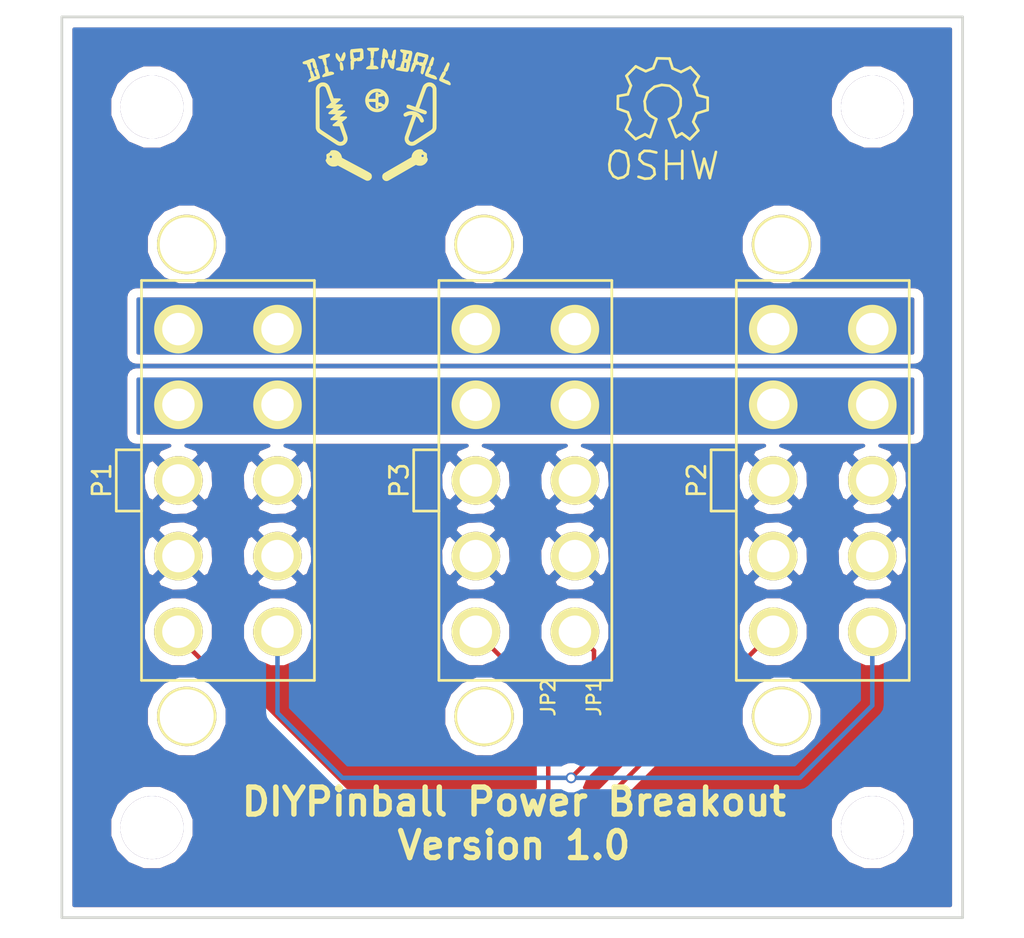
<source format=kicad_pcb>
(kicad_pcb (version 4) (host pcbnew 4.0.0-rc1-stable)

  (general
    (links 27)
    (no_connects 0)
    (area 96.415476 99.06 153.584524 151.130001)
    (thickness 1.6)
    (drawings 5)
    (tracks 19)
    (zones 0)
    (modules 11)
    (nets 8)
  )

  (page A4)
  (layers
    (0 F.Cu signal)
    (31 B.Cu signal)
    (32 B.Adhes user)
    (33 F.Adhes user)
    (34 B.Paste user)
    (35 F.Paste user)
    (36 B.SilkS user)
    (37 F.SilkS user)
    (38 B.Mask user)
    (39 F.Mask user)
    (40 Dwgs.User user)
    (41 Cmts.User user)
    (42 Eco1.User user)
    (43 Eco2.User user)
    (44 Edge.Cuts user)
    (45 Margin user)
    (46 B.CrtYd user)
    (47 F.CrtYd user)
    (48 B.Fab user)
    (49 F.Fab user)
  )

  (setup
    (last_trace_width 0.25)
    (trace_clearance 0.2)
    (zone_clearance 0.508)
    (zone_45_only no)
    (trace_min 0.2)
    (segment_width 0.2)
    (edge_width 0.15)
    (via_size 0.6)
    (via_drill 0.4)
    (via_min_size 0.4)
    (via_min_drill 0.3)
    (uvia_size 0.3)
    (uvia_drill 0.1)
    (uvias_allowed no)
    (uvia_min_size 0.2)
    (uvia_min_drill 0.1)
    (pcb_text_width 0.3)
    (pcb_text_size 1.5 1.5)
    (mod_edge_width 0.15)
    (mod_text_size 1 1)
    (mod_text_width 0.15)
    (pad_size 1.524 1.524)
    (pad_drill 0.762)
    (pad_to_mask_clearance 0.2)
    (aux_axis_origin 0 0)
    (visible_elements 7FFFFFFF)
    (pcbplotparams
      (layerselection 0x010f0_80000001)
      (usegerberextensions true)
      (excludeedgelayer true)
      (linewidth 0.100000)
      (plotframeref false)
      (viasonmask false)
      (mode 1)
      (useauxorigin false)
      (hpglpennumber 1)
      (hpglpenspeed 20)
      (hpglpendiameter 15)
      (hpglpenoverlay 2)
      (psnegative false)
      (psa4output false)
      (plotreference true)
      (plotvalue false)
      (plotinvisibletext false)
      (padsonsilk false)
      (subtractmaskfromsilk true)
      (outputformat 1)
      (mirror false)
      (drillshape 0)
      (scaleselection 1)
      (outputdirectory cam/))
  )

  (net 0 "")
  (net 1 "Net-(JP1-Pad1)")
  (net 2 "Net-(JP1-Pad2)")
  (net 3 "Net-(JP2-Pad1)")
  (net 4 "Net-(JP2-Pad2)")
  (net 5 +12V)
  (net 6 VPP)
  (net 7 GND)

  (net_class Default "This is the default net class."
    (clearance 0.2)
    (trace_width 0.25)
    (via_dia 0.6)
    (via_drill 0.4)
    (uvia_dia 0.3)
    (uvia_drill 0.1)
    (add_net +12V)
    (add_net GND)
    (add_net "Net-(JP1-Pad1)")
    (add_net "Net-(JP1-Pad2)")
    (add_net "Net-(JP2-Pad1)")
    (add_net "Net-(JP2-Pad2)")
    (add_net VPP)
  )

  (module open-projects:S_JUMPER_2 (layer F.Cu) (tedit 561D5D35) (tstamp 561D59A7)
    (at 129.54 139.7 270)
    (path /561D5CD6)
    (fp_text reference JP1 (at -1.905 0 270) (layer F.SilkS)
      (effects (font (size 0.762 0.762) (thickness 0.127)))
    )
    (fp_text value JUMPER (at 0 1.2 270) (layer F.SilkS) hide
      (effects (font (size 0.762 0.762) (thickness 0.127)))
    )
    (pad 1 smd rect (at -0.3556 0 270) (size 0.508 0.762) (layers F.Cu F.Paste F.Mask)
      (net 1 "Net-(JP1-Pad1)") (clearance 0.2032))
    (pad 2 smd rect (at 0.3556 0 270) (size 0.508 0.762) (layers F.Cu F.Paste F.Mask)
      (net 2 "Net-(JP1-Pad2)") (clearance 0.2032))
  )

  (module open-projects:S_JUMPER_2 (layer F.Cu) (tedit 561D5D3A) (tstamp 561D59AD)
    (at 127 139.7 270)
    (path /561D5D33)
    (fp_text reference JP2 (at -1.905 0 270) (layer F.SilkS)
      (effects (font (size 0.762 0.762) (thickness 0.127)))
    )
    (fp_text value JUMPER (at 0 1.2 270) (layer F.SilkS) hide
      (effects (font (size 0.762 0.762) (thickness 0.127)))
    )
    (pad 1 smd rect (at -0.3556 0 270) (size 0.508 0.762) (layers F.Cu F.Paste F.Mask)
      (net 3 "Net-(JP2-Pad1)") (clearance 0.2032))
    (pad 2 smd rect (at 0.3556 0 270) (size 0.508 0.762) (layers F.Cu F.Paste F.Mask)
      (net 4 "Net-(JP2-Pad2)") (clearance 0.2032))
  )

  (module Pinball:PINBALL-CONNECTOR-V (layer F.Cu) (tedit 561D5D1A) (tstamp 561D59BD)
    (at 109.22 125.73 270)
    (path /561D5637)
    (fp_text reference P1 (at 0 7 270) (layer F.SilkS)
      (effects (font (size 1 1) (thickness 0.15)))
    )
    (fp_text value PINBALL-CONNECTOR (at 0 8.5 270) (layer F.SilkS) hide
      (effects (font (size 1 1) (thickness 0.15)))
    )
    (fp_line (start 1.7 6.2) (end 1.7 4.8) (layer F.SilkS) (width 0.15))
    (fp_line (start -1.7 4.8) (end -1.7 6.2) (layer F.SilkS) (width 0.15))
    (fp_line (start -1.7 6.2) (end 1.7 6.2) (layer F.SilkS) (width 0.15))
    (fp_line (start -11.1 -4.8) (end 11.1 -4.8) (layer F.SilkS) (width 0.15))
    (fp_line (start 11.1 -4.8) (end 11.1 4.8) (layer F.SilkS) (width 0.15))
    (fp_line (start 11.1 4.8) (end -11.1 4.8) (layer F.SilkS) (width 0.15))
    (fp_line (start -11.1 4.8) (end -11.1 -4.8) (layer F.SilkS) (width 0.15))
    (pad 3 thru_hole circle (at 0 -2.75 90) (size 2.7 2.7) (drill 1.8) (layers *.Cu *.Mask F.SilkS)
      (net 7 GND))
    (pad 8 thru_hole circle (at 0 2.75 90) (size 2.7 2.7) (drill 1.8) (layers *.Cu *.Mask F.SilkS)
      (net 7 GND))
    (pad 4 thru_hole circle (at 4.2 -2.75 90) (size 2.7 2.7) (drill 1.8) (layers *.Cu *.Mask F.SilkS)
      (net 7 GND))
    (pad 9 thru_hole circle (at 4.2 2.75 90) (size 2.7 2.7) (drill 1.8) (layers *.Cu *.Mask F.SilkS)
      (net 7 GND))
    (pad 5 thru_hole circle (at 8.4 -2.75 90) (size 2.7 2.7) (drill 1.8) (layers *.Cu *.Mask F.SilkS)
      (net 2 "Net-(JP1-Pad2)"))
    (pad 10 thru_hole circle (at 8.4 2.75 90) (size 2.7 2.7) (drill 1.8) (layers *.Cu *.Mask F.SilkS)
      (net 4 "Net-(JP2-Pad2)"))
    (pad 7 thru_hole circle (at -4.2 2.75 90) (size 2.7 2.7) (drill 1.8) (layers *.Cu *.Mask F.SilkS)
      (net 5 +12V))
    (pad 2 thru_hole circle (at -4.2 -2.75 90) (size 2.7 2.7) (drill 1.8) (layers *.Cu *.Mask F.SilkS)
      (net 5 +12V))
    (pad 6 thru_hole circle (at -8.4 2.75 90) (size 2.7 2.7) (drill 1.8) (layers *.Cu *.Mask F.SilkS)
      (net 6 VPP))
    (pad 1 thru_hole circle (at -8.4 -2.75 90) (size 2.7 2.7) (drill 1.8) (layers *.Cu *.Mask F.SilkS)
      (net 6 VPP))
    (pad "" np_thru_hole circle (at 13.1 2.29 90) (size 3.3 3.3) (drill 3) (layers *.Cu *.Mask F.SilkS))
    (pad "" np_thru_hole circle (at -13.1 2.29 90) (size 3.3 3.3) (drill 3) (layers *.Cu *.Mask F.SilkS))
  )

  (module Pinball:PINBALL-CONNECTOR-V (layer F.Cu) (tedit 561D5D09) (tstamp 561D59CD)
    (at 142.24 125.73 270)
    (path /561D566A)
    (fp_text reference P2 (at 0 7 270) (layer F.SilkS)
      (effects (font (size 1 1) (thickness 0.15)))
    )
    (fp_text value PINBALL-CONNECTOR (at 0 8.5 270) (layer F.SilkS) hide
      (effects (font (size 1 1) (thickness 0.15)))
    )
    (fp_line (start 1.7 6.2) (end 1.7 4.8) (layer F.SilkS) (width 0.15))
    (fp_line (start -1.7 4.8) (end -1.7 6.2) (layer F.SilkS) (width 0.15))
    (fp_line (start -1.7 6.2) (end 1.7 6.2) (layer F.SilkS) (width 0.15))
    (fp_line (start -11.1 -4.8) (end 11.1 -4.8) (layer F.SilkS) (width 0.15))
    (fp_line (start 11.1 -4.8) (end 11.1 4.8) (layer F.SilkS) (width 0.15))
    (fp_line (start 11.1 4.8) (end -11.1 4.8) (layer F.SilkS) (width 0.15))
    (fp_line (start -11.1 4.8) (end -11.1 -4.8) (layer F.SilkS) (width 0.15))
    (pad 3 thru_hole circle (at 0 -2.75 90) (size 2.7 2.7) (drill 1.8) (layers *.Cu *.Mask F.SilkS)
      (net 7 GND))
    (pad 8 thru_hole circle (at 0 2.75 90) (size 2.7 2.7) (drill 1.8) (layers *.Cu *.Mask F.SilkS)
      (net 7 GND))
    (pad 4 thru_hole circle (at 4.2 -2.75 90) (size 2.7 2.7) (drill 1.8) (layers *.Cu *.Mask F.SilkS)
      (net 7 GND))
    (pad 9 thru_hole circle (at 4.2 2.75 90) (size 2.7 2.7) (drill 1.8) (layers *.Cu *.Mask F.SilkS)
      (net 7 GND))
    (pad 5 thru_hole circle (at 8.4 -2.75 90) (size 2.7 2.7) (drill 1.8) (layers *.Cu *.Mask F.SilkS)
      (net 2 "Net-(JP1-Pad2)"))
    (pad 10 thru_hole circle (at 8.4 2.75 90) (size 2.7 2.7) (drill 1.8) (layers *.Cu *.Mask F.SilkS)
      (net 4 "Net-(JP2-Pad2)"))
    (pad 7 thru_hole circle (at -4.2 2.75 90) (size 2.7 2.7) (drill 1.8) (layers *.Cu *.Mask F.SilkS)
      (net 5 +12V))
    (pad 2 thru_hole circle (at -4.2 -2.75 90) (size 2.7 2.7) (drill 1.8) (layers *.Cu *.Mask F.SilkS)
      (net 5 +12V))
    (pad 6 thru_hole circle (at -8.4 2.75 90) (size 2.7 2.7) (drill 1.8) (layers *.Cu *.Mask F.SilkS)
      (net 6 VPP))
    (pad 1 thru_hole circle (at -8.4 -2.75 90) (size 2.7 2.7) (drill 1.8) (layers *.Cu *.Mask F.SilkS)
      (net 6 VPP))
    (pad "" np_thru_hole circle (at 13.1 2.29 90) (size 3.3 3.3) (drill 3) (layers *.Cu *.Mask F.SilkS))
    (pad "" np_thru_hole circle (at -13.1 2.29 90) (size 3.3 3.3) (drill 3) (layers *.Cu *.Mask F.SilkS))
  )

  (module Pinball:PINBALL-CONNECTOR-V (layer F.Cu) (tedit 561D5D11) (tstamp 561D59DD)
    (at 125.73 125.73 270)
    (path /561D5765)
    (fp_text reference P3 (at 0 7 270) (layer F.SilkS)
      (effects (font (size 1 1) (thickness 0.15)))
    )
    (fp_text value PINBALL-CONNECTOR (at 0 8.5 270) (layer F.SilkS) hide
      (effects (font (size 1 1) (thickness 0.15)))
    )
    (fp_line (start 1.7 6.2) (end 1.7 4.8) (layer F.SilkS) (width 0.15))
    (fp_line (start -1.7 4.8) (end -1.7 6.2) (layer F.SilkS) (width 0.15))
    (fp_line (start -1.7 6.2) (end 1.7 6.2) (layer F.SilkS) (width 0.15))
    (fp_line (start -11.1 -4.8) (end 11.1 -4.8) (layer F.SilkS) (width 0.15))
    (fp_line (start 11.1 -4.8) (end 11.1 4.8) (layer F.SilkS) (width 0.15))
    (fp_line (start 11.1 4.8) (end -11.1 4.8) (layer F.SilkS) (width 0.15))
    (fp_line (start -11.1 4.8) (end -11.1 -4.8) (layer F.SilkS) (width 0.15))
    (pad 3 thru_hole circle (at 0 -2.75 90) (size 2.7 2.7) (drill 1.8) (layers *.Cu *.Mask F.SilkS)
      (net 7 GND))
    (pad 8 thru_hole circle (at 0 2.75 90) (size 2.7 2.7) (drill 1.8) (layers *.Cu *.Mask F.SilkS)
      (net 7 GND))
    (pad 4 thru_hole circle (at 4.2 -2.75 90) (size 2.7 2.7) (drill 1.8) (layers *.Cu *.Mask F.SilkS)
      (net 7 GND))
    (pad 9 thru_hole circle (at 4.2 2.75 90) (size 2.7 2.7) (drill 1.8) (layers *.Cu *.Mask F.SilkS)
      (net 7 GND))
    (pad 5 thru_hole circle (at 8.4 -2.75 90) (size 2.7 2.7) (drill 1.8) (layers *.Cu *.Mask F.SilkS)
      (net 1 "Net-(JP1-Pad1)"))
    (pad 10 thru_hole circle (at 8.4 2.75 90) (size 2.7 2.7) (drill 1.8) (layers *.Cu *.Mask F.SilkS)
      (net 3 "Net-(JP2-Pad1)"))
    (pad 7 thru_hole circle (at -4.2 2.75 90) (size 2.7 2.7) (drill 1.8) (layers *.Cu *.Mask F.SilkS)
      (net 5 +12V))
    (pad 2 thru_hole circle (at -4.2 -2.75 90) (size 2.7 2.7) (drill 1.8) (layers *.Cu *.Mask F.SilkS)
      (net 5 +12V))
    (pad 6 thru_hole circle (at -8.4 2.75 90) (size 2.7 2.7) (drill 1.8) (layers *.Cu *.Mask F.SilkS)
      (net 6 VPP))
    (pad 1 thru_hole circle (at -8.4 -2.75 90) (size 2.7 2.7) (drill 1.8) (layers *.Cu *.Mask F.SilkS)
      (net 6 VPP))
    (pad "" np_thru_hole circle (at 13.1 2.29 90) (size 3.3 3.3) (drill 3) (layers *.Cu *.Mask F.SilkS))
    (pad "" np_thru_hole circle (at -13.1 2.29 90) (size 3.3 3.3) (drill 3) (layers *.Cu *.Mask F.SilkS))
  )

  (module Pinball:diypinball-logo-small (layer F.Cu) (tedit 556872CF) (tstamp 561D5ACC)
    (at 117.475 105.41)
    (fp_text reference G*** (at 0 0) (layer F.SilkS) hide
      (effects (font (thickness 0.3)))
    )
    (fp_text value DIYPINBALL-LOGO-SMALL (at 0.75 0) (layer F.SilkS) hide
      (effects (font (thickness 0.3)))
    )
    (fp_poly (pts (xy 2.78892 2.496386) (xy 2.786585 2.511274) (xy 2.780295 2.532192) (xy 2.771119 2.55634)
      (xy 2.760127 2.580918) (xy 2.74839 2.603125) (xy 2.747656 2.604371) (xy 2.731088 2.628493)
      (xy 2.70889 2.655586) (xy 2.683724 2.68275) (xy 2.65825 2.707082) (xy 2.638743 2.723078)
      (xy 2.604037 2.745509) (xy 2.563327 2.766546) (xy 2.52075 2.78414) (xy 2.504221 2.789724)
      (xy 2.486252 2.79486) (xy 2.469264 2.798295) (xy 2.45044 2.800339) (xy 2.426963 2.801304)
      (xy 2.39776 2.801505) (xy 2.355291 2.800419) (xy 2.319463 2.796843) (xy 2.286911 2.790069)
      (xy 2.254274 2.779389) (xy 2.218187 2.764095) (xy 2.216521 2.76333) (xy 2.174983 2.7442)
      (xy 1.421501 3.178697) (xy 1.340148 3.225589) (xy 1.260816 3.271276) (xy 1.183984 3.315483)
      (xy 1.110133 3.357936) (xy 1.039742 3.39836) (xy 0.973292 3.436481) (xy 0.911261 3.472024)
      (xy 0.854129 3.504715) (xy 0.802377 3.534279) (xy 0.756485 3.560442) (xy 0.716931 3.582929)
      (xy 0.684196 3.601465) (xy 0.65876 3.615777) (xy 0.641102 3.62559) (xy 0.631703 3.630628)
      (xy 0.631136 3.630907) (xy 0.588765 3.6461) (xy 0.546074 3.651202) (xy 0.50823 3.647269)
      (xy 0.467306 3.633672) (xy 0.430915 3.611348) (xy 0.400069 3.581099) (xy 0.37578 3.543728)
      (xy 0.37451 3.541189) (xy 0.366677 3.524368) (xy 0.361838 3.510435) (xy 0.359291 3.495868)
      (xy 0.358333 3.477148) (xy 0.358233 3.459569) (xy 0.358576 3.435894) (xy 0.359985 3.41883)
      (xy 0.363199 3.404832) (xy 0.368953 3.390355) (xy 0.375401 3.377009) (xy 0.388972 3.353979)
      (xy 0.405289 3.332274) (xy 0.415948 3.320966) (xy 0.423975 3.315112) (xy 0.440841 3.304259)
      (xy 0.466542 3.28841) (xy 0.501073 3.267568) (xy 0.544429 3.241735) (xy 0.596606 3.210915)
      (xy 0.6576 3.175109) (xy 0.727405 3.134321) (xy 0.806018 3.088553) (xy 0.893433 3.037807)
      (xy 0.989646 2.982087) (xy 1.094653 2.921396) (xy 1.208449 2.855735) (xy 1.20904 2.855395)
      (xy 1.290716 2.808282) (xy 1.370028 2.762496) (xy 1.446526 2.718295) (xy 1.519762 2.67594)
      (xy 1.589287 2.635694) (xy 1.654651 2.597815) (xy 1.715408 2.562566) (xy 1.771107 2.530206)
      (xy 1.8213 2.500997) (xy 1.865538 2.475199) (xy 1.903373 2.453074) (xy 1.934356 2.434881)
      (xy 1.958037 2.420882) (xy 1.97397 2.411337) (xy 1.981703 2.406508) (xy 1.982392 2.405977)
      (xy 1.984421 2.398122) (xy 1.985838 2.383617) (xy 1.986277 2.36982) (xy 1.991074 2.319959)
      (xy 2.004517 2.268015) (xy 2.02591 2.215897) (xy 2.054555 2.165513) (xy 2.067868 2.1463)
      (xy 2.105493 2.103061) (xy 2.150042 2.065713) (xy 2.200067 2.034775) (xy 2.254119 2.010766)
      (xy 2.310747 1.994206) (xy 2.368504 1.985613) (xy 2.425939 1.985508) (xy 2.481604 1.994409)
      (xy 2.487505 1.995946) (xy 2.502643 2.001966) (xy 2.514656 2.01227) (xy 2.524335 2.025332)
      (xy 2.532942 2.03888) (xy 2.538631 2.048898) (xy 2.54 2.052328) (xy 2.535782 2.055687)
      (xy 2.523943 2.063314) (xy 2.505702 2.074471) (xy 2.482278 2.088419) (xy 2.45489 2.104421)
      (xy 2.43586 2.115389) (xy 2.33172 2.175104) (xy 2.33178 2.300402) (xy 2.33184 2.4257)
      (xy 2.35845 2.443974) (xy 2.379506 2.457789) (xy 2.404475 2.473149) (xy 2.431747 2.489175)
      (xy 2.459712 2.504988) (xy 2.486759 2.519707) (xy 2.511278 2.532453) (xy 2.53166 2.542347)
      (xy 2.546294 2.548509) (xy 2.552809 2.55016) (xy 2.562688 2.547489) (xy 2.580047 2.539824)
      (xy 2.603832 2.52769) (xy 2.632989 2.511607) (xy 2.648728 2.502554) (xy 2.685087 2.481471)
      (xy 2.71355 2.465173) (xy 2.734936 2.45322) (xy 2.750061 2.445172) (xy 2.759742 2.440585)
      (xy 2.764797 2.439021) (xy 2.765907 2.439295) (xy 2.771979 2.449091) (xy 2.778903 2.464108)
      (xy 2.784994 2.48017) (xy 2.78857 2.493103) (xy 2.78892 2.496386) (xy 2.78892 2.496386)) (layer F.SilkS) (width 0.1))
    (fp_poly (pts (xy -0.3175 3.44424) (xy -0.317711 3.46885) (xy -0.318727 3.486314) (xy -0.32112 3.499643)
      (xy -0.325465 3.511847) (xy -0.332335 3.525937) (xy -0.333484 3.528142) (xy -0.354693 3.559945)
      (xy -0.382546 3.588886) (xy -0.413998 3.612046) (xy -0.4297 3.620354) (xy -0.464551 3.631631)
      (xy -0.502701 3.63609) (xy -0.540364 3.633542) (xy -0.565252 3.62719) (xy -0.572817 3.623708)
      (xy -0.588861 3.615682) (xy -0.612908 3.603363) (xy -0.64448 3.587002) (xy -0.6831 3.566853)
      (xy -0.728291 3.543166) (xy -0.779576 3.516192) (xy -0.836478 3.486185) (xy -0.898519 3.453395)
      (xy -0.965222 3.418074) (xy -1.036111 3.380473) (xy -1.110708 3.340846) (xy -1.188536 3.299442)
      (xy -1.269118 3.256515) (xy -1.351977 3.212315) (xy -1.375169 3.199933) (xy -2.155774 2.783097)
      (xy -2.197868 2.803955) (xy -2.236784 2.821574) (xy -2.272975 2.833915) (xy -2.309764 2.841729)
      (xy -2.350471 2.845764) (xy -2.3876 2.846774) (xy -2.427389 2.846123) (xy -2.460416 2.843294)
      (xy -2.489969 2.837591) (xy -2.519338 2.828316) (xy -2.551811 2.814774) (xy -2.56286 2.809676)
      (xy -2.616816 2.778827) (xy -2.665161 2.739616) (xy -2.707607 2.692335) (xy -2.743867 2.637279)
      (xy -2.756678 2.612933) (xy -2.784535 2.556326) (xy -2.768709 2.524975) (xy -2.752883 2.493623)
      (xy -2.716292 2.513539) (xy -2.698262 2.523263) (xy -2.674022 2.536209) (xy -2.646363 2.550893)
      (xy -2.618078 2.56583) (xy -2.609497 2.570344) (xy -2.539294 2.607233) (xy -2.439807 2.547129)
      (xy -2.410738 2.529471) (xy -2.3842 2.513169) (xy -2.361571 2.499083) (xy -2.344226 2.488074)
      (xy -2.333541 2.481001) (xy -2.331142 2.479222) (xy -2.328247 2.476181) (xy -2.326114 2.471797)
      (xy -2.324696 2.464783) (xy -2.323944 2.453852) (xy -2.32381 2.437717) (xy -2.324246 2.415092)
      (xy -2.325203 2.384689) (xy -2.326382 2.35204) (xy -2.32776 2.317896) (xy -2.329227 2.286908)
      (xy -2.330694 2.260598) (xy -2.33207 2.240492) (xy -2.333268 2.228111) (xy -2.333857 2.22504)
      (xy -2.339199 2.220097) (xy -2.351928 2.211469) (xy -2.370421 2.200164) (xy -2.393054 2.187193)
      (xy -2.406707 2.179701) (xy -2.434115 2.164886) (xy -2.461471 2.150095) (xy -2.486114 2.136767)
      (xy -2.505381 2.126342) (xy -2.510209 2.123728) (xy -2.543918 2.105474) (xy -2.531742 2.081517)
      (xy -2.522541 2.066267) (xy -2.512726 2.054229) (xy -2.508194 2.050436) (xy -2.490726 2.043302)
      (xy -2.465414 2.037999) (xy -2.434413 2.034579) (xy -2.399882 2.033094) (xy -2.363979 2.033596)
      (xy -2.32886 2.036137) (xy -2.296684 2.040768) (xy -2.27838 2.04492) (xy -2.218739 2.066145)
      (xy -2.164103 2.095821) (xy -2.11507 2.133244) (xy -2.07224 2.177709) (xy -2.03621 2.228514)
      (xy -2.007578 2.284954) (xy -1.986945 2.346325) (xy -1.976369 2.40015) (xy -1.973346 2.419475)
      (xy -1.970255 2.434711) (xy -1.967655 2.443204) (xy -1.967126 2.443983) (xy -1.96232 2.446693)
      (xy -1.949008 2.453938) (xy -1.927647 2.465473) (xy -1.898694 2.481053) (xy -1.862609 2.500433)
      (xy -1.819849 2.523368) (xy -1.770872 2.549612) (xy -1.716136 2.57892) (xy -1.656099 2.611048)
      (xy -1.591219 2.645748) (xy -1.521955 2.682778) (xy -1.448763 2.72189) (xy -1.372103 2.762841)
      (xy -1.292432 2.805385) (xy -1.210208 2.849276) (xy -1.184057 2.863232) (xy -1.083426 2.916929)
      (xy -0.991359 2.966062) (xy -0.907459 3.010861) (xy -0.831332 3.051556) (xy -0.762584 3.08838)
      (xy -0.70082 3.121562) (xy -0.645646 3.151334) (xy -0.596667 3.177925) (xy -0.553488 3.201568)
      (xy -0.515714 3.222493) (xy -0.482952 3.24093) (xy -0.454806 3.257111) (xy -0.430882 3.271266)
      (xy -0.410785 3.283625) (xy -0.394121 3.294421) (xy -0.380495 3.303883) (xy -0.369513 3.312242)
      (xy -0.360779 3.31973) (xy -0.3539 3.326577) (xy -0.34848 3.333013) (xy -0.344125 3.33927)
      (xy -0.340441 3.345578) (xy -0.337033 3.352169) (xy -0.333505 3.359272) (xy -0.332488 3.361294)
      (xy -0.325638 3.375672) (xy -0.321259 3.388154) (xy -0.318806 3.401757) (xy -0.317735 3.419497)
      (xy -0.3175 3.44424) (xy -0.3175 3.44424)) (layer F.SilkS) (width 0.1))
    (fp_poly (pts (xy -2.351126 2.46126) (xy -2.430695 2.509361) (xy -2.430695 2.343818) (xy -2.43821 2.313671)
      (xy -2.454067 2.286526) (xy -2.477715 2.263997) (xy -2.495136 2.253505) (xy -2.527789 2.242315)
      (xy -2.559923 2.24082) (xy -2.590217 2.248587) (xy -2.617352 2.265182) (xy -2.640008 2.290172)
      (xy -2.648252 2.30378) (xy -2.655461 2.324578) (xy -2.658822 2.349999) (xy -2.658239 2.375961)
      (xy -2.653619 2.398382) (xy -2.650598 2.405485) (xy -2.631117 2.432491) (xy -2.605735 2.452419)
      (xy -2.57629 2.464628) (xy -2.54462 2.468476) (xy -2.51256 2.463323) (xy -2.49936 2.458293)
      (xy -2.473129 2.443365) (xy -2.454171 2.424795) (xy -2.442891 2.406666) (xy -2.432072 2.375354)
      (xy -2.430695 2.343818) (xy -2.430695 2.509361) (xy -2.443563 2.51714) (xy -2.471092 2.53374)
      (xy -2.495664 2.548481) (xy -2.515959 2.560576) (xy -2.530657 2.569238) (xy -2.538437 2.573683)
      (xy -2.539271 2.574094) (xy -2.544504 2.572088) (xy -2.557281 2.565869) (xy -2.57625 2.556136)
      (xy -2.600061 2.543585) (xy -2.627361 2.528914) (xy -2.637126 2.523605) (xy -2.731712 2.472042)
      (xy -2.735045 2.395531) (xy -2.736463 2.365386) (xy -2.738039 2.335784) (xy -2.739605 2.309649)
      (xy -2.740995 2.289902) (xy -2.741339 2.285815) (xy -2.744299 2.252611) (xy -2.6485 2.193359)
      (xy -2.5527 2.134108) (xy -2.49174 2.166307) (xy -2.454947 2.185848) (xy -2.426144 2.201458)
      (xy -2.404265 2.213811) (xy -2.388243 2.223581) (xy -2.377013 2.231442) (xy -2.369508 2.23807)
      (xy -2.364663 2.244138) (xy -2.362434 2.248102) (xy -2.359535 2.257091) (xy -2.357248 2.271636)
      (xy -2.35548 2.292873) (xy -2.354139 2.321936) (xy -2.353132 2.359963) (xy -2.353087 2.3622)
      (xy -2.351126 2.46126) (xy -2.351126 2.46126)) (layer F.SilkS) (width 0.1))
    (fp_poly (pts (xy 2.742996 2.306311) (xy 2.74286 2.334856) (xy 2.742501 2.361155) (xy 2.741919 2.383141)
      (xy 2.741116 2.398749) (xy 2.740281 2.40538) (xy 2.734673 2.413127) (xy 2.722778 2.423335)
      (xy 2.7086 2.43289) (xy 2.676535 2.4519) (xy 2.666534 2.457686) (xy 2.666534 2.299115)
      (xy 2.661218 2.269654) (xy 2.647857 2.242197) (xy 2.630582 2.222329) (xy 2.603813 2.20253)
      (xy 2.576148 2.191595) (xy 2.547854 2.188396) (xy 2.516938 2.19272) (xy 2.489839 2.205277)
      (xy 2.467455 2.22457) (xy 2.45068 2.2491) (xy 2.440413 2.277371) (xy 2.43755 2.307884)
      (xy 2.442986 2.339143) (xy 2.448779 2.353911) (xy 2.46664 2.381006) (xy 2.490427 2.40074)
      (xy 2.518646 2.412691) (xy 2.549804 2.41644) (xy 2.582409 2.411568) (xy 2.611386 2.399664)
      (xy 2.63623 2.380855) (xy 2.653838 2.356583) (xy 2.664006 2.328714) (xy 2.666534 2.299115)
      (xy 2.666534 2.457686) (xy 2.645448 2.469887) (xy 2.616637 2.486139) (xy 2.591402 2.499946)
      (xy 2.57104 2.510596) (xy 2.556851 2.517378) (xy 2.550284 2.519591) (xy 2.543733 2.517109)
      (xy 2.52985 2.510225) (xy 2.510052 2.499696) (xy 2.485758 2.486283) (xy 2.458385 2.470746)
      (xy 2.44983 2.465809) (xy 2.35712 2.412115) (xy 2.35712 2.303524) (xy 2.35712 2.194934)
      (xy 2.41173 2.162581) (xy 2.437925 2.147256) (xy 2.465941 2.131183) (xy 2.491953 2.116541)
      (xy 2.507897 2.107783) (xy 2.549454 2.08534) (xy 2.589177 2.10482) (xy 2.615042 2.11818)
      (xy 2.642012 2.133273) (xy 2.668525 2.149094) (xy 2.693022 2.164638) (xy 2.713943 2.178901)
      (xy 2.729727 2.190876) (xy 2.738816 2.19956) (xy 2.74032 2.20218) (xy 2.741304 2.210974)
      (xy 2.742064 2.22785) (xy 2.742598 2.250742) (xy 2.742909 2.277584) (xy 2.742996 2.306311)
      (xy 2.742996 2.306311)) (layer F.SilkS) (width 0.1))
    (fp_poly (pts (xy -1.662223 1.33615) (xy -1.662537 1.364173) (xy -1.665502 1.392179) (xy -1.670917 1.421495)
      (xy -1.67462 1.43764) (xy -1.690235 1.48316) (xy -1.714262 1.528179) (xy -1.745078 1.570582)
      (xy -1.781065 1.608255) (xy -1.783379 1.610059) (xy -1.783379 1.334278) (xy -1.7837 1.323221)
      (xy -1.78474 1.311696) (xy -1.786719 1.298969) (xy -1.789859 1.284307) (xy -1.79438 1.266975)
      (xy -1.800502 1.246239) (xy -1.808446 1.221366) (xy -1.818433 1.19162) (xy -1.830683 1.156268)
      (xy -1.845418 1.114575) (xy -1.862857 1.065808) (xy -1.883221 1.009233) (xy -1.906731 0.944115)
      (xy -1.91655 0.91694) (xy -2.024841 0.61722) (xy -2.062711 0.614073) (xy -2.079081 0.613089)
      (xy -2.103511 0.612108) (xy -2.133899 0.611192) (xy -2.168146 0.610402) (xy -2.20415 0.609797)
      (xy -2.21742 0.609632) (xy -2.253191 0.609112) (xy -2.287649 0.608383) (xy -2.318779 0.607505)
      (xy -2.344567 0.606538) (xy -2.362999 0.605543) (xy -2.367777 0.605159) (xy -2.401294 0.60198)
      (xy -2.317221 0.5334) (xy -2.280147 0.503036) (xy -2.242648 0.472097) (xy -2.205529 0.44127)
      (xy -2.169599 0.411239) (xy -2.135665 0.382688) (xy -2.104534 0.356302) (xy -2.077014 0.332767)
      (xy -2.05391 0.312766) (xy -2.036032 0.296986) (xy -2.024185 0.286111) (xy -2.019177 0.280826)
      (xy -2.019091 0.280456) (xy -2.024465 0.279946) (xy -2.039018 0.279348) (xy -2.061769 0.278682)
      (xy -2.091736 0.277969) (xy -2.127939 0.277232) (xy -2.169398 0.276491) (xy -2.21513 0.275767)
      (xy -2.264156 0.275082) (xy -2.271481 0.274987) (xy -2.521609 0.27178) (xy -2.326729 0.10922)
      (xy -2.13185 -0.05334) (xy -2.382915 -0.05588) (xy -2.445924 -0.05662) (xy -2.500271 -0.057472)
      (xy -2.545715 -0.058431) (xy -2.582017 -0.059488) (xy -2.608937 -0.060636) (xy -2.626235 -0.061867)
      (xy -2.63367 -0.063176) (xy -2.63396 -0.0635) (xy -2.630175 -0.067707) (xy -2.61935 -0.077721)
      (xy -2.602266 -0.092865) (xy -2.579707 -0.112464) (xy -2.552455 -0.135841) (xy -2.521293 -0.162321)
      (xy -2.487002 -0.191228) (xy -2.4587 -0.214931) (xy -2.421787 -0.245763) (xy -2.386729 -0.275053)
      (xy -2.354413 -0.30206) (xy -2.325726 -0.326041) (xy -2.301556 -0.346256) (xy -2.28279 -0.361962)
      (xy -2.270313 -0.372418) (xy -2.265793 -0.376221) (xy -2.248126 -0.39116) (xy -2.435973 -0.391761)
      (xy -2.482137 -0.391993) (xy -2.528058 -0.39238) (xy -2.572021 -0.392896) (xy -2.612311 -0.393516)
      (xy -2.647211 -0.394215) (xy -2.675006 -0.394965) (xy -2.690655 -0.395571) (xy -2.757489 -0.39878)
      (xy -2.565411 -0.559366) (xy -2.373333 -0.719952) (xy -2.411713 -0.723196) (xy -2.435115 -0.724857)
      (xy -2.458774 -0.726027) (xy -2.476577 -0.72644) (xy -2.50306 -0.72644) (xy -2.511199 -0.74803)
      (xy -2.514231 -0.756301) (xy -2.520398 -0.77332) (xy -2.529406 -0.798273) (xy -2.540964 -0.830345)
      (xy -2.554777 -0.86872) (xy -2.570552 -0.912584) (xy -2.587995 -0.961121) (xy -2.606815 -1.013516)
      (xy -2.626716 -1.068955) (xy -2.643836 -1.116669) (xy -2.664528 -1.174167) (xy -2.684527 -1.229393)
      (xy -2.703526 -1.281518) (xy -2.721217 -1.329713) (xy -2.737292 -1.373151) (xy -2.751443 -1.411002)
      (xy -2.763363 -1.442439) (xy -2.772745 -1.466633) (xy -2.779279 -1.482755) (xy -2.78228 -1.489339)
      (xy -2.805955 -1.523594) (xy -2.836652 -1.553916) (xy -2.872166 -1.578733) (xy -2.910294 -1.596471)
      (xy -2.944469 -1.605007) (xy -2.995614 -1.607604) (xy -3.043483 -1.600833) (xy -3.087347 -1.58513)
      (xy -3.126482 -1.560932) (xy -3.16016 -1.528677) (xy -3.187655 -1.488801) (xy -3.206242 -1.447526)
      (xy -3.208615 -1.440754) (xy -3.210646 -1.434185) (xy -3.212368 -1.427006) (xy -3.213809 -1.418402)
      (xy -3.215001 -1.407557) (xy -3.215973 -1.393657) (xy -3.216757 -1.375887) (xy -3.217383 -1.353432)
      (xy -3.217881 -1.325477) (xy -3.218281 -1.291208) (xy -3.218615 -1.249808) (xy -3.218912 -1.200464)
      (xy -3.219204 -1.142361) (xy -3.219427 -1.09474) (xy -3.219576 -1.05106) (xy -3.219666 -0.998125)
      (xy -3.219698 -0.936839) (xy -3.219674 -0.868106) (xy -3.219597 -0.792832) (xy -3.219469 -0.71192)
      (xy -3.219291 -0.626275) (xy -3.219066 -0.536801) (xy -3.218795 -0.444404) (xy -3.21848 -0.349987)
      (xy -3.218124 -0.254456) (xy -3.217729 -0.158713) (xy -3.217296 -0.063665) (xy -3.217006 -0.00481)
      (xy -3.2131 0.76508) (xy -3.193716 0.804295) (xy -3.176799 0.833591) (xy -3.157003 0.860207)
      (xy -3.147996 0.870065) (xy -3.139701 0.877144) (xy -3.124506 0.888573) (xy -3.102246 0.904463)
      (xy -3.072759 0.924924) (xy -3.035879 0.950066) (xy -2.991445 0.98) (xy -2.939291 1.014836)
      (xy -2.879254 1.054684) (xy -2.811171 1.099654) (xy -2.734877 1.149856) (xy -2.650209 1.205402)
      (xy -2.6369 1.21412) (xy -2.573019 1.255945) (xy -2.511244 1.296363) (xy -2.452139 1.335006)
      (xy -2.396266 1.371508) (xy -2.344189 1.405502) (xy -2.29647 1.436621) (xy -2.253672 1.464499)
      (xy -2.216357 1.488769) (xy -2.185088 1.509064) (xy -2.160429 1.525017) (xy -2.142941 1.536263)
      (xy -2.133188 1.542433) (xy -2.131696 1.543331) (xy -2.090186 1.561861) (xy -2.045431 1.572508)
      (xy -1.999889 1.575001) (xy -1.956017 1.569069) (xy -1.94 1.564451) (xy -1.89551 1.544315)
      (xy -1.856779 1.516154) (xy -1.824725 1.480772) (xy -1.802549 1.443848) (xy -1.794668 1.426384)
      (xy -1.789571 1.411157) (xy -1.78651 1.394699) (xy -1.784738 1.373541) (xy -1.784012 1.357927)
      (xy -1.783557 1.345602) (xy -1.783379 1.334278) (xy -1.783379 1.610059) (xy -1.820601 1.639084)
      (xy -1.836356 1.648642) (xy -1.887701 1.671827) (xy -1.943245 1.687017) (xy -2.000414 1.693719)
      (xy -2.056631 1.69144) (xy -2.058714 1.69117) (xy -2.10341 1.681771) (xy -2.149136 1.666077)
      (xy -2.190755 1.645872) (xy -2.193011 1.644554) (xy -2.202404 1.638727) (xy -2.219503 1.627819)
      (xy -2.243639 1.612271) (xy -2.274141 1.592521) (xy -2.31034 1.569009) (xy -2.351564 1.542174)
      (xy -2.397144 1.512455) (xy -2.446409 1.480293) (xy -2.498689 1.446127) (xy -2.553315 1.410396)
      (xy -2.609615 1.373539) (xy -2.666919 1.335996) (xy -2.724558 1.298207) (xy -2.78186 1.260611)
      (xy -2.838157 1.223646) (xy -2.892777 1.187754) (xy -2.94505 1.153373) (xy -2.994306 1.120943)
      (xy -3.039875 1.090903) (xy -3.081087 1.063693) (xy -3.117271 1.039751) (xy -3.147757 1.019519)
      (xy -3.171875 1.003434) (xy -3.188954 0.991936) (xy -3.198325 0.985466) (xy -3.199194 0.98483)
      (xy -3.235445 0.952037) (xy -3.268152 0.911431) (xy -3.295949 0.865123) (xy -3.31747 0.815223)
      (xy -3.325353 0.78994) (xy -3.326453 0.785655) (xy -3.327466 0.780947) (xy -3.328397 0.775402)
      (xy -3.329247 0.768605) (xy -3.330022 0.760144) (xy -3.330724 0.749605) (xy -3.331357 0.736574)
      (xy -3.331925 0.720637) (xy -3.332431 0.701381) (xy -3.332879 0.678393) (xy -3.333272 0.651259)
      (xy -3.333614 0.619565) (xy -3.333908 0.582897) (xy -3.334158 0.540843) (xy -3.334368 0.492988)
      (xy -3.334541 0.43892) (xy -3.33468 0.378223) (xy -3.33479 0.310486) (xy -3.334873 0.235293)
      (xy -3.334934 0.152233) (xy -3.334975 0.06089) (xy -3.335001 -0.039148) (xy -3.335015 -0.148295)
      (xy -3.33502 -0.266965) (xy -3.33502 -0.33528) (xy -3.335017 -0.45949) (xy -3.335005 -0.573951)
      (xy -3.334982 -0.679074) (xy -3.334942 -0.775272) (xy -3.334885 -0.862956) (xy -3.334805 -0.942537)
      (xy -3.3347 -1.014426) (xy -3.334567 -1.079036) (xy -3.334402 -1.136777) (xy -3.334201 -1.188062)
      (xy -3.333963 -1.2333) (xy -3.333682 -1.272905) (xy -3.333357 -1.307286) (xy -3.332983 -1.336857)
      (xy -3.332557 -1.362027) (xy -3.332077 -1.38321) (xy -3.331538 -1.400815) (xy -3.330938 -1.415255)
      (xy -3.330272 -1.426941) (xy -3.329539 -1.436284) (xy -3.328734 -1.443696) (xy -3.327854 -1.449588)
      (xy -3.326896 -1.454372) (xy -3.325994 -1.45796) (xy -3.304976 -1.517101) (xy -3.276135 -1.570134)
      (xy -3.239918 -1.616589) (xy -3.196773 -1.655998) (xy -3.147146 -1.687892) (xy -3.091486 -1.711801)
      (xy -3.080717 -1.715264) (xy -3.056472 -1.720331) (xy -3.025375 -1.723438) (xy -2.990539 -1.724595)
      (xy -2.95508 -1.723811) (xy -2.922113 -1.721097) (xy -2.894752 -1.716462) (xy -2.88798 -1.714662)
      (xy -2.855317 -1.702779) (xy -2.820869 -1.686726) (xy -2.790162 -1.669116) (xy -2.78638 -1.66661)
      (xy -2.767055 -1.651262) (xy -2.744818 -1.63007) (xy -2.722233 -1.605751) (xy -2.701864 -1.58102)
      (xy -2.690113 -1.56464) (xy -2.68492 -1.556659) (xy -2.680043 -1.548709) (xy -2.675215 -1.540098)
      (xy -2.670168 -1.530135) (xy -2.664635 -1.518128) (xy -2.658349 -1.503384) (xy -2.651044 -1.485213)
      (xy -2.642451 -1.462923) (xy -2.632303 -1.435822) (xy -2.620334 -1.403217) (xy -2.606276 -1.364418)
      (xy -2.589862 -1.318733) (xy -2.570825 -1.26547) (xy -2.548897 -1.203937) (xy -2.526777 -1.141777)
      (xy -2.42062 -0.843373) (xy -2.28346 -0.84273) (xy -2.243871 -0.84243) (xy -2.204701 -0.841924)
      (xy -2.167987 -0.841253) (xy -2.135762 -0.840461) (xy -2.110064 -0.839588) (xy -2.095787 -0.838874)
      (xy -2.045274 -0.83566) (xy -2.237983 -0.67564) (xy -2.430693 -0.51562) (xy -2.400257 -0.514145)
      (xy -2.38875 -0.51375) (xy -2.368307 -0.513226) (xy -2.340153 -0.512597) (xy -2.305508 -0.511887)
      (xy -2.265598 -0.511121) (xy -2.221645 -0.510324) (xy -2.174872 -0.509519) (xy -2.14726 -0.509065)
      (xy -1.9247 -0.50546) (xy -1.971878 -0.46482) (xy -1.989201 -0.450042) (xy -2.012637 -0.430258)
      (xy -2.040455 -0.406918) (xy -2.070924 -0.381472) (xy -2.102312 -0.355371) (xy -2.1235 -0.33782)
      (xy -2.154097 -0.312483) (xy -2.18459 -0.287162) (xy -2.213343 -0.263221) (xy -2.238718 -0.242025)
      (xy -2.259078 -0.22494) (xy -2.26977 -0.2159) (xy -2.311597 -0.18034) (xy -2.289909 -0.176907)
      (xy -2.280445 -0.176195) (xy -2.261947 -0.175516) (xy -2.23554 -0.174888) (xy -2.202349 -0.174327)
      (xy -2.163499 -0.173849) (xy -2.120116 -0.173472) (xy -2.073326 -0.173212) (xy -2.032756 -0.173097)
      (xy -1.797292 -0.17272) (xy -1.885436 -0.101093) (xy -1.914848 -0.077087) (xy -1.949676 -0.048486)
      (xy -1.987563 -0.017238) (xy -2.026151 0.01471) (xy -2.063082 0.045411) (xy -2.083839 0.062737)
      (xy -2.194098 0.15494) (xy -1.951759 0.158017) (xy -1.902737 0.158651) (xy -1.856554 0.159272)
      (xy -1.814258 0.159863) (xy -1.776897 0.16041) (xy -1.74552 0.160895) (xy -1.721175 0.161304)
      (xy -1.704911 0.161621) (xy -1.697817 0.161827) (xy -1.694944 0.162842) (xy -1.694983 0.165699)
      (xy -1.698484 0.170896) (xy -1.705999 0.178934) (xy -1.718079 0.190314) (xy -1.735275 0.205534)
      (xy -1.75814 0.225096) (xy -1.787225 0.249499) (xy -1.823081 0.279242) (xy -1.866259 0.314827)
      (xy -1.86944 0.317443) (xy -1.900632 0.343253) (xy -1.932215 0.369679) (xy -1.962411 0.395213)
      (xy -1.98944 0.418344) (xy -2.011523 0.437562) (xy -2.02241 0.447265) (xy -2.071239 0.491462)
      (xy -2.005882 0.493822) (xy -1.981279 0.49486) (xy -1.960655 0.496013) (xy -1.945966 0.497152)
      (xy -1.939168 0.498146) (xy -1.938946 0.498281) (xy -1.936994 0.503351) (xy -1.932016 0.517063)
      (xy -1.924349 0.538471) (xy -1.914329 0.566627) (xy -1.902291 0.600587) (xy -1.888571 0.639403)
      (xy -1.873507 0.682129) (xy -1.857917 0.72644) (xy -1.839505 0.778727) (xy -1.820125 0.833578)
      (xy -1.800452 0.889095) (xy -1.781161 0.943381) (xy -1.762926 0.994538) (xy -1.746422 1.040668)
      (xy -1.732325 1.079874) (xy -1.727456 1.093344) (xy -1.707576 1.149335) (xy -1.691571 1.197348)
      (xy -1.679237 1.238709) (xy -1.67037 1.274745) (xy -1.664767 1.306783) (xy -1.662223 1.33615)
      (xy -1.662223 1.33615)) (layer F.SilkS) (width 0.1))
    (fp_poly (pts (xy 3.276512 -0.344431) (xy 3.276511 -0.326687) (xy 3.276493 -0.201649) (xy 3.276459 -0.086372)
      (xy 3.276406 0.019543) (xy 3.276332 0.116492) (xy 3.276233 0.204876) (xy 3.276108 0.285091)
      (xy 3.275953 0.357538) (xy 3.275765 0.422614) (xy 3.275543 0.480718) (xy 3.275283 0.532248)
      (xy 3.274982 0.577603) (xy 3.274639 0.617182) (xy 3.27425 0.651381) (xy 3.273812 0.680602)
      (xy 3.273323 0.705241) (xy 3.272781 0.725697) (xy 3.272182 0.742368) (xy 3.271524 0.755654)
      (xy 3.270804 0.765952) (xy 3.270019 0.773662) (xy 3.269167 0.779181) (xy 3.269047 0.77978)
      (xy 3.255402 0.824795) (xy 3.233736 0.870496) (xy 3.205678 0.914379) (xy 3.172855 0.953943)
      (xy 3.136892 0.986684) (xy 3.132241 0.990184) (xy 3.122954 0.996665) (xy 3.105957 1.00816)
      (xy 3.081918 1.024232) (xy 3.051509 1.044441) (xy 3.015398 1.068351) (xy 2.974255 1.095521)
      (xy 2.92875 1.125515) (xy 2.879552 1.157892) (xy 2.827331 1.192216) (xy 2.772756 1.228048)
      (xy 2.716498 1.264949) (xy 2.659225 1.302481) (xy 2.601607 1.340206) (xy 2.544314 1.377685)
      (xy 2.488016 1.414479) (xy 2.433382 1.450151) (xy 2.381081 1.484263) (xy 2.331784 1.516374)
      (xy 2.286159 1.546049) (xy 2.244878 1.572847) (xy 2.208608 1.59633) (xy 2.178019 1.616061)
      (xy 2.153783 1.631601) (xy 2.136567 1.642511) (xy 2.127041 1.648353) (xy 2.126168 1.648847)
      (xy 2.070618 1.673606) (xy 2.012172 1.688897) (xy 1.966516 1.693956) (xy 1.944186 1.694705)
      (xy 1.924843 1.694827) (xy 1.911327 1.694327) (xy 1.90754 1.693822) (xy 1.857247 1.680482)
      (xy 1.815059 1.665843) (xy 1.778924 1.648865) (xy 1.746787 1.628505) (xy 1.716599 1.603724)
      (xy 1.701551 1.589308) (xy 1.668625 1.550253) (xy 1.64099 1.505181) (xy 1.620456 1.457325)
      (xy 1.612824 1.430899) (xy 1.608579 1.404554) (xy 1.606221 1.371955) (xy 1.605754 1.336747)
      (xy 1.607184 1.302578) (xy 1.610512 1.273095) (xy 1.612639 1.262297) (xy 1.615488 1.252641)
      (xy 1.621483 1.234237) (xy 1.630342 1.207902) (xy 1.64178 1.17445) (xy 1.655515 1.134698)
      (xy 1.671264 1.089462) (xy 1.688743 1.039558) (xy 1.70767 0.985801) (xy 1.727761 0.929008)
      (xy 1.748734 0.869994) (xy 1.750136 0.866057) (xy 1.781075 0.779192) (xy 1.811298 0.69428)
      (xy 1.840622 0.611834) (xy 1.868867 0.53237) (xy 1.895849 0.456399) (xy 1.921388 0.384437)
      (xy 1.945301 0.316996) (xy 1.967406 0.25459) (xy 1.987522 0.197734) (xy 2.005466 0.14694)
      (xy 2.021057 0.102723) (xy 2.034113 0.065596) (xy 2.044452 0.036073) (xy 2.051892 0.014668)
      (xy 2.056251 0.001894) (xy 2.0574 -0.001783) (xy 2.052639 -0.004588) (xy 2.039625 -0.007464)
      (xy 2.020262 -0.010202) (xy 1.996454 -0.012597) (xy 1.970103 -0.01444) (xy 1.943114 -0.015525)
      (xy 1.929299 -0.015721) (xy 1.876068 -0.01396) (xy 1.82731 -0.007777) (xy 1.78026 0.003519)
      (xy 1.73215 0.02062) (xy 1.680215 0.044218) (xy 1.670853 0.048902) (xy 1.648143 0.060004)
      (xy 1.627296 0.069493) (xy 1.610776 0.07629) (xy 1.601706 0.0792) (xy 1.581593 0.078749)
      (xy 1.564205 0.070325) (xy 1.55065 0.055985) (xy 1.542035 0.037787) (xy 1.539469 0.017788)
      (xy 1.544058 -0.001955) (xy 1.551585 -0.013893) (xy 1.56201 -0.022854) (xy 1.579819 -0.034613)
      (xy 1.603004 -0.0481) (xy 1.629552 -0.062245) (xy 1.657455 -0.075976) (xy 1.684703 -0.088224)
      (xy 1.709284 -0.097918) (xy 1.709527 -0.098004) (xy 1.78308 -0.119082) (xy 1.8599 -0.131523)
      (xy 1.938218 -0.135324) (xy 2.016267 -0.130485) (xy 2.092279 -0.117005) (xy 2.155203 -0.098308)
      (xy 2.228062 -0.066878) (xy 2.29751 -0.026493) (xy 2.3622 0.021855) (xy 2.420789 0.077173)
      (xy 2.466822 0.131611) (xy 2.48912 0.163914) (xy 2.511584 0.201393) (xy 2.532606 0.240979)
      (xy 2.550576 0.279604) (xy 2.563887 0.314202) (xy 2.565894 0.32052) (xy 2.57141 0.34009)
      (xy 2.573671 0.353288) (xy 2.57294 0.363275) (xy 2.570161 0.37161) (xy 2.557968 0.388755)
      (xy 2.539187 0.400954) (xy 2.516926 0.40629) (xy 2.513719 0.406381) (xy 2.497347 0.404004)
      (xy 2.48308 0.396084) (xy 2.469874 0.381494) (xy 2.456686 0.359105) (xy 2.443694 0.330707)
      (xy 2.417315 0.274761) (xy 2.387852 0.225822) (xy 2.353251 0.180791) (xy 2.321796 0.146812)
      (xy 2.302656 0.128595) (xy 2.280903 0.109674) (xy 2.257953 0.091075) (xy 2.235219 0.073827)
      (xy 2.214118 0.058956) (xy 2.196063 0.047492) (xy 2.182471 0.040462) (xy 2.174754 0.038894)
      (xy 2.173961 0.039412) (xy 2.171584 0.044878) (xy 2.166184 0.058864) (xy 2.158146 0.080322)
      (xy 2.147859 0.108202) (xy 2.135708 0.141452) (xy 2.122081 0.179025) (xy 2.107364 0.21987)
      (xy 2.10332 0.23114) (xy 2.058496 0.356163) (xy 2.017019 0.471895) (xy 1.978794 0.578601)
      (xy 1.943726 0.676548) (xy 1.91172 0.766003) (xy 1.882682 0.847234) (xy 1.856516 0.920505)
      (xy 1.833126 0.986086) (xy 1.812419 1.044241) (xy 1.7943 1.095239) (xy 1.778672 1.139345)
      (xy 1.765442 1.176827) (xy 1.754514 1.207952) (xy 1.745793 1.232986) (xy 1.739185 1.252196)
      (xy 1.734593 1.265849) (xy 1.731925 1.274211) (xy 1.731673 1.275063) (xy 1.72257 1.323526)
      (xy 1.723117 1.370887) (xy 1.732847 1.416074) (xy 1.75129 1.458019) (xy 1.777979 1.495651)
      (xy 1.812444 1.527901) (xy 1.853552 1.55337) (xy 1.87041 1.561502) (xy 1.883684 1.566885)
      (xy 1.896285 1.570085) (xy 1.91112 1.571669) (xy 1.931097 1.572205) (xy 1.950456 1.57226)
      (xy 1.976716 1.572051) (xy 1.99571 1.571114) (xy 2.010328 1.56898) (xy 2.023463 1.565179)
      (xy 2.038005 1.559243) (xy 2.04216 1.557388) (xy 2.050147 1.552932) (xy 2.065957 1.543325)
      (xy 2.088925 1.529) (xy 2.118383 1.51039) (xy 2.153668 1.487929) (xy 2.194114 1.462048)
      (xy 2.239054 1.433181) (xy 2.287824 1.401761) (xy 2.339758 1.368221) (xy 2.394191 1.332994)
      (xy 2.450457 1.296513) (xy 2.507891 1.259211) (xy 2.565827 1.221521) (xy 2.6236 1.183875)
      (xy 2.680544 1.146708) (xy 2.735993 1.110451) (xy 2.789284 1.075538) (xy 2.839748 1.042402)
      (xy 2.886723 1.011475) (xy 2.929541 0.983191) (xy 2.967538 0.957983) (xy 3.000047 0.936284)
      (xy 3.026404 0.918526) (xy 3.045943 0.905143) (xy 3.057998 0.896568) (xy 3.059167 0.895687)
      (xy 3.096869 0.861505) (xy 3.125284 0.823488) (xy 3.144725 0.78113) (xy 3.154375 0.74168)
      (xy 3.154978 0.73285) (xy 3.155547 0.714476) (xy 3.156082 0.687142) (xy 3.156582 0.651433)
      (xy 3.157048 0.607933) (xy 3.157479 0.557227) (xy 3.157875 0.499901) (xy 3.158236 0.43654)
      (xy 3.158562 0.367727) (xy 3.158853 0.294049) (xy 3.159109 0.21609) (xy 3.15933 0.134435)
      (xy 3.159515 0.049669) (xy 3.159665 -0.037623) (xy 3.15978 -0.126857) (xy 3.159859 -0.217447)
      (xy 3.159902 -0.308808) (xy 3.15991 -0.400356) (xy 3.159882 -0.491506) (xy 3.159818 -0.581673)
      (xy 3.159718 -0.670271) (xy 3.159582 -0.756716) (xy 3.159409 -0.840423) (xy 3.159201 -0.920808)
      (xy 3.158956 -0.997284) (xy 3.158675 -1.069268) (xy 3.158357 -1.136175) (xy 3.158003 -1.197418)
      (xy 3.157612 -1.252415) (xy 3.157184 -1.300579) (xy 3.156719 -1.341326) (xy 3.156218 -1.37407)
      (xy 3.155679 -1.398228) (xy 3.155104 -1.413213) (xy 3.154686 -1.417897) (xy 3.149755 -1.436452)
      (xy 3.141646 -1.459089) (xy 3.132087 -1.480994) (xy 3.131813 -1.481555) (xy 3.112421 -1.512991)
      (xy 3.086781 -1.542836) (xy 3.057606 -1.568381) (xy 3.027608 -1.586916) (xy 3.025236 -1.588023)
      (xy 2.984882 -1.601469) (xy 2.940993 -1.607611) (xy 2.896413 -1.606463) (xy 2.853986 -1.598038)
      (xy 2.825465 -1.587037) (xy 2.799942 -1.571208) (xy 2.773275 -1.548988) (xy 2.748411 -1.523283)
      (xy 2.728301 -1.497001) (xy 2.720391 -1.483462) (xy 2.716208 -1.473821) (xy 2.709058 -1.455693)
      (xy 2.699192 -1.429783) (xy 2.686863 -1.396798) (xy 2.672322 -1.357443) (xy 2.65582 -1.312423)
      (xy 2.637608 -1.262445) (xy 2.617939 -1.208213) (xy 2.597064 -1.150434) (xy 2.575234 -1.089812)
      (xy 2.552701 -1.027054) (xy 2.529716 -0.962865) (xy 2.506531 -0.897951) (xy 2.483398 -0.833017)
      (xy 2.460567 -0.768768) (xy 2.438291 -0.705912) (xy 2.416821 -0.645152) (xy 2.396408 -0.587195)
      (xy 2.377305 -0.532747) (xy 2.359761 -0.482512) (xy 2.34403 -0.437196) (xy 2.330362 -0.397506)
      (xy 2.319009 -0.364147) (xy 2.310223 -0.337823) (xy 2.304255 -0.319242) (xy 2.301356 -0.309108)
      (xy 2.30117 -0.307383) (xy 2.306617 -0.305249) (xy 2.320582 -0.300128) (xy 2.341996 -0.292402)
      (xy 2.369793 -0.282455) (xy 2.402904 -0.270667) (xy 2.440261 -0.25742) (xy 2.480798 -0.243097)
      (xy 2.487158 -0.240854) (xy 2.53901 -0.222541) (xy 2.582155 -0.207193) (xy 2.617485 -0.194439)
      (xy 2.645889 -0.183907) (xy 2.668257 -0.175225) (xy 2.685479 -0.168021) (xy 2.698445 -0.161923)
      (xy 2.708046 -0.156559) (xy 2.715172 -0.151557) (xy 2.720712 -0.146545) (xy 2.725451 -0.141276)
      (xy 2.735573 -0.122439) (xy 2.737163 -0.102353) (xy 2.73129 -0.083088) (xy 2.719026 -0.066711)
      (xy 2.70144 -0.055293) (xy 2.679604 -0.050901) (xy 2.678682 -0.050901) (xy 2.667315 -0.052641)
      (xy 2.649776 -0.057172) (xy 2.629362 -0.063612) (xy 2.62382 -0.065552) (xy 2.612783 -0.069497)
      (xy 2.592976 -0.07657) (xy 2.565197 -0.086486) (xy 2.530244 -0.09896) (xy 2.488916 -0.113706)
      (xy 2.442012 -0.130441) (xy 2.390331 -0.148879) (xy 2.33467 -0.168734) (xy 2.27583 -0.189723)
      (xy 2.214609 -0.21156) (xy 2.183174 -0.222772) (xy 2.107559 -0.249742) (xy 2.040923 -0.273523)
      (xy 1.982675 -0.294338) (xy 1.932226 -0.312413) (xy 1.888985 -0.327975) (xy 1.852363 -0.341246)
      (xy 1.82177 -0.352454) (xy 1.796615 -0.361823) (xy 1.776308 -0.369579) (xy 1.76026 -0.375946)
      (xy 1.74788 -0.38115) (xy 1.738579 -0.385416) (xy 1.731766 -0.38897) (xy 1.726851 -0.392036)
      (xy 1.723245 -0.394839) (xy 1.720357 -0.397606) (xy 1.717694 -0.400456) (xy 1.711108 -0.408775)
      (xy 1.707871 -0.417626) (xy 1.707279 -0.430402) (xy 1.708257 -0.445968) (xy 1.710285 -0.463532)
      (xy 1.71298 -0.477032) (xy 1.715445 -0.483038) (xy 1.722659 -0.485971) (xy 1.736645 -0.488865)
      (xy 1.750282 -0.490642) (xy 1.758003 -0.491276) (xy 1.765572 -0.491355) (xy 1.773976 -0.490585)
      (xy 1.784204 -0.488668) (xy 1.797242 -0.48531) (xy 1.814078 -0.480214) (xy 1.835699 -0.473085)
      (xy 1.863092 -0.463626) (xy 1.897246 -0.451542) (xy 1.939147 -0.436537) (xy 1.980383 -0.421701)
      (xy 2.023127 -0.406379) (xy 2.062849 -0.392278) (xy 2.098546 -0.379744) (xy 2.129215 -0.369121)
      (xy 2.153854 -0.360756) (xy 2.171459 -0.354996) (xy 2.181028 -0.352185) (xy 2.182489 -0.351997)
      (xy 2.183347 -0.353609) (xy 2.185108 -0.357813) (xy 2.187925 -0.365033) (xy 2.191952 -0.375691)
      (xy 2.19734 -0.39021) (xy 2.204244 -0.409013) (xy 2.212815 -0.432522) (xy 2.223206 -0.46116)
      (xy 2.235571 -0.49535) (xy 2.250061 -0.535515) (xy 2.266831 -0.582077) (xy 2.286031 -0.635459)
      (xy 2.307816 -0.696084) (xy 2.332338 -0.764374) (xy 2.35975 -0.840753) (xy 2.390204 -0.925642)
      (xy 2.423854 -1.019466) (xy 2.441738 -1.06934) (xy 2.465235 -1.134689) (xy 2.488063 -1.197833)
      (xy 2.509953 -1.258045) (xy 2.530635 -1.3146) (xy 2.549839 -1.36677) (xy 2.567297 -1.413829)
      (xy 2.582737 -1.455051) (xy 2.595891 -1.489708) (xy 2.606488 -1.517074) (xy 2.614259 -1.536423)
      (xy 2.618934 -1.547027) (xy 2.619328 -1.547777) (xy 2.649076 -1.591794) (xy 2.686977 -1.631772)
      (xy 2.731434 -1.666516) (xy 2.780846 -1.69483) (xy 2.833613 -1.715518) (xy 2.849783 -1.720039)
      (xy 2.884047 -1.725556) (xy 2.924001 -1.72688) (xy 2.966167 -1.724199) (xy 3.007066 -1.717699)
      (xy 3.035963 -1.710062) (xy 3.088261 -1.687898) (xy 3.135985 -1.657357) (xy 3.178194 -1.619544)
      (xy 3.213948 -1.575564) (xy 3.242303 -1.526524) (xy 3.262321 -1.473527) (xy 3.270951 -1.434127)
      (xy 3.27167 -1.425865) (xy 3.272335 -1.410596) (xy 3.272946 -1.388113) (xy 3.273505 -1.358206)
      (xy 3.274013 -1.320668) (xy 3.27447 -1.27529) (xy 3.274878 -1.221863) (xy 3.275239 -1.160179)
      (xy 3.275552 -1.09003) (xy 3.275819 -1.011206) (xy 3.276041 -0.9235) (xy 3.276219 -0.826703)
      (xy 3.276354 -0.720606) (xy 3.276447 -0.605) (xy 3.2765 -0.479678) (xy 3.276512 -0.344431)
      (xy 3.276512 -0.344431)) (layer F.SilkS) (width 0.1))
    (fp_poly (pts (xy 0.623639 -0.795607) (xy 0.621029 -0.719508) (xy 0.617549 -0.691253) (xy 0.602147 -0.615247)
      (xy 0.579005 -0.545314) (xy 0.547578 -0.480374) (xy 0.528201 -0.450998) (xy 0.528201 -0.797046)
      (xy 0.522048 -0.85836) (xy 0.50976 -0.916743) (xy 0.50251 -0.940504) (xy 0.495669 -0.958162)
      (xy 0.485641 -0.98094) (xy 0.473696 -1.006261) (xy 0.461101 -1.031553) (xy 0.449128 -1.054242)
      (xy 0.439044 -1.071752) (xy 0.434267 -1.078921) (xy 0.432592 -1.081279) (xy 0.430808 -1.083149)
      (xy 0.428097 -1.084343) (xy 0.423643 -1.084674) (xy 0.416631 -1.083953) (xy 0.406244 -1.081992)
      (xy 0.391666 -1.078603) (xy 0.37208 -1.0736) (xy 0.365748 -1.071904) (xy 0.365748 -1.149224)
      (xy 0.361594 -1.155682) (xy 0.350211 -1.165918) (xy 0.333256 -1.178785) (xy 0.312385 -1.193134)
      (xy 0.289258 -1.207819) (xy 0.265529 -1.221693) (xy 0.24638 -1.231863) (xy 0.195905 -1.254872)
      (xy 0.148753 -1.271015) (xy 0.101587 -1.281103) (xy 0.051071 -1.285944) (xy 0.02032 -1.286664)
      (xy -0.011102 -1.286416) (xy -0.035853 -1.285234) (xy -0.057412 -1.282732) (xy -0.079255 -1.278523)
      (xy -0.101224 -1.273164) (xy -0.172085 -1.249962) (xy -0.237232 -1.218564) (xy -0.296268 -1.179299)
      (xy -0.348795 -1.132493) (xy -0.394414 -1.078473) (xy -0.432728 -1.017566) (xy -0.446915 -0.989216)
      (xy -0.461442 -0.953133) (xy -0.474189 -0.912427) (xy -0.48391 -0.871582) (xy -0.48919 -0.83693)
      (xy -0.491512 -0.8128) (xy -0.253376 -0.8128) (xy -0.01524 -0.8128) (xy -0.01524 -0.967031)
      (xy -0.015135 -1.006859) (xy -0.014836 -1.044458) (xy -0.014372 -1.07833) (xy -0.013769 -1.106975)
      (xy -0.013054 -1.128897) (xy -0.012256 -1.142596) (xy -0.01201 -1.144831) (xy -0.00878 -1.1684)
      (xy 0.020331 -1.1684) (xy 0.049441 -1.1684) (xy 0.051891 -1.117523) (xy 0.053202 -1.095782)
      (xy 0.054767 -1.078046) (xy 0.056354 -1.066631) (xy 0.057294 -1.063693) (xy 0.062747 -1.064212)
      (xy 0.076476 -1.067183) (xy 0.097046 -1.072209) (xy 0.123025 -1.078891) (xy 0.15298 -1.086833)
      (xy 0.185479 -1.095637) (xy 0.219088 -1.104906) (xy 0.252374 -1.114244) (xy 0.283905 -1.123251)
      (xy 0.312249 -1.131532) (xy 0.335971 -1.138689) (xy 0.35364 -1.144324) (xy 0.363822 -1.14804)
      (xy 0.365748 -1.149224) (xy 0.365748 -1.071904) (xy 0.34667 -1.066793) (xy 0.314619 -1.057994)
      (xy 0.275113 -1.047017) (xy 0.227333 -1.033673) (xy 0.17907 -1.020179) (xy 0.0508 -0.984324)
      (xy 0.0508 -0.801883) (xy 0.050877 -0.751571) (xy 0.051128 -0.710623) (xy 0.051579 -0.678245)
      (xy 0.052258 -0.653641) (xy 0.053193 -0.636016) (xy 0.054409 -0.624576) (xy 0.055936 -0.618527)
      (xy 0.05715 -0.617092) (xy 0.064163 -0.616033) (xy 0.079469 -0.614615) (xy 0.101212 -0.612982)
      (xy 0.127539 -0.611277) (xy 0.146514 -0.610182) (xy 0.174647 -0.608396) (xy 0.199221 -0.606379)
      (xy 0.218441 -0.604316) (xy 0.230514 -0.602389) (xy 0.233714 -0.601262) (xy 0.237581 -0.593203)
      (xy 0.239599 -0.5842) (xy 0.244947 -0.572929) (xy 0.258673 -0.563018) (xy 0.26162 -0.561517)
      (xy 0.277703 -0.553953) (xy 0.298921 -0.544454) (xy 0.323438 -0.533788) (xy 0.349422 -0.522721)
      (xy 0.375037 -0.51202) (xy 0.398451 -0.502454) (xy 0.417828 -0.494788) (xy 0.431335 -0.48979)
      (xy 0.43688 -0.488209) (xy 0.443114 -0.492198) (xy 0.451947 -0.503174) (xy 0.461201 -0.518207)
      (xy 0.477188 -0.550497) (xy 0.492719 -0.587527) (xy 0.506418 -0.625596) (xy 0.516912 -0.661)
      (xy 0.521112 -0.679504) (xy 0.527971 -0.73627) (xy 0.528201 -0.797046) (xy 0.528201 -0.450998)
      (xy 0.507323 -0.419346) (xy 0.457693 -0.361148) (xy 0.444233 -0.347389) (xy 0.39116 -0.300147)
      (xy 0.39116 -0.426281) (xy 0.386763 -0.429076) (xy 0.374732 -0.435022) (xy 0.356808 -0.443352)
      (xy 0.334731 -0.453299) (xy 0.310241 -0.464096) (xy 0.285079 -0.474975) (xy 0.260986 -0.485171)
      (xy 0.239701 -0.493914) (xy 0.222964 -0.50044) (xy 0.222598 -0.500576) (xy 0.212484 -0.499792)
      (xy 0.19944 -0.492926) (xy 0.198749 -0.492423) (xy 0.183442 -0.481105) (xy 0.120931 -0.539932)
      (xy 0.05842 -0.598758) (xy 0.055278 -0.541949) (xy 0.05382 -0.511436) (xy 0.052559 -0.47755)
      (xy 0.051689 -0.445759) (xy 0.051468 -0.43307) (xy 0.0508 -0.381) (xy 0.021043 -0.381)
      (xy -0.008713 -0.381) (xy -0.011977 -0.412226) (xy -0.012831 -0.425505) (xy -0.013602 -0.447287)
      (xy -0.014259 -0.475916) (xy -0.014771 -0.509735) (xy -0.015108 -0.547087) (xy -0.01524 -0.586316)
      (xy -0.01524 -0.589452) (xy -0.01524 -0.735453) (xy -0.14605 -0.739269) (xy -0.176403 -0.739948)
      (xy -0.210977 -0.740374) (xy -0.248415 -0.740565) (xy -0.287363 -0.740537) (xy -0.326467 -0.740307)
      (xy -0.364371 -0.739893) (xy -0.399719 -0.739311) (xy -0.431157 -0.738579) (xy -0.457331 -0.737713)
      (xy -0.476884 -0.73673) (xy -0.488461 -0.735648) (xy -0.491031 -0.734944) (xy -0.490973 -0.729717)
      (xy -0.489724 -0.716989) (xy -0.487541 -0.699316) (xy -0.487068 -0.6958) (xy -0.47488 -0.638674)
      (xy -0.454355 -0.580563) (xy -0.426741 -0.523854) (xy -0.393285 -0.470934) (xy -0.355235 -0.424193)
      (xy -0.334301 -0.403355) (xy -0.288138 -0.366117) (xy -0.235923 -0.332999) (xy -0.180166 -0.305231)
      (xy -0.123375 -0.28404) (xy -0.06806 -0.270654) (xy -0.06096 -0.26953) (xy -0.029915 -0.266453)
      (xy 0.006534 -0.265186) (xy 0.044443 -0.265684) (xy 0.079868 -0.267903) (xy 0.10668 -0.271392)
      (xy 0.173815 -0.288503) (xy 0.239108 -0.314898) (xy 0.300782 -0.349703) (xy 0.357065 -0.392042)
      (xy 0.36449 -0.398589) (xy 0.377674 -0.410938) (xy 0.387208 -0.420795) (xy 0.391144 -0.42614)
      (xy 0.39116 -0.426281) (xy 0.39116 -0.300147) (xy 0.38528 -0.294913) (xy 0.323039 -0.25191)
      (xy 0.257207 -0.218266) (xy 0.187478 -0.193869) (xy 0.113549 -0.178607) (xy 0.035115 -0.172366)
      (xy -0.0254 -0.173455) (xy -0.100928 -0.182675) (xy -0.17393 -0.201457) (xy -0.24364 -0.229361)
      (xy -0.309294 -0.265941) (xy -0.370126 -0.310757) (xy -0.42537 -0.363363) (xy -0.474262 -0.423319)
      (xy -0.485692 -0.439836) (xy -0.52501 -0.507511) (xy -0.554912 -0.578325) (xy -0.575352 -0.651483)
      (xy -0.58628 -0.726191) (xy -0.58765 -0.801653) (xy -0.579414 -0.877076) (xy -0.561523 -0.951665)
      (xy -0.53393 -1.024625) (xy -0.522311 -1.048955) (xy -0.483558 -1.115031) (xy -0.437077 -1.175393)
      (xy -0.383734 -1.229233) (xy -0.324396 -1.275742) (xy -0.259928 -1.314113) (xy -0.217022 -1.333763)
      (xy -0.142156 -1.3591) (xy -0.06613 -1.374819) (xy 0.010215 -1.380981) (xy 0.086041 -1.377644)
      (xy 0.160507 -1.364867) (xy 0.232774 -1.342708) (xy 0.302002 -1.311226) (xy 0.32947 -1.295541)
      (xy 0.393322 -1.251078) (xy 0.450196 -1.199869) (xy 0.499714 -1.142711) (xy 0.541495 -1.080401)
      (xy 0.575158 -1.013738) (xy 0.600323 -0.943519) (xy 0.61661 -0.870543) (xy 0.623639 -0.795607)
      (xy 0.623639 -0.795607)) (layer F.SilkS) (width 0.1))
    (fp_poly (pts (xy 4.063383 -1.676554) (xy 4.062655 -1.670057) (xy 4.058352 -1.667447) (xy 4.049033 -1.668632)
      (xy 4.033261 -1.673524) (xy 4.009597 -1.682033) (xy 4.00558 -1.683505) (xy 3.991623 -1.68899)
      (xy 3.969642 -1.698099) (xy 3.940875 -1.710288) (xy 3.906565 -1.725014) (xy 3.867951 -1.741732)
      (xy 3.826275 -1.759899) (xy 3.782777 -1.778973) (xy 3.738698 -1.798409) (xy 3.695278 -1.817663)
      (xy 3.65376 -1.836193) (xy 3.615382 -1.853455) (xy 3.581386 -1.868905) (xy 3.562303 -1.877683)
      (xy 3.544073 -1.88673) (xy 3.530246 -1.894762) (xy 3.522792 -1.900575) (xy 3.522071 -1.902275)
      (xy 3.527234 -1.907973) (xy 3.537897 -1.91566) (xy 3.541167 -1.917654) (xy 3.550539 -1.922176)
      (xy 3.562015 -1.925338) (xy 3.577739 -1.927457) (xy 3.599853 -1.928848) (xy 3.622244 -1.929613)
      (xy 3.650101 -1.929873) (xy 3.67545 -1.92918) (xy 3.695602 -1.927655) (xy 3.706517 -1.925827)
      (xy 3.719589 -1.920418) (xy 3.737751 -1.910455) (xy 3.75807 -1.89762) (xy 3.76917 -1.889897)
      (xy 3.792831 -1.873998) (xy 3.813169 -1.862648) (xy 3.828219 -1.856925) (xy 3.829678 -1.856652)
      (xy 3.884109 -1.845353) (xy 3.930543 -1.829308) (xy 3.970245 -1.807952) (xy 4.004477 -1.780717)
      (xy 4.009115 -1.776192) (xy 4.033458 -1.749174) (xy 4.049813 -1.724211) (xy 4.059449 -1.699165)
      (xy 4.061974 -1.687027) (xy 4.063383 -1.676554) (xy 4.063383 -1.676554)) (layer F.SilkS) (width 0.1))
    (fp_poly (pts (xy -3.193215 -2.03839) (xy -3.236178 -2.017849) (xy -3.257489 -2.008289) (xy -3.285087 -1.996816)
      (xy -3.315635 -1.984772) (xy -3.345797 -1.973502) (xy -3.35026 -1.971898) (xy -3.375785 -1.962732)
      (xy -3.40844 -1.950937) (xy -3.445816 -1.937385) (xy -3.485508 -1.92295) (xy -3.525107 -1.908505)
      (xy -3.54584 -1.900923) (xy -3.602266 -1.88045) (xy -3.649472 -1.863726) (xy -3.687655 -1.85069)
      (xy -3.717015 -1.841276) (xy -3.737747 -1.835422) (xy -3.75005 -1.833064) (xy -3.75412 -1.83414)
      (xy -3.75412 -1.834147) (xy -3.752186 -1.840943) (xy -3.747189 -1.853792) (xy -3.742161 -1.865486)
      (xy -3.732214 -1.883114) (xy -3.716763 -1.902901) (xy -3.69458 -1.926355) (xy -3.68478 -1.935919)
      (xy -3.657153 -1.96082) (xy -3.633258 -1.978314) (xy -3.611153 -1.989419) (xy -3.588893 -1.995152)
      (xy -3.569066 -1.996562) (xy -3.544656 -1.998304) (xy -3.522405 -2.003963) (xy -3.499214 -2.014651)
      (xy -3.472179 -2.031349) (xy -3.42792 -2.056454) (xy -3.383375 -2.072246) (xy -3.336393 -2.079401)
      (xy -3.31724 -2.079996) (xy -3.274622 -2.076744) (xy -3.238356 -2.067066) (xy -3.209363 -2.051215)
      (xy -3.207141 -2.049494) (xy -3.193215 -2.03839) (xy -3.193215 -2.03839)) (layer F.SilkS) (width 0.1))
    (fp_poly (pts (xy 3.789749 -2.298072) (xy 3.786687 -2.270517) (xy 3.777768 -2.240969) (xy 3.762566 -2.208458)
      (xy 3.740655 -2.172011) (xy 3.711609 -2.130658) (xy 3.689843 -2.102145) (xy 3.678392 -2.085934)
      (xy 3.664538 -2.063984) (xy 3.650357 -2.039674) (xy 3.64204 -2.02438) (xy 3.6305 -2.002928)
      (xy 3.619881 -1.984079) (xy 3.611502 -1.970123) (xy 3.607257 -1.963973) (xy 3.593279 -1.952721)
      (xy 3.573496 -1.943083) (xy 3.552259 -1.936895) (xy 3.539949 -1.935592) (xy 3.521359 -1.93548)
      (xy 3.528338 -1.961935) (xy 3.532126 -1.972208) (xy 3.539899 -1.990171) (xy 3.551009 -2.014508)
      (xy 3.564809 -2.043905) (xy 3.580652 -2.077047) (xy 3.59789 -2.11262) (xy 3.615875 -2.14931)
      (xy 3.633962 -2.185802) (xy 3.651501 -2.220782) (xy 3.667846 -2.252935) (xy 3.68235 -2.280947)
      (xy 3.694365 -2.303503) (xy 3.703244 -2.319289) (xy 3.707814 -2.326368) (xy 3.71504 -2.333488)
      (xy 3.724769 -2.337717) (xy 3.740064 -2.340093) (xy 3.750747 -2.340909) (xy 3.783925 -2.343021)
      (xy 3.78738 -2.324607) (xy 3.789749 -2.298072) (xy 3.789749 -2.298072)) (layer F.SilkS) (width 0.1))
    (fp_poly (pts (xy 3.301958 -1.9812) (xy 3.282929 -1.981225) (xy 3.271457 -1.982893) (xy 3.252686 -1.987465)
      (xy 3.228847 -1.994324) (xy 3.202172 -2.00285) (xy 3.19024 -2.006926) (xy 3.164023 -2.016023)
      (xy 3.130622 -2.027549) (xy 3.092472 -2.040669) (xy 3.052008 -2.054544) (xy 3.011666 -2.068339)
      (xy 2.98958 -2.075872) (xy 2.947096 -2.09051) (xy 2.905575 -2.105124) (xy 2.866103 -2.119304)
      (xy 2.829764 -2.132642) (xy 2.797643 -2.14473) (xy 2.770826 -2.15516) (xy 2.750397 -2.163523)
      (xy 2.73744 -2.169412) (xy 2.73304 -2.172382) (xy 2.737261 -2.175614) (xy 2.748194 -2.181498)
      (xy 2.759867 -2.187085) (xy 2.784349 -2.195803) (xy 2.814097 -2.202613) (xy 2.84644 -2.207283)
      (xy 2.878706 -2.209583) (xy 2.908222 -2.20928) (xy 2.932317 -2.206143) (xy 2.942753 -2.202934)
      (xy 2.955291 -2.19668) (xy 2.972539 -2.186844) (xy 2.990795 -2.175539) (xy 2.991044 -2.175378)
      (xy 3.010898 -2.163528) (xy 3.027711 -2.15657) (xy 3.046185 -2.152816) (xy 3.057084 -2.15165)
      (xy 3.095475 -2.147141) (xy 3.127124 -2.140711) (xy 3.155388 -2.131546) (xy 3.174846 -2.123119)
      (xy 3.214368 -2.101688) (xy 3.245198 -2.078387) (xy 3.268795 -2.051773) (xy 3.286617 -2.020405)
      (xy 3.292061 -2.007248) (xy 3.301958 -1.9812) (xy 3.301958 -1.9812)) (layer F.SilkS) (width 0.1))
    (fp_poly (pts (xy -3.499781 -2.060383) (xy -3.500309 -2.049756) (xy -3.506297 -2.040097) (xy -3.516728 -2.027892)
      (xy -3.521202 -2.023418) (xy -3.53268 -2.013609) (xy -3.54073 -2.010429) (xy -3.54838 -2.012668)
      (xy -3.568464 -2.02648) (xy -3.585284 -2.045144) (xy -3.599347 -2.069737) (xy -3.611156 -2.101334)
      (xy -3.621219 -2.141011) (xy -3.629251 -2.184848) (xy -3.633955 -2.210882) (xy -3.640411 -2.242093)
      (xy -3.647633 -2.273873) (xy -3.652397 -2.293141) (xy -3.658503 -2.318476) (xy -3.663459 -2.342191)
      (xy -3.666721 -2.36147) (xy -3.66776 -2.372704) (xy -3.667181 -2.385573) (xy -3.663754 -2.391237)
      (xy -3.654945 -2.392646) (xy -3.650603 -2.39268) (xy -3.637304 -2.390903) (xy -3.628413 -2.386591)
      (xy -3.628118 -2.386263) (xy -3.621898 -2.376642) (xy -3.612585 -2.359581) (xy -3.601085 -2.336979)
      (xy -3.588304 -2.310736) (xy -3.575148 -2.282752) (xy -3.562524 -2.254926) (xy -3.551337 -2.229158)
      (xy -3.542495 -2.207347) (xy -3.541408 -2.204486) (xy -3.528447 -2.168346) (xy -3.517422 -2.134428)
      (xy -3.508715 -2.10417) (xy -3.502707 -2.079009) (xy -3.499781 -2.060383) (xy -3.499781 -2.060383)) (layer F.SilkS) (width 0.1))
    (fp_poly (pts (xy -3.19532 -2.09331) (xy -3.199691 -2.089516) (xy -3.210723 -2.088301) (xy -3.225302 -2.089486)
      (xy -3.240311 -2.092893) (xy -3.249166 -2.096385) (xy -3.259564 -2.102921) (xy -3.268459 -2.112213)
      (xy -3.276918 -2.126006) (xy -3.286004 -2.146045) (xy -3.296784 -2.174072) (xy -3.297049 -2.174792)
      (xy -3.307391 -2.200136) (xy -3.320107 -2.227304) (xy -3.332628 -2.250839) (xy -3.333888 -2.25298)
      (xy -3.345961 -2.273945) (xy -3.357686 -2.295485) (xy -3.366631 -2.313126) (xy -3.367016 -2.31394)
      (xy -3.375156 -2.333517) (xy -3.383585 -2.357488) (xy -3.391472 -2.383009) (xy -3.397985 -2.407234)
      (xy -3.402293 -2.427318) (xy -3.4036 -2.439132) (xy -3.400176 -2.461244) (xy -3.391027 -2.481576)
      (xy -3.377841 -2.497816) (xy -3.362307 -2.507652) (xy -3.352212 -2.50952) (xy -3.338781 -2.506106)
      (xy -3.32612 -2.495411) (xy -3.313801 -2.476758) (xy -3.301394 -2.44947) (xy -3.288468 -2.412871)
      (xy -3.286096 -2.40538) (xy -3.276199 -2.373788) (xy -3.264669 -2.337151) (xy -3.252966 -2.300106)
      (xy -3.242939 -2.268501) (xy -3.233826 -2.239103) (xy -3.224674 -2.208234) (xy -3.21597 -2.177688)
      (xy -3.208202 -2.149261) (xy -3.201859 -2.124747) (xy -3.197428 -2.105943) (xy -3.195397 -2.094644)
      (xy -3.19532 -2.09331) (xy -3.19532 -2.09331)) (layer F.SilkS) (width 0.1))
    (fp_poly (pts (xy -2.413 -2.276263) (xy -2.413756 -2.267468) (xy -2.417573 -2.261784) (xy -2.426777 -2.257331)
      (xy -2.44221 -2.252647) (xy -2.460219 -2.247559) (xy -2.484077 -2.240806) (xy -2.509863 -2.233499)
      (xy -2.52222 -2.229993) (xy -2.56141 -2.218994) (xy -2.604379 -2.207149) (xy -2.649853 -2.194792)
      (xy -2.696553 -2.182257) (xy -2.743202 -2.169877) (xy -2.788523 -2.157986) (xy -2.83124 -2.146919)
      (xy -2.870074 -2.137009) (xy -2.903749 -2.128589) (xy -2.930988 -2.121994) (xy -2.950514 -2.117557)
      (xy -2.958272 -2.116022) (xy -2.970684 -2.114289) (xy -2.975454 -2.115783) (xy -2.974902 -2.121733)
      (xy -2.974099 -2.124397) (xy -2.963583 -2.145413) (xy -2.944629 -2.169343) (xy -2.918152 -2.195134)
      (xy -2.898779 -2.211265) (xy -2.880022 -2.225767) (xy -2.862921 -2.238448) (xy -2.849856 -2.247569)
      (xy -2.8448 -2.250688) (xy -2.834474 -2.253825) (xy -2.81663 -2.256856) (xy -2.793907 -2.259395)
      (xy -2.775807 -2.260716) (xy -2.750532 -2.262342) (xy -2.732576 -2.264302) (xy -2.719106 -2.2673)
      (xy -2.707286 -2.272039) (xy -2.694283 -2.27922) (xy -2.689447 -2.282126) (xy -2.642041 -2.305672)
      (xy -2.593164 -2.320157) (xy -2.544015 -2.325475) (xy -2.495794 -2.321521) (xy -2.449701 -2.308189)
      (xy -2.440208 -2.304099) (xy -2.424732 -2.296415) (xy -2.416536 -2.290026) (xy -2.413392 -2.282653)
      (xy -2.413 -2.276263) (xy -2.413 -2.276263)) (layer F.SilkS) (width 0.1))
    (fp_poly (pts (xy 2.971734 -2.573605) (xy 2.968457 -2.546188) (xy 2.959344 -2.513422) (xy 2.945312 -2.477544)
      (xy 2.92728 -2.440794) (xy 2.906168 -2.40541) (xy 2.897453 -2.39268) (xy 2.882325 -2.369774)
      (xy 2.867887 -2.345005) (xy 2.856415 -2.322389) (xy 2.85281 -2.31394) (xy 2.838819 -2.281371)
      (xy 2.824141 -2.253124) (xy 2.809591 -2.230395) (xy 2.795983 -2.214381) (xy 2.784132 -2.20628)
      (xy 2.779079 -2.205574) (xy 2.768882 -2.206657) (xy 2.754291 -2.208191) (xy 2.75209 -2.208421)
      (xy 2.739846 -2.210388) (xy 2.733354 -2.212768) (xy 2.73304 -2.213328) (xy 2.734841 -2.220109)
      (xy 2.739923 -2.23507) (xy 2.7478 -2.256953) (xy 2.757985 -2.284502) (xy 2.769994 -2.31646)
      (xy 2.783342 -2.35157) (xy 2.797542 -2.388575) (xy 2.81211 -2.426219) (xy 2.826559 -2.463244)
      (xy 2.840405 -2.498393) (xy 2.853162 -2.530411) (xy 2.864344 -2.558039) (xy 2.873467 -2.580021)
      (xy 2.880044 -2.5951) (xy 2.882333 -2.599865) (xy 2.894386 -2.614018) (xy 2.912413 -2.625211)
      (xy 2.932245 -2.631075) (xy 2.937909 -2.63144) (xy 2.95321 -2.626869) (xy 2.964206 -2.613672)
      (xy 2.970443 -2.592628) (xy 2.971734 -2.573605) (xy 2.971734 -2.573605)) (layer F.SilkS) (width 0.1))
    (fp_poly (pts (xy 2.656207 -2.686859) (xy 2.656126 -2.667806) (xy 2.655859 -2.661126) (xy 2.654743 -2.64645)
      (xy 2.652594 -2.630849) (xy 2.649063 -2.612909) (xy 2.643804 -2.591214) (xy 2.636469 -2.564352)
      (xy 2.626711 -2.530906) (xy 2.614182 -2.489464) (xy 2.611769 -2.48158) (xy 2.594292 -2.425213)
      (xy 2.579285 -2.378289) (xy 2.566612 -2.340433) (xy 2.556137 -2.311269) (xy 2.547726 -2.29042)
      (xy 2.541243 -2.27751) (xy 2.536551 -2.272164) (xy 2.536317 -2.272073) (xy 2.529842 -2.274247)
      (xy 2.519306 -2.281756) (xy 2.513091 -2.287239) (xy 2.50088 -2.300936) (xy 2.493548 -2.315568)
      (xy 2.490873 -2.333106) (xy 2.492632 -2.355521) (xy 2.498602 -2.384786) (xy 2.500985 -2.394421)
      (xy 2.509686 -2.436663) (xy 2.515233 -2.480355) (xy 2.516357 -2.497324) (xy 2.518352 -2.525463)
      (xy 2.522111 -2.55103) (xy 2.528397 -2.578052) (xy 2.537463 -2.608937) (xy 2.549251 -2.643397)
      (xy 2.560807 -2.669074) (xy 2.573208 -2.68726) (xy 2.587533 -2.699249) (xy 2.604859 -2.706331)
      (xy 2.621132 -2.709279) (xy 2.637314 -2.710309) (xy 2.649364 -2.709524) (xy 2.653423 -2.708009)
      (xy 2.65526 -2.701156) (xy 2.656207 -2.686859) (xy 2.656207 -2.686859)) (layer F.SilkS) (width 0.1))
    (fp_poly (pts (xy -2.702567 -2.315136) (xy -2.704122 -2.301029) (xy -2.710655 -2.291787) (xy -2.71907 -2.285945)
      (xy -2.73389 -2.278312) (xy -2.745902 -2.276883) (xy -2.758719 -2.28199) (xy -2.771652 -2.290764)
      (xy -2.786292 -2.304084) (xy -2.795825 -2.320293) (xy -2.800205 -2.332674) (xy -2.809714 -2.369018)
      (xy -2.816397 -2.407743) (xy -2.820814 -2.452279) (xy -2.821574 -2.4638) (xy -2.823884 -2.491927)
      (xy -2.827348 -2.522751) (xy -2.831294 -2.550449) (xy -2.832107 -2.55524) (xy -2.836828 -2.588291)
      (xy -2.839235 -2.619331) (xy -2.839224 -2.645783) (xy -2.836691 -2.665073) (xy -2.836579 -2.665499)
      (xy -2.83368 -2.67301) (xy -2.828777 -2.673151) (xy -2.821571 -2.668831) (xy -2.809222 -2.65788)
      (xy -2.796841 -2.640861) (xy -2.78413 -2.617094) (xy -2.770788 -2.585894) (xy -2.75652 -2.546581)
      (xy -2.741025 -2.498471) (xy -2.727992 -2.454728) (xy -2.720555 -2.426323) (xy -2.713749 -2.395335)
      (xy -2.708121 -2.364765) (xy -2.704218 -2.337612) (xy -2.702585 -2.316877) (xy -2.702567 -2.315136)
      (xy -2.702567 -2.315136)) (layer F.SilkS) (width 0.1))
    (fp_poly (pts (xy 2.133085 -2.781376) (xy 2.129697 -2.750619) (xy 2.123621 -2.722258) (xy 2.115875 -2.695148)
      (xy 2.107424 -2.671818) (xy 2.096755 -2.648789) (xy 2.082353 -2.622587) (xy 2.074099 -2.60858)
      (xy 2.063382 -2.588088) (xy 2.051488 -2.561183) (xy 2.039853 -2.531272) (xy 2.032213 -2.509088)
      (xy 2.02193 -2.478719) (xy 2.012928 -2.456503) (xy 2.004076 -2.440723) (xy 1.994238 -2.429662)
      (xy 1.98228 -2.421606) (xy 1.97097 -2.416391) (xy 1.951478 -2.408654) (xy 1.939491 -2.405009)
      (xy 1.933193 -2.405502) (xy 1.930769 -2.410179) (xy 1.9304 -2.417423) (xy 1.93157 -2.430562)
      (xy 1.934605 -2.449034) (xy 1.937925 -2.464755) (xy 1.942382 -2.482152) (xy 1.9491 -2.506286)
      (xy 1.957648 -2.535777) (xy 1.967596 -2.569246) (xy 1.978514 -2.605313) (xy 1.989973 -2.642597)
      (xy 2.001543 -2.67972) (xy 2.012794 -2.715301) (xy 2.023295 -2.747959) (xy 2.032617 -2.776316)
      (xy 2.040331 -2.798991) (xy 2.046005 -2.814605) (xy 2.049105 -2.821624) (xy 2.064461 -2.83932)
      (xy 2.081431 -2.847308) (xy 2.100979 -2.846022) (xy 2.102513 -2.845582) (xy 2.119792 -2.836794)
      (xy 2.127683 -2.826828) (xy 2.132444 -2.807557) (xy 2.133085 -2.781376) (xy 2.133085 -2.781376)) (layer F.SilkS) (width 0.1))
    (fp_poly (pts (xy 1.7018 -2.410629) (xy 1.698266 -2.40849) (xy 1.687427 -2.407956) (xy 1.668922 -2.409074)
      (xy 1.642392 -2.411887) (xy 1.607477 -2.416441) (xy 1.563819 -2.422781) (xy 1.511056 -2.430951)
      (xy 1.44883 -2.440996) (xy 1.41986 -2.445773) (xy 1.37169 -2.453808) (xy 1.325153 -2.461663)
      (xy 1.281523 -2.469118) (xy 1.242071 -2.475952) (xy 1.208071 -2.481942) (xy 1.180796 -2.486868)
      (xy 1.161518 -2.490507) (xy 1.154369 -2.49197) (xy 1.112398 -2.501117) (xy 1.123889 -2.513433)
      (xy 1.135738 -2.523991) (xy 1.15111 -2.533337) (xy 1.171666 -2.542196) (xy 1.199065 -2.551293)
      (xy 1.231713 -2.560485) (xy 1.25825 -2.567412) (xy 1.278139 -2.571603) (xy 1.294327 -2.572872)
      (xy 1.309762 -2.571028) (xy 1.327392 -2.565885) (xy 1.350165 -2.557253) (xy 1.363086 -2.552097)
      (xy 1.384307 -2.543814) (xy 1.400038 -2.538751) (xy 1.413983 -2.536335) (xy 1.429848 -2.535989)
      (xy 1.451338 -2.537142) (xy 1.457066 -2.537531) (xy 1.50748 -2.537465) (xy 1.55452 -2.530491)
      (xy 1.597068 -2.517088) (xy 1.634007 -2.497735) (xy 1.664216 -2.472912) (xy 1.68658 -2.443098)
      (xy 1.689303 -2.438) (xy 1.696238 -2.423855) (xy 1.700776 -2.41372) (xy 1.7018 -2.410629)
      (xy 1.7018 -2.410629)) (layer F.SilkS) (width 0.1))
    (fp_poly (pts (xy 3.99796 -2.786875) (xy 3.997623 -2.770775) (xy 3.996137 -2.757121) (xy 3.992784 -2.743393)
      (xy 3.986847 -2.727068) (xy 3.97761 -2.705625) (xy 3.970275 -2.689448) (xy 3.956084 -2.656753)
      (xy 3.946097 -2.629283) (xy 3.939193 -2.603609) (xy 3.935093 -2.581785) (xy 3.926856 -2.54555)
      (xy 3.914174 -2.508902) (xy 3.898417 -2.475119) (xy 3.880953 -2.447481) (xy 3.876941 -2.442459)
      (xy 3.86352 -2.430049) (xy 3.846376 -2.418769) (xy 3.829206 -2.410729) (xy 3.816552 -2.408006)
      (xy 3.806522 -2.4107) (xy 3.793272 -2.41725) (xy 3.790395 -2.419016) (xy 3.77954 -2.426984)
      (xy 3.775306 -2.434903) (xy 3.775632 -2.447321) (xy 3.776055 -2.450681) (xy 3.779123 -2.460996)
      (xy 3.786488 -2.479414) (xy 3.797739 -2.50503) (xy 3.812466 -2.536942) (xy 3.83026 -2.574248)
      (xy 3.850711 -2.616045) (xy 3.855828 -2.62636) (xy 3.881605 -2.677985) (xy 3.903387 -2.721093)
      (xy 3.92154 -2.756343) (xy 3.936433 -2.784394) (xy 3.948434 -2.805905) (xy 3.957912 -2.821533)
      (xy 3.965235 -2.831939) (xy 3.97077 -2.83778) (xy 3.974887 -2.839714) (xy 3.975104 -2.83972)
      (xy 3.986237 -2.836179) (xy 3.993506 -2.825031) (xy 3.997251 -2.805487) (xy 3.99796 -2.786875)
      (xy 3.99796 -2.786875)) (layer F.SilkS) (width 0.1))
    (fp_poly (pts (xy 1.813541 -2.843278) (xy 1.812503 -2.832258) (xy 1.809591 -2.812904) (xy 1.805123 -2.786803)
      (xy 1.799414 -2.755541) (xy 1.792779 -2.720707) (xy 1.785536 -2.683887) (xy 1.778 -2.646668)
      (xy 1.770487 -2.610637) (xy 1.763313 -2.577382) (xy 1.756794 -2.548489) (xy 1.751247 -2.525545)
      (xy 1.747578 -2.51206) (xy 1.743291 -2.497028) (xy 1.738452 -2.479086) (xy 1.737449 -2.47523)
      (xy 1.732213 -2.461057) (xy 1.726172 -2.454016) (xy 1.724553 -2.45364) (xy 1.717231 -2.456956)
      (xy 1.705576 -2.465578) (xy 1.694269 -2.47563) (xy 1.681871 -2.488375) (xy 1.674747 -2.49935)
      (xy 1.672165 -2.511579) (xy 1.673394 -2.528084) (xy 1.676867 -2.54762) (xy 1.67865 -2.560755)
      (xy 1.680621 -2.581932) (xy 1.682625 -2.609041) (xy 1.684505 -2.63997) (xy 1.686082 -2.67208)
      (xy 1.68782 -2.708678) (xy 1.689645 -2.73724) (xy 1.691819 -2.75989) (xy 1.694607 -2.77875)
      (xy 1.69827 -2.795943) (xy 1.703074 -2.813593) (xy 1.704036 -2.816834) (xy 1.710985 -2.838057)
      (xy 1.718051 -2.856339) (xy 1.724111 -2.868891) (xy 1.726268 -2.871993) (xy 1.735308 -2.87935)
      (xy 1.74939 -2.888246) (xy 1.765145 -2.89684) (xy 1.779203 -2.903291) (xy 1.788065 -2.90576)
      (xy 1.796279 -2.901108) (xy 1.803895 -2.888846) (xy 1.809879 -2.871511) (xy 1.813193 -2.851646)
      (xy 1.813541 -2.843278) (xy 1.813541 -2.843278)) (layer F.SilkS) (width 0.1))
    (fp_poly (pts (xy -3.662805 -2.50063) (xy -3.663084 -2.483168) (xy -3.664565 -2.473576) (xy -3.667957 -2.46958)
      (xy -3.672671 -2.46888) (xy -3.682075 -2.472308) (xy -3.69431 -2.480973) (xy -3.699799 -2.486018)
      (xy -3.709752 -2.498173) (xy -3.718619 -2.514425) (xy -3.727536 -2.537083) (xy -3.732943 -2.553331)
      (xy -3.742335 -2.579628) (xy -3.753746 -2.607006) (xy -3.765244 -2.630953) (xy -3.76957 -2.638793)
      (xy -3.798745 -2.69444) (xy -3.819343 -2.746718) (xy -3.828849 -2.782594) (xy -3.832662 -2.802693)
      (xy -3.834089 -2.816067) (xy -3.833106 -2.825871) (xy -3.829692 -2.835258) (xy -3.828452 -2.837917)
      (xy -3.815333 -2.85522) (xy -3.797115 -2.865902) (xy -3.776685 -2.868561) (xy -3.768434 -2.867034)
      (xy -3.759158 -2.863289) (xy -3.751983 -2.856785) (xy -3.745102 -2.845218) (xy -3.736948 -2.826852)
      (xy -3.721217 -2.78458) (xy -3.7063 -2.735859) (xy -3.693232 -2.684395) (xy -3.683048 -2.633897)
      (xy -3.683038 -2.63384) (xy -3.678545 -2.608428) (xy -3.674057 -2.584246) (xy -3.670188 -2.564543)
      (xy -3.668164 -2.5551) (xy -3.665219 -2.536964) (xy -3.663264 -2.51472) (xy -3.662805 -2.50063)
      (xy -3.662805 -2.50063)) (layer F.SilkS) (width 0.1))
    (fp_poly (pts (xy -1.88976 -2.537509) (xy -1.890404 -2.516099) (xy -1.892767 -2.501705) (xy -1.897497 -2.491241)
      (xy -1.900289 -2.487346) (xy -1.914699 -2.475886) (xy -1.931655 -2.473747) (xy -1.949848 -2.480851)
      (xy -1.96247 -2.491128) (xy -1.972844 -2.504259) (xy -1.980836 -2.521204) (xy -1.986707 -2.543253)
      (xy -1.99072 -2.571696) (xy -1.993138 -2.607822) (xy -1.994151 -2.64668) (xy -1.99463 -2.67904)
      (xy -1.995224 -2.71347) (xy -1.995861 -2.745964) (xy -1.996466 -2.772518) (xy -1.996496 -2.77368)
      (xy -1.997298 -2.806162) (xy -1.997614 -2.829868) (xy -1.997181 -2.84618) (xy -1.99574 -2.856479)
      (xy -1.993029 -2.862146) (xy -1.988789 -2.864564) (xy -1.982758 -2.865114) (xy -1.979249 -2.86512)
      (xy -1.970145 -2.864594) (xy -1.963913 -2.861639) (xy -1.958755 -2.854189) (xy -1.952871 -2.84018)
      (xy -1.949376 -2.83083) (xy -1.936019 -2.790782) (xy -1.923435 -2.745709) (xy -1.91213 -2.698103)
      (xy -1.902611 -2.650452) (xy -1.895382 -2.605248) (xy -1.890952 -2.564978) (xy -1.88976 -2.537509)
      (xy -1.88976 -2.537509)) (layer F.SilkS) (width 0.1))
    (fp_poly (pts (xy -1.296632 -2.834158) (xy -1.29751 -2.809814) (xy -1.300737 -2.784761) (xy -1.305789 -2.75844)
      (xy -1.31159 -2.727233) (xy -1.314479 -2.701117) (xy -1.314838 -2.675572) (xy -1.314113 -2.660371)
      (xy -1.313559 -2.61449) (xy -1.318314 -2.577058) (xy -1.328417 -2.54784) (xy -1.33344 -2.539181)
      (xy -1.342744 -2.526866) (xy -1.35166 -2.521186) (xy -1.36435 -2.519695) (xy -1.366593 -2.51968)
      (xy -1.379622 -2.520334) (xy -1.385419 -2.523626) (xy -1.386893 -2.531555) (xy -1.386924 -2.53365)
      (xy -1.387228 -2.542402) (xy -1.388039 -2.559772) (xy -1.389279 -2.584235) (xy -1.390869 -2.614268)
      (xy -1.392729 -2.648345) (xy -1.394485 -2.6797) (xy -1.396614 -2.720164) (xy -1.398513 -2.761693)
      (xy -1.400089 -2.801835) (xy -1.401251 -2.838141) (xy -1.401908 -2.868159) (xy -1.402021 -2.88155)
      (xy -1.401982 -2.909437) (xy -1.401597 -2.929096) (xy -1.40055 -2.94246) (xy -1.398525 -2.95146)
      (xy -1.395204 -2.958029) (xy -1.390272 -2.964099) (xy -1.38811 -2.966459) (xy -1.371479 -2.980643)
      (xy -1.35591 -2.985097) (xy -1.340036 -2.979958) (xy -1.329726 -2.972265) (xy -1.319141 -2.961057)
      (xy -1.311256 -2.947496) (xy -1.305542 -2.929777) (xy -1.301476 -2.906095) (xy -1.298529 -2.874647)
      (xy -1.297732 -2.86258) (xy -1.296632 -2.834158) (xy -1.296632 -2.834158)) (layer F.SilkS) (width 0.1))
    (fp_poly (pts (xy 1.497745 -2.878265) (xy 1.495888 -2.843208) (xy 1.492322 -2.802959) (xy 1.487269 -2.759884)
      (xy 1.480951 -2.716353) (xy 1.478428 -2.701134) (xy 1.472153 -2.665085) (xy 1.46701 -2.63751)
      (xy 1.462504 -2.616854) (xy 1.45814 -2.601564) (xy 1.453421 -2.590083) (xy 1.447855 -2.580859)
      (xy 1.440944 -2.572335) (xy 1.435534 -2.566474) (xy 1.414361 -2.544065) (xy 1.39171 -2.56131)
      (xy 1.378988 -2.571588) (xy 1.372034 -2.580246) (xy 1.368857 -2.591178) (xy 1.367468 -2.608277)
      (xy 1.367439 -2.608808) (xy 1.367897 -2.639768) (xy 1.372847 -2.672778) (xy 1.382734 -2.709962)
      (xy 1.397274 -2.751535) (xy 1.407451 -2.780105) (xy 1.417866 -2.812308) (xy 1.426799 -2.842737)
      (xy 1.429616 -2.853367) (xy 1.435938 -2.877076) (xy 1.44239 -2.899221) (xy 1.447996 -2.916536)
      (xy 1.450356 -2.922797) (xy 1.456321 -2.93501) (xy 1.462899 -2.940105) (xy 1.473936 -2.940594)
      (xy 1.477201 -2.940346) (xy 1.49606 -2.93878) (xy 1.497668 -2.90576) (xy 1.497745 -2.878265)
      (xy 1.497745 -2.878265)) (layer F.SilkS) (width 0.1))
    (fp_poly (pts (xy 0.051544 -2.569049) (xy 0.04761 -2.564397) (xy 0.036997 -2.560974) (xy 0.018549 -2.558137)
      (xy -0.008629 -2.555266) (xy -0.023672 -2.554305) (xy -0.046968 -2.553465) (xy -0.077238 -2.552747)
      (xy -0.113207 -2.552153) (xy -0.153598 -2.551684) (xy -0.197135 -2.551342) (xy -0.24254 -2.551129)
      (xy -0.288537 -2.551045) (xy -0.33385 -2.551093) (xy -0.377202 -2.551274) (xy -0.417316 -2.55159)
      (xy -0.452916 -2.552042) (xy -0.482726 -2.552631) (xy -0.505468 -2.55336) (xy -0.519865 -2.55423)
      (xy -0.523127 -2.554639) (xy -0.540794 -2.55778) (xy -0.521821 -2.578757) (xy -0.505155 -2.593226)
      (xy -0.480824 -2.60906) (xy -0.450999 -2.625067) (xy -0.417847 -2.640055) (xy -0.392731 -2.64969)
      (xy -0.377888 -2.654422) (xy -0.365563 -2.6564) (xy -0.351809 -2.655771) (xy -0.332677 -2.652679)
      (xy -0.329231 -2.652036) (xy -0.295844 -2.646329) (xy -0.269419 -2.643367) (xy -0.247154 -2.643087)
      (xy -0.226249 -2.645425) (xy -0.208046 -2.649278) (xy -0.176288 -2.654542) (xy -0.140129 -2.656495)
      (xy -0.102959 -2.655274) (xy -0.06817 -2.651017) (xy -0.039155 -2.64386) (xy -0.034743 -2.64225)
      (xy 0.000756 -2.624155) (xy 0.03041 -2.600362) (xy 0.043992 -2.584619) (xy 0.049952 -2.575575)
      (xy 0.051544 -2.569049) (xy 0.051544 -2.569049)) (layer F.SilkS) (width 0.1))
    (fp_poly (pts (xy 0.957696 -2.958564) (xy 0.956999 -2.93842) (xy 0.954855 -2.912467) (xy 0.951289 -2.879516)
      (xy 0.946325 -2.838376) (xy 0.942825 -2.810373) (xy 0.936046 -2.757308) (xy 0.930119 -2.712942)
      (xy 0.924827 -2.675869) (xy 0.919952 -2.644684) (xy 0.915278 -2.617982) (xy 0.910587 -2.594359)
      (xy 0.906698 -2.57683) (xy 0.903898 -2.568611) (xy 0.899227 -2.566246) (xy 0.890542 -2.569839)
      (xy 0.877534 -2.578246) (xy 0.867939 -2.585045) (xy 0.860326 -2.59176) (xy 0.854468 -2.599603)
      (xy 0.850136 -2.609784) (xy 0.8471 -2.623517) (xy 0.845134 -2.642012) (xy 0.844008 -2.666482)
      (xy 0.843493 -2.698139) (xy 0.843362 -2.738194) (xy 0.843368 -2.759458) (xy 0.843615 -2.812469)
      (xy 0.844452 -2.85641) (xy 0.846133 -2.892369) (xy 0.848909 -2.921429) (xy 0.853035 -2.944678)
      (xy 0.858764 -2.9632) (xy 0.866349 -2.978081) (xy 0.876043 -2.990407) (xy 0.888099 -3.001263)
      (xy 0.902108 -3.011295) (xy 0.9271 -3.02793) (xy 0.938609 -3.013835) (xy 0.945518 -3.004872)
      (xy 0.950856 -2.996054) (xy 0.954649 -2.98619) (xy 0.95692 -2.97409) (xy 0.957696 -2.958564)
      (xy 0.957696 -2.958564)) (layer F.SilkS) (width 0.1))
    (fp_poly (pts (xy -3.354213 -2.608428) (xy -3.35547 -2.601447) (xy -3.358819 -2.595089) (xy -3.359717 -2.593701)
      (xy -3.367645 -2.58492) (xy -3.378578 -2.581208) (xy -3.389748 -2.580659) (xy -3.408457 -2.583168)
      (xy -3.425413 -2.589383) (xy -3.426911 -2.590247) (xy -3.441758 -2.601231) (xy -3.453822 -2.615228)
      (xy -3.464395 -2.634298) (xy -3.474772 -2.660503) (xy -3.479213 -2.673615) (xy -3.492748 -2.719555)
      (xy -3.50113 -2.759843) (xy -3.504881 -2.797257) (xy -3.5052 -2.812089) (xy -3.508086 -2.842546)
      (xy -3.516553 -2.879801) (xy -3.52044 -2.89306) (xy -3.528973 -2.922736) (xy -3.533748 -2.945481)
      (xy -3.534894 -2.963754) (xy -3.532536 -2.980013) (xy -3.526803 -2.996717) (xy -3.525911 -2.99883)
      (xy -3.518095 -3.013872) (xy -3.50949 -3.021868) (xy -3.500009 -3.025165) (xy -3.487771 -3.026408)
      (xy -3.480168 -3.024576) (xy -3.479975 -3.024384) (xy -3.477615 -3.018676) (xy -3.472713 -3.004523)
      (xy -3.465668 -2.983203) (xy -3.45688 -2.955997) (xy -3.446748 -2.924184) (xy -3.435673 -2.889043)
      (xy -3.424053 -2.851853) (xy -3.412289 -2.813895) (xy -3.40078 -2.776447) (xy -3.389925 -2.740789)
      (xy -3.380125 -2.7082) (xy -3.371778 -2.679959) (xy -3.365285 -2.657347) (xy -3.364889 -2.655931)
      (xy -3.358733 -2.633387) (xy -3.355238 -2.618314) (xy -3.354213 -2.608428) (xy -3.354213 -2.608428)) (layer F.SilkS) (width 0.1))
    (fp_poly (pts (xy 0.42164 -2.986955) (xy 0.418467 -2.939657) (xy 0.409498 -2.888878) (xy 0.395557 -2.838843)
      (xy 0.389347 -2.821477) (xy 0.372582 -2.764877) (xy 0.365876 -2.72542) (xy 0.360062 -2.688114)
      (xy 0.35238 -2.659365) (xy 0.342081 -2.637631) (xy 0.328417 -2.62137) (xy 0.310638 -2.60904)
      (xy 0.308862 -2.608098) (xy 0.29513 -2.602071) (xy 0.286701 -2.601746) (xy 0.282786 -2.604347)
      (xy 0.280522 -2.610311) (xy 0.27955 -2.622764) (xy 0.279908 -2.642243) (xy 0.281637 -2.669282)
      (xy 0.284775 -2.704417) (xy 0.289361 -2.748183) (xy 0.295436 -2.801114) (xy 0.300084 -2.83972)
      (xy 0.306046 -2.887865) (xy 0.311104 -2.926965) (xy 0.315433 -2.958077) (xy 0.319211 -2.98226)
      (xy 0.322614 -3.000571) (xy 0.325819 -3.014068) (xy 0.329002 -3.023808) (xy 0.331882 -3.030029)
      (xy 0.346621 -3.049964) (xy 0.363167 -3.060492) (xy 0.380405 -3.061494) (xy 0.397223 -3.052854)
      (xy 0.410052 -3.038292) (xy 0.416906 -3.025577) (xy 0.420477 -3.010956) (xy 0.421624 -2.990632)
      (xy 0.42164 -2.986955) (xy 0.42164 -2.986955)) (layer F.SilkS) (width 0.1))
    (fp_poly (pts (xy 0.832806 -2.712581) (xy 0.828526 -2.671894) (xy 0.820207 -2.634231) (xy 0.814564 -2.617603)
      (xy 0.811674 -2.611849) (xy 0.808245 -2.611553) (xy 0.80257 -2.617758) (xy 0.793762 -2.630303)
      (xy 0.78679 -2.642302) (xy 0.776808 -2.661905) (xy 0.764493 -2.68756) (xy 0.750525 -2.717718)
      (xy 0.735582 -2.750828) (xy 0.720343 -2.785341) (xy 0.705486 -2.819705) (xy 0.69169 -2.85237)
      (xy 0.679634 -2.881787) (xy 0.669996 -2.906404) (xy 0.663455 -2.924672) (xy 0.660864 -2.933902)
      (xy 0.658885 -2.952817) (xy 0.658756 -2.974447) (xy 0.659282 -2.982282) (xy 0.661815 -3.008638)
      (xy 0.694746 -3.005994) (xy 0.715477 -3.003404) (xy 0.729261 -2.998999) (xy 0.739281 -2.991744)
      (xy 0.739643 -2.991386) (xy 0.745328 -2.982943) (xy 0.753848 -2.966846) (xy 0.764408 -2.944928)
      (xy 0.776216 -2.919026) (xy 0.788475 -2.890974) (xy 0.800394 -2.862606) (xy 0.811178 -2.835759)
      (xy 0.820032 -2.812267) (xy 0.826164 -2.793965) (xy 0.827993 -2.787191) (xy 0.832733 -2.752334)
      (xy 0.832806 -2.712581) (xy 0.832806 -2.712581)) (layer F.SilkS) (width 0.1))
    (fp_poly (pts (xy -0.213709 -2.815237) (xy -0.213766 -2.78205) (xy -0.214338 -2.75161) (xy -0.215427 -2.726004)
      (xy -0.217039 -2.70732) (xy -0.218137 -2.700799) (xy -0.226939 -2.678714) (xy -0.240386 -2.663892)
      (xy -0.2568 -2.656958) (xy -0.274502 -2.658539) (xy -0.291813 -2.669258) (xy -0.294798 -2.672249)
      (xy -0.306393 -2.691679) (xy -0.312987 -2.719486) (xy -0.31456 -2.755193) (xy -0.311095 -2.798321)
      (xy -0.302569 -2.848394) (xy -0.302062 -2.850822) (xy -0.298564 -2.870251) (xy -0.294649 -2.896504)
      (xy -0.290773 -2.926283) (xy -0.287391 -2.956291) (xy -0.287091 -2.959241) (xy -0.283684 -2.991644)
      (xy -0.280754 -3.015241) (xy -0.278009 -3.031355) (xy -0.275155 -3.041312) (xy -0.271899 -3.046435)
      (xy -0.267949 -3.048049) (xy -0.267427 -3.04807) (xy -0.258028 -3.049372) (xy -0.250797 -3.051044)
      (xy -0.245075 -3.051644) (xy -0.240949 -3.0485) (xy -0.237375 -3.039721) (xy -0.233309 -3.023416)
      (xy -0.231817 -3.016684) (xy -0.22726 -2.993089) (xy -0.222695 -2.964893) (xy -0.219003 -2.937619)
      (xy -0.218552 -2.9337) (xy -0.216588 -2.910402) (xy -0.215124 -2.8815) (xy -0.214163 -2.849083)
      (xy -0.213709 -2.815237) (xy -0.213709 -2.815237)) (layer F.SilkS) (width 0.1))
    (fp_poly (pts (xy 3.14447 -3.077579) (xy 3.142767 -3.066677) (xy 3.138186 -3.049451) (xy 3.131594 -3.029024)
      (xy 3.128972 -3.021699) (xy 3.115848 -2.984934) (xy 3.106245 -2.9551) (xy 3.099568 -2.929839)
      (xy 3.095223 -2.906793) (xy 3.092617 -2.883603) (xy 3.092008 -2.87506) (xy 3.086219 -2.831526)
      (xy 3.073908 -2.79211) (xy 3.053833 -2.753101) (xy 3.048155 -2.744058) (xy 3.035907 -2.72655)
      (xy 3.025551 -2.715903) (xy 3.014586 -2.709816) (xy 3.008952 -2.707997) (xy 2.99605 -2.704723)
      (xy 2.987932 -2.703238) (xy 2.98704 -2.703258) (xy 2.980801 -2.704487) (xy 2.968817 -2.706667)
      (xy 2.96672 -2.707039) (xy 2.95584 -2.709647) (xy 2.950387 -2.714468) (xy 2.948123 -2.724604)
      (xy 2.947412 -2.733799) (xy 2.948751 -2.745755) (xy 2.953492 -2.764878) (xy 2.961168 -2.790023)
      (xy 2.971315 -2.820047) (xy 2.983466 -2.853808) (xy 2.997156 -2.890163) (xy 3.01192 -2.927968)
      (xy 3.027292 -2.966082) (xy 3.042806 -3.00336) (xy 3.057997 -3.03866) (xy 3.072398 -3.070839)
      (xy 3.085545 -3.098754) (xy 3.096972 -3.121262) (xy 3.106213 -3.137221) (xy 3.112803 -3.145486)
      (xy 3.115418 -3.146209) (xy 3.12126 -3.138997) (xy 3.128494 -3.125373) (xy 3.1357 -3.108687)
      (xy 3.141461 -3.092291) (xy 3.144358 -3.079537) (xy 3.14447 -3.077579) (xy 3.14447 -3.077579)) (layer F.SilkS) (width 0.1))
    (fp_poly (pts (xy 2.629408 -2.771082) (xy 2.62925 -2.755981) (xy 2.62344 -2.739067) (xy 2.612528 -2.72801)
      (xy 2.594934 -2.721815) (xy 2.571376 -2.719551) (xy 2.552306 -2.719354) (xy 2.536181 -2.719912)
      (xy 2.5273 -2.720962) (xy 2.49113 -2.730436) (xy 2.458559 -2.740138) (xy 2.431093 -2.749545)
      (xy 2.410237 -2.758132) (xy 2.397497 -2.765372) (xy 2.395889 -2.766777) (xy 2.384045 -2.784597)
      (xy 2.379955 -2.804631) (xy 2.383339 -2.824181) (xy 2.393915 -2.840549) (xy 2.404372 -2.848133)
      (xy 2.416438 -2.852628) (xy 2.431426 -2.854213) (xy 2.452645 -2.853198) (xy 2.455552 -2.852937)
      (xy 2.476501 -2.849972) (xy 2.501571 -2.844881) (xy 2.528438 -2.838317) (xy 2.554778 -2.830936)
      (xy 2.578268 -2.823392) (xy 2.596582 -2.816338) (xy 2.607399 -2.810429) (xy 2.60783 -2.810062)
      (xy 2.62224 -2.791885) (xy 2.629408 -2.771082) (xy 2.629408 -2.771082)) (layer F.SilkS) (width 0.1))
    (fp_poly (pts (xy -2.82501 -2.773426) (xy -2.825267 -2.767127) (xy -2.82702 -2.737714) (xy -2.85115 -2.753045)
      (xy -2.864284 -2.761697) (xy -2.873048 -2.76806) (xy -2.87528 -2.770273) (xy -2.876914 -2.781205)
      (xy -2.881349 -2.799436) (xy -2.887888 -2.82273) (xy -2.895833 -2.848847) (xy -2.904487 -2.87555)
      (xy -2.913151 -2.9006) (xy -2.921129 -2.921758) (xy -2.926204 -2.933645) (xy -2.946657 -2.984011)
      (xy -2.960189 -3.03178) (xy -2.966366 -3.075311) (xy -2.96672 -3.087304) (xy -2.966217 -3.105936)
      (xy -2.963955 -3.118023) (xy -2.958809 -3.12716) (xy -2.951871 -3.134751) (xy -2.934538 -3.146445)
      (xy -2.915528 -3.150452) (xy -2.897407 -3.14708) (xy -2.88274 -3.136635) (xy -2.876055 -3.125665)
      (xy -2.870267 -3.108215) (xy -2.863656 -3.083427) (xy -2.856813 -3.054023) (xy -2.85033 -3.022727)
      (xy -2.844796 -2.992261) (xy -2.840804 -2.965347) (xy -2.840248 -2.960683) (xy -2.834273 -2.905856)
      (xy -2.829814 -2.860392) (xy -2.826819 -2.823616) (xy -2.825235 -2.794852) (xy -2.82501 -2.773426)
      (xy -2.82501 -2.773426)) (layer F.SilkS) (width 0.1))
    (fp_poly (pts (xy 2.827685 -3.213818) (xy 2.825747 -3.19984) (xy 2.820889 -3.177799) (xy 2.813037 -3.147404)
      (xy 2.802114 -3.108362) (xy 2.788043 -3.060385) (xy 2.770748 -3.003179) (xy 2.765232 -2.985191)
      (xy 2.748795 -2.932271) (xy 2.734834 -2.888536) (xy 2.723135 -2.853373) (xy 2.713485 -2.82617)
      (xy 2.705669 -2.806314) (xy 2.699473 -2.793193) (xy 2.696475 -2.788341) (xy 2.687266 -2.776765)
      (xy 2.680026 -2.769663) (xy 2.677865 -2.7686) (xy 2.672498 -2.772044) (xy 2.662382 -2.781115)
      (xy 2.649603 -2.79393) (xy 2.64827 -2.795334) (xy 2.63509 -2.810661) (xy 2.624766 -2.825227)
      (xy 2.619515 -2.835899) (xy 2.619499 -2.835962) (xy 2.619136 -2.848116) (xy 2.621569 -2.867236)
      (xy 2.626213 -2.890709) (xy 2.632481 -2.915921) (xy 2.639786 -2.94026) (xy 2.647541 -2.961111)
      (xy 2.64764 -2.961342) (xy 2.654868 -2.976356) (xy 2.665571 -2.996402) (xy 2.677818 -3.017907)
      (xy 2.682056 -3.025025) (xy 2.700939 -3.061267) (xy 2.718329 -3.104276) (xy 2.725441 -3.125456)
      (xy 2.735685 -3.155852) (xy 2.745208 -3.177957) (xy 2.755364 -3.193427) (xy 2.767502 -3.203918)
      (xy 2.782975 -3.211086) (xy 2.799057 -3.215635) (xy 2.813933 -3.218811) (xy 2.824136 -3.220252)
      (xy 2.826781 -3.220023) (xy 2.827685 -3.213818) (xy 2.827685 -3.213818)) (layer F.SilkS) (width 0.1))
    (fp_poly (pts (xy 2.316849 -2.840223) (xy 2.310341 -2.822525) (xy 2.296469 -2.808218) (xy 2.27611 -2.799037)
      (xy 2.262716 -2.796819) (xy 2.245072 -2.796113) (xy 2.229654 -2.796642) (xy 2.22504 -2.797241)
      (xy 2.186091 -2.808296) (xy 2.157742 -2.823169) (xy 2.14082 -2.839713) (xy 2.132301 -2.859472)
      (xy 2.132342 -2.880257) (xy 2.141101 -2.899881) (xy 2.151432 -2.910884) (xy 2.165101 -2.916593)
      (xy 2.185382 -2.918211) (xy 2.209827 -2.916252) (xy 2.235991 -2.911228) (xy 2.261426 -2.903652)
      (xy 2.283688 -2.894037) (xy 2.300328 -2.882895) (xy 2.304262 -2.878861) (xy 2.315116 -2.85958)
      (xy 2.316849 -2.840223) (xy 2.316849 -2.840223)) (layer F.SilkS) (width 0.1))
    (fp_poly (pts (xy -3.525625 -3.058331) (xy -3.526388 -3.046696) (xy -3.530521 -3.027124) (xy -3.531547 -3.022669)
      (xy -3.537053 -3.005031) (xy -3.545705 -2.991481) (xy -3.560356 -2.977582) (xy -3.560757 -2.977247)
      (xy -3.604198 -2.946861) (xy -3.65503 -2.921443) (xy -3.711355 -2.901851) (xy -3.746817 -2.893285)
      (xy -3.781472 -2.883574) (xy -3.821468 -2.867679) (xy -3.84302 -2.857556) (xy -3.871385 -2.844009)
      (xy -3.893195 -2.834858) (xy -3.910713 -2.829453) (xy -3.926205 -2.827147) (xy -3.941935 -2.827291)
      (xy -3.94716 -2.827726) (xy -3.960491 -2.829189) (xy -3.980235 -2.831575) (xy -4.00274 -2.834438)
      (xy -4.009354 -2.835306) (xy -4.053767 -2.841183) (xy -4.058746 -2.859216) (xy -4.061647 -2.871298)
      (xy -4.06248 -2.878204) (xy -4.062321 -2.878654) (xy -4.056694 -2.88129) (xy -4.042575 -2.886907)
      (xy -4.021055 -2.89511) (xy -3.993223 -2.905508) (xy -3.960173 -2.917708) (xy -3.922993 -2.931318)
      (xy -3.882777 -2.945944) (xy -3.840615 -2.961196) (xy -3.797599 -2.97668) (xy -3.754818 -2.992003)
      (xy -3.713365 -3.006774) (xy -3.674331 -3.0206) (xy -3.638807 -3.033088) (xy -3.607884 -3.043845)
      (xy -3.582654 -3.05248) (xy -3.564206 -3.0586) (xy -3.553633 -3.061812) (xy -3.55219 -3.062144)
      (xy -3.537661 -3.064402) (xy -3.529094 -3.063682) (xy -3.525625 -3.058331) (xy -3.525625 -3.058331)) (layer F.SilkS) (width 0.1))
    (fp_poly (pts (xy 1.778 -2.950755) (xy 1.774015 -2.934845) (xy 1.764081 -2.918827) (xy 1.751225 -2.907352)
      (xy 1.748981 -2.906193) (xy 1.736656 -2.903264) (xy 1.717694 -2.901697) (xy 1.695536 -2.901587)
      (xy 1.673625 -2.903024) (xy 1.66624 -2.903972) (xy 1.62304 -2.911141) (xy 1.589049 -2.918519)
      (xy 1.563317 -2.926593) (xy 1.544895 -2.935849) (xy 1.532836 -2.946772) (xy 1.52619 -2.959848)
      (xy 1.52401 -2.975565) (xy 1.524 -2.97688) (xy 1.528613 -2.998815) (xy 1.541653 -3.015991)
      (xy 1.561921 -3.026901) (xy 1.56431 -3.027592) (xy 1.578238 -3.028896) (xy 1.599574 -3.027999)
      (xy 1.625904 -3.025293) (xy 1.654814 -3.021173) (xy 1.683888 -3.016031) (xy 1.710712 -3.010261)
      (xy 1.732872 -3.004256) (xy 1.747953 -2.99841) (xy 1.749769 -2.99738) (xy 1.76671 -2.98199)
      (xy 1.776415 -2.962506) (xy 1.778 -2.950755) (xy 1.778 -2.950755)) (layer F.SilkS) (width 0.1))
    (fp_poly (pts (xy 2.260568 -3.301493) (xy 2.259085 -3.28717) (xy 2.25511 -3.266386) (xy 2.249314 -3.242337)
      (xy 2.24469 -3.2258) (xy 2.237302 -3.198907) (xy 2.232093 -3.174166) (xy 2.228494 -3.147977)
      (xy 2.225936 -3.116735) (xy 2.22504 -3.10134) (xy 2.222583 -3.065355) (xy 2.219366 -3.03745)
      (xy 2.215091 -3.015558) (xy 2.210536 -3.000497) (xy 2.19952 -2.972719) (xy 2.188695 -2.953045)
      (xy 2.176333 -2.939603) (xy 2.160709 -2.930519) (xy 2.140095 -2.92392) (xy 2.139926 -2.923877)
      (xy 2.126026 -2.920241) (xy 2.118645 -2.918212) (xy 2.108695 -2.919501) (xy 2.102477 -2.927106)
      (xy 2.098639 -2.93594) (xy 2.096418 -2.946231) (xy 2.096003 -2.958978) (xy 2.097583 -2.975178)
      (xy 2.101345 -2.995827) (xy 2.10748 -3.021922) (xy 2.116175 -3.054462) (xy 2.12762 -3.094443)
      (xy 2.142003 -3.142861) (xy 2.145561 -3.15468) (xy 2.162123 -3.208891) (xy 2.176406 -3.254)
      (xy 2.188686 -3.290742) (xy 2.199236 -3.31985) (xy 2.208332 -3.342057) (xy 2.216249 -3.358096)
      (xy 2.223262 -3.3687) (xy 2.227466 -3.373026) (xy 2.233066 -3.372256) (xy 2.240064 -3.36395)
      (xy 2.247386 -3.350426) (xy 2.253959 -3.334003) (xy 2.258711 -3.317) (xy 2.260568 -3.301736)
      (xy 2.260568 -3.301493) (xy 2.260568 -3.301493)) (layer F.SilkS) (width 0.1))
    (fp_poly (pts (xy -2.047432 -2.97542) (xy -2.047734 -2.961966) (xy -2.048561 -2.956585) (xy -2.048638 -2.95656)
      (xy -2.052969 -2.960124) (xy -2.062361 -2.969706) (xy -2.075225 -2.983649) (xy -2.083925 -2.99339)
      (xy -2.103678 -3.016487) (xy -2.125371 -3.043045) (xy -2.147262 -3.070817) (xy -2.167606 -3.097557)
      (xy -2.184662 -3.121016) (xy -2.196197 -3.138162) (xy -2.211647 -3.169746) (xy -2.223427 -3.207865)
      (xy -2.230901 -3.249357) (xy -2.233435 -3.291059) (xy -2.232104 -3.317068) (xy -2.228702 -3.349916)
      (xy -2.205281 -3.32441) (xy -2.191194 -3.307758) (xy -2.173981 -3.285381) (xy -2.154776 -3.258972)
      (xy -2.134716 -3.230225) (xy -2.114938 -3.200833) (xy -2.096577 -3.172489) (xy -2.08077 -3.146888)
      (xy -2.068652 -3.125721) (xy -2.061361 -3.110682) (xy -2.060719 -3.10896) (xy -2.054791 -3.085634)
      (xy -2.050687 -3.054448) (xy -2.048427 -3.01879) (xy -2.04766 -2.995008) (xy -2.047432 -2.97542)
      (xy -2.047432 -2.97542)) (layer F.SilkS) (width 0.1))
    (fp_poly (pts (xy -1.153539 -3.040936) (xy -1.15586 -3.021123) (xy -1.167508 -3.004239) (xy -1.188193 -2.990623)
      (xy -1.217623 -2.980609) (xy -1.235097 -2.977129) (xy -1.25614 -2.973892) (xy -1.270509 -2.97253)
      (xy -1.281537 -2.973156) (xy -1.292555 -2.975885) (xy -1.30302 -2.979453) (xy -1.324061 -2.990234)
      (xy -1.336382 -3.005235) (xy -1.341021 -3.025833) (xy -1.34112 -3.030098) (xy -1.338349 -3.050438)
      (xy -1.329509 -3.065973) (xy -1.313812 -3.077123) (xy -1.29047 -3.084313) (xy -1.258694 -3.087964)
      (xy -1.231857 -3.08864) (xy -1.205636 -3.088) (xy -1.187388 -3.085573) (xy -1.174981 -3.080598)
      (xy -1.16628 -3.072315) (xy -1.160833 -3.063342) (xy -1.153539 -3.040936) (xy -1.153539 -3.040936)) (layer F.SilkS) (width 0.1))
    (fp_poly (pts (xy 1.935216 -3.405557) (xy 1.933707 -3.383925) (xy 1.92954 -3.355168) (xy 1.925598 -3.333931)
      (xy 1.920251 -3.30767) (xy 1.913564 -3.275824) (xy 1.905888 -3.239967) (xy 1.897571 -3.201673)
      (xy 1.888963 -3.162514) (xy 1.880414 -3.124064) (xy 1.872274 -3.087896) (xy 1.864891 -3.055584)
      (xy 1.858615 -3.0287) (xy 1.853797 -3.008819) (xy 1.85107 -2.99847) (xy 1.843319 -2.9718)
      (xy 1.818809 -2.9718) (xy 1.804829 -2.972266) (xy 1.795731 -2.975035) (xy 1.788206 -2.982168)
      (xy 1.778948 -2.995723) (xy 1.777983 -2.997226) (xy 1.768269 -3.014083) (xy 1.763467 -3.028708)
      (xy 1.762074 -3.046413) (xy 1.762101 -3.053435) (xy 1.765956 -3.093477) (xy 1.775835 -3.137311)
      (xy 1.790766 -3.181359) (xy 1.805723 -3.214396) (xy 1.822043 -3.250586) (xy 1.834623 -3.289353)
      (xy 1.841077 -3.315893) (xy 1.846927 -3.340042) (xy 1.853143 -3.361598) (xy 1.858915 -3.377953)
      (xy 1.862794 -3.385719) (xy 1.871759 -3.394138) (xy 1.886297 -3.404077) (xy 1.903045 -3.413624)
      (xy 1.91864 -3.420873) (xy 1.929719 -3.423913) (xy 1.930085 -3.42392) (xy 1.934023 -3.419183)
      (xy 1.935216 -3.405557) (xy 1.935216 -3.405557)) (layer F.SilkS) (width 0.1))
    (fp_poly (pts (xy -1.772996 -3.277716) (xy -1.773416 -3.261577) (xy -1.775118 -3.246483) (xy -1.778661 -3.230101)
      (xy -1.784603 -3.2101) (xy -1.7935 -3.184149) (xy -1.799129 -3.168496) (xy -1.814709 -3.125977)
      (xy -1.827548 -3.09205) (xy -1.838133 -3.06567) (xy -1.84695 -3.045796) (xy -1.854485 -3.031382)
      (xy -1.861223 -3.021388) (xy -1.867652 -3.014769) (xy -1.872236 -3.01158) (xy -1.886227 -3.005828)
      (xy -1.905006 -3.001035) (xy -1.915947 -2.999292) (xy -1.944329 -2.995956) (xy -1.950336 -3.021)
      (xy -1.952152 -3.02863) (xy -1.953367 -3.035455) (xy -1.953666 -3.042534) (xy -1.952736 -3.050929)
      (xy -1.950264 -3.061698) (xy -1.945934 -3.075903) (xy -1.939435 -3.094602) (xy -1.93045 -3.118855)
      (xy -1.918668 -3.149724) (xy -1.903774 -3.188267) (xy -1.89122 -3.220659) (xy -1.87461 -3.263379)
      (xy -1.861097 -3.297684) (xy -1.850178 -3.324662) (xy -1.841352 -3.345397) (xy -1.834117 -3.360978)
      (xy -1.827971 -3.372491) (xy -1.822412 -3.381022) (xy -1.816938 -3.387659) (xy -1.81167 -3.39291)
      (xy -1.798631 -3.40508) (xy -1.793044 -3.390383) (xy -1.782758 -3.355852) (xy -1.775751 -3.316945)
      (xy -1.773003 -3.279181) (xy -1.772996 -3.277716) (xy -1.772996 -3.277716)) (layer F.SilkS) (width 0.1))
    (fp_poly (pts (xy -0.835197 -3.075565) (xy -0.835275 -3.062418) (xy -0.837825 -3.052329) (xy -0.844572 -3.037579)
      (xy -0.853673 -3.026355) (xy -0.855459 -3.025015) (xy -0.868447 -3.019493) (xy -0.889074 -3.014126)
      (xy -0.915069 -3.009176) (xy -0.94416 -3.004906) (xy -0.974076 -3.00158) (xy -1.002544 -2.999462)
      (xy -1.027295 -2.998813) (xy -1.046055 -2.999897) (xy -1.054669 -3.001938) (xy -1.070695 -3.013403)
      (xy -1.0817 -3.030296) (xy -1.087 -3.049787) (xy -1.085914 -3.069051) (xy -1.077761 -3.08526)
      (xy -1.075373 -3.087746) (xy -1.060596 -3.097623) (xy -1.039098 -3.105356) (xy -1.009926 -3.111163)
      (xy -0.972126 -3.115265) (xy -0.94925 -3.116768) (xy -0.914934 -3.118126) (xy -0.889145 -3.117675)
      (xy -0.870354 -3.115042) (xy -0.857032 -3.109854) (xy -0.847646 -3.101734) (xy -0.840668 -3.090311)
      (xy -0.84062 -3.090209) (xy -0.835197 -3.075565) (xy -0.835197 -3.075565)) (layer F.SilkS) (width 0.1))
    (fp_poly (pts (xy 1.62052 -3.376734) (xy 1.618876 -3.356283) (xy 1.614266 -3.328308) (xy 1.607165 -3.294844)
      (xy 1.598052 -3.257926) (xy 1.587405 -3.219588) (xy 1.5757 -3.181865) (xy 1.57256 -3.17246)
      (xy 1.563404 -3.145202) (xy 1.554621 -3.118582) (xy 1.547158 -3.0955) (xy 1.541962 -3.078854)
      (xy 1.541622 -3.077718) (xy 1.534765 -3.060011) (xy 1.525291 -3.042183) (xy 1.514833 -3.026686)
      (xy 1.505027 -3.015971) (xy 1.498104 -3.01244) (xy 1.492868 -3.016628) (xy 1.488646 -3.024598)
      (xy 1.482007 -3.048111) (xy 1.48061 -3.072194) (xy 1.484345 -3.100512) (xy 1.486133 -3.108974)
      (xy 1.489314 -3.1274) (xy 1.492498 -3.153208) (xy 1.495404 -3.183626) (xy 1.497753 -3.21588)
      (xy 1.498706 -3.23342) (xy 1.502203 -3.285844) (xy 1.507421 -3.328884) (xy 1.514536 -3.363197)
      (xy 1.523725 -3.389442) (xy 1.535166 -3.408276) (xy 1.548995 -3.420334) (xy 1.569527 -3.428226)
      (xy 1.588169 -3.426214) (xy 1.605598 -3.414223) (xy 1.60567 -3.414151) (xy 1.615851 -3.401439)
      (xy 1.620013 -3.387495) (xy 1.62052 -3.376734) (xy 1.62052 -3.376734)) (layer F.SilkS) (width 0.1))
    (fp_poly (pts (xy -1.311361 -3.150304) (xy -1.311576 -3.130954) (xy -1.312924 -3.117244) (xy -1.31561 -3.106926)
      (xy -1.319186 -3.098973) (xy -1.329943 -3.084554) (xy -1.344639 -3.072465) (xy -1.360818 -3.063883)
      (xy -1.376022 -3.05999) (xy -1.387791 -3.061961) (xy -1.390919 -3.064574) (xy -1.397882 -3.074605)
      (xy -1.403415 -3.086931) (xy -1.407775 -3.102963) (xy -1.411217 -3.124109) (xy -1.413995 -3.151778)
      (xy -1.416365 -3.187381) (xy -1.417654 -3.212228) (xy -1.420539 -3.27303) (xy -1.422861 -3.324551)
      (xy -1.424633 -3.367656) (xy -1.425868 -3.403208) (xy -1.426582 -3.432069) (xy -1.426788 -3.455103)
      (xy -1.426498 -3.473174) (xy -1.425729 -3.487145) (xy -1.424492 -3.497879) (xy -1.422802 -3.50624)
      (xy -1.422386 -3.507792) (xy -1.41582 -3.531243) (xy -1.393303 -3.509332) (xy -1.379498 -3.495197)
      (xy -1.369471 -3.482389) (xy -1.362472 -3.468761) (xy -1.357748 -3.452167) (xy -1.354551 -3.430459)
      (xy -1.352129 -3.401492) (xy -1.351327 -3.389262) (xy -1.349169 -3.359157) (xy -1.34673 -3.336379)
      (xy -1.343476 -3.318097) (xy -1.338872 -3.30148) (xy -1.332386 -3.283699) (xy -1.330569 -3.27914)
      (xy -1.323271 -3.259976) (xy -1.318356 -3.243478) (xy -1.315242 -3.226452) (xy -1.313349 -3.205704)
      (xy -1.312094 -3.17804) (xy -1.312077 -3.17754) (xy -1.311361 -3.150304) (xy -1.311361 -3.150304)) (layer F.SilkS) (width 0.1))
    (fp_poly (pts (xy 1.027966 -3.506918) (xy 1.027361 -3.489821) (xy 1.025817 -3.468392) (xy 1.023242 -3.441665)
      (xy 1.019543 -3.408673) (xy 1.014629 -3.368452) (xy 1.008407 -3.320035) (xy 1.00144 -3.267362)
      (xy 0.99563 -3.224245) (xy 0.990855 -3.190051) (xy 0.986888 -3.163622) (xy 0.983499 -3.1438)
      (xy 0.98046 -3.129427) (xy 0.977545 -3.119346) (xy 0.974523 -3.112397) (xy 0.971168 -3.107424)
      (xy 0.969568 -3.105605) (xy 0.955144 -3.092274) (xy 0.94372 -3.087086) (xy 0.933483 -3.089234)
      (xy 0.933172 -3.089405) (xy 0.925414 -3.095905) (xy 0.914237 -3.107769) (xy 0.904094 -3.119911)
      (xy 0.892622 -3.135533) (xy 0.886546 -3.147959) (xy 0.884252 -3.16135) (xy 0.88402 -3.171647)
      (xy 0.884953 -3.199578) (xy 0.887857 -3.22625) (xy 0.893223 -3.253795) (xy 0.901547 -3.284344)
      (xy 0.91332 -3.320027) (xy 0.927126 -3.3579) (xy 0.930484 -3.370026) (xy 0.934533 -3.389445)
      (xy 0.938736 -3.413366) (xy 0.942174 -3.436195) (xy 0.946064 -3.460848) (xy 0.950377 -3.48257)
      (xy 0.954573 -3.498927) (xy 0.95794 -3.507256) (xy 0.965932 -3.51545) (xy 0.979529 -3.526462)
      (xy 0.99448 -3.537018) (xy 1.02362 -3.556215) (xy 1.02673 -3.531978) (xy 1.027725 -3.520648)
      (xy 1.027966 -3.506918) (xy 1.027966 -3.506918)) (layer F.SilkS) (width 0.1))
    (fp_poly (pts (xy -0.771746 -3.124303) (xy -0.788463 -3.114111) (xy -0.801631 -3.106832) (xy -0.811452 -3.104833)
      (xy -0.821641 -3.108457) (xy -0.835913 -3.118048) (xy -0.836639 -3.118574) (xy -0.852803 -3.130963)
      (xy -0.864123 -3.142245) (xy -0.871611 -3.154712) (xy -0.876274 -3.170655) (xy -0.879123 -3.192365)
      (xy -0.881002 -3.219294) (xy -0.882324 -3.249854) (xy -0.882046 -3.274687) (xy -0.879899 -3.298138)
      (xy -0.875613 -3.324553) (xy -0.873907 -3.333512) (xy -0.86846 -3.365956) (xy -0.865434 -3.396709)
      (xy -0.864478 -3.430322) (xy -0.864733 -3.452892) (xy -0.865112 -3.482792) (xy -0.864223 -3.504766)
      (xy -0.861272 -3.521037) (xy -0.855469 -3.533828) (xy -0.846019 -3.545362) (xy -0.832131 -3.557862)
      (xy -0.825299 -3.563514) (xy -0.803029 -3.581762) (xy -0.795696 -3.554911) (xy -0.793025 -3.540361)
      (xy -0.790494 -3.516663) (xy -0.788088 -3.48359) (xy -0.785791 -3.440912) (xy -0.783588 -3.388401)
      (xy -0.782673 -3.36296) (xy -0.781187 -3.321047) (xy -0.779678 -3.280701) (xy -0.77821 -3.243494)
      (xy -0.776849 -3.211001) (xy -0.77566 -3.184794) (xy -0.774706 -3.166445) (xy -0.774365 -3.161082)
      (xy -0.771746 -3.124303) (xy -0.771746 -3.124303)) (layer F.SilkS) (width 0.1))
    (fp_poly (pts (xy -2.636689 -3.327829) (xy -2.639771 -3.311105) (xy -2.648223 -3.281032) (xy -2.662103 -3.257671)
      (xy -2.683188 -3.238252) (xy -2.68921 -3.234074) (xy -2.735741 -3.208081) (xy -2.787457 -3.188719)
      (xy -2.845663 -3.17556) (xy -2.88149 -3.170749) (xy -2.916133 -3.165258) (xy -2.942895 -3.156769)
      (xy -2.950252 -3.153266) (xy -2.989291 -3.136609) (xy -3.028443 -3.126857) (xy -3.057813 -3.124602)
      (xy -3.074358 -3.12512) (xy -3.086839 -3.126026) (xy -3.09118 -3.126753) (xy -3.098686 -3.128237)
      (xy -3.112842 -3.130264) (xy -3.126061 -3.131871) (xy -3.144965 -3.134992) (xy -3.158982 -3.140662)
      (xy -3.172971 -3.151132) (xy -3.178598 -3.156198) (xy -3.201335 -3.177156) (xy -3.158958 -3.191534)
      (xy -3.140153 -3.197533) (xy -3.114004 -3.205348) (xy -3.083009 -3.214259) (xy -3.049663 -3.223547)
      (xy -3.02006 -3.23154) (xy -2.983368 -3.24131) (xy -2.940506 -3.252764) (xy -2.895112 -3.264928)
      (xy -2.850821 -3.276828) (xy -2.81432 -3.286666) (xy -2.781639 -3.295432) (xy -2.751455 -3.303414)
      (xy -2.725427 -3.310182) (xy -2.705217 -3.315306) (xy -2.692485 -3.318357) (xy -2.68986 -3.3189)
      (xy -2.673958 -3.321668) (xy -2.65639 -3.324612) (xy -2.655655 -3.324733) (xy -2.636689 -3.327829)
      (xy -2.636689 -3.327829)) (layer F.SilkS) (width 0.1))
    (fp_poly (pts (xy -0.185159 -3.480027) (xy -0.185818 -3.453505) (xy -0.188095 -3.41945) (xy -0.191877 -3.379089)
      (xy -0.197056 -3.333653) (xy -0.20352 -3.28437) (xy -0.208494 -3.249948) (xy -0.213089 -3.21903)
      (xy -0.217116 -3.191461) (xy -0.220347 -3.16885) (xy -0.222551 -3.152806) (xy -0.2235 -3.144936)
      (xy -0.22352 -3.144538) (xy -0.227945 -3.14168) (xy -0.238691 -3.139946) (xy -0.251969 -3.139472)
      (xy -0.263989 -3.140396) (xy -0.270934 -3.142827) (xy -0.272183 -3.148898) (xy -0.273225 -3.163144)
      (xy -0.273964 -3.18358) (xy -0.274308 -3.208221) (xy -0.27432 -3.214186) (xy -0.276365 -3.273326)
      (xy -0.282792 -3.328316) (xy -0.285059 -3.341609) (xy -0.290983 -3.383633) (xy -0.293511 -3.423837)
      (xy -0.292683 -3.46025) (xy -0.288541 -3.490897) (xy -0.281487 -3.513058) (xy -0.27078 -3.527563)
      (xy -0.255295 -3.539442) (xy -0.238415 -3.546692) (xy -0.223554 -3.547321) (xy -0.209745 -3.5393)
      (xy -0.197163 -3.52459) (xy -0.188358 -3.506577) (xy -0.186227 -3.497785) (xy -0.185159 -3.480027)
      (xy -0.185159 -3.480027)) (layer F.SilkS) (width 0.1))
    (fp_poly (pts (xy 0.460129 -3.515566) (xy 0.459305 -3.496793) (xy 0.457117 -3.473997) (xy 0.455097 -3.458741)
      (xy 0.451512 -3.431581) (xy 0.450011 -3.410751) (xy 0.450533 -3.392648) (xy 0.453012 -3.373673)
      (xy 0.45354 -3.37058) (xy 0.456088 -3.350281) (xy 0.458034 -3.323775) (xy 0.45914 -3.29501)
      (xy 0.459287 -3.275783) (xy 0.458864 -3.249258) (xy 0.457782 -3.230196) (xy 0.455609 -3.215903)
      (xy 0.45191 -3.203684) (xy 0.446254 -3.190844) (xy 0.445338 -3.18896) (xy 0.43405 -3.168119)
      (xy 0.423265 -3.154879) (xy 0.410414 -3.147154) (xy 0.392932 -3.142859) (xy 0.387619 -3.142088)
      (xy 0.361219 -3.138561) (xy 0.353178 -3.166221) (xy 0.351099 -3.173835) (xy 0.349593 -3.181341)
      (xy 0.348739 -3.189871) (xy 0.348616 -3.200554) (xy 0.349304 -3.214522) (xy 0.350882 -3.232906)
      (xy 0.353428 -3.256834) (xy 0.357024 -3.28744) (xy 0.361748 -3.325851) (xy 0.367679 -3.373201)
      (xy 0.367738 -3.373671) (xy 0.374831 -3.428857) (xy 0.381075 -3.474655) (xy 0.386585 -3.511791)
      (xy 0.391478 -3.54099) (xy 0.395873 -3.562978) (xy 0.399886 -3.578482) (xy 0.401567 -3.583453)
      (xy 0.412795 -3.613446) (xy 0.422478 -3.601233) (xy 0.434273 -3.583711) (xy 0.445883 -3.562196)
      (xy 0.45515 -3.541005) (xy 0.459401 -3.527321) (xy 0.460129 -3.515566) (xy 0.460129 -3.515566)) (layer F.SilkS) (width 0.1))
    (fp_poly (pts (xy 0.594602 -3.287708) (xy 0.594527 -3.275155) (xy 0.594458 -3.270048) (xy 0.592874 -3.228636)
      (xy 0.589385 -3.19569) (xy 0.584089 -3.171543) (xy 0.577081 -3.156528) (xy 0.568459 -3.150977)
      (xy 0.560699 -3.153417) (xy 0.558326 -3.155979) (xy 0.554881 -3.161633) (xy 0.549963 -3.171263)
      (xy 0.543167 -3.185752) (xy 0.534091 -3.205985) (xy 0.52233 -3.232845) (xy 0.507482 -3.267218)
      (xy 0.489144 -3.309987) (xy 0.487128 -3.3147) (xy 0.477493 -3.337686) (xy 0.471266 -3.354784)
      (xy 0.467743 -3.369399) (xy 0.466223 -3.384933) (xy 0.466002 -3.404791) (xy 0.466143 -3.4163)
      (xy 0.467242 -3.444161) (xy 0.469522 -3.473968) (xy 0.472557 -3.500532) (xy 0.473658 -3.50774)
      (xy 0.477179 -3.527828) (xy 0.480221 -3.539993) (xy 0.483888 -3.546346) (xy 0.48928 -3.549001)
      (xy 0.495648 -3.54989) (xy 0.501728 -3.550223) (xy 0.506533 -3.548879) (xy 0.510924 -3.544424)
      (xy 0.515767 -3.535425) (xy 0.521925 -3.520449) (xy 0.53026 -3.498063) (xy 0.535439 -3.48385)
      (xy 0.551362 -3.440063) (xy 0.564164 -3.404614) (xy 0.574181 -3.376285) (xy 0.581748 -3.35386)
      (xy 0.587202 -3.336122) (xy 0.590879 -3.321855) (xy 0.593114 -3.309841) (xy 0.594243 -3.298864)
      (xy 0.594602 -3.287708) (xy 0.594602 -3.287708)) (layer F.SilkS) (width 0.1))
    (fp_poly (pts (xy 2.81432 -3.264273) (xy 2.810725 -3.257388) (xy 2.801609 -3.246737) (xy 2.789478 -3.234784)
      (xy 2.776834 -3.223995) (xy 2.766183 -3.216834) (xy 2.76606 -3.216771) (xy 2.753205 -3.213022)
      (xy 2.733211 -3.21028) (xy 2.709064 -3.208697) (xy 2.683747 -3.208421) (xy 2.660246 -3.209604)
      (xy 2.649376 -3.210899) (xy 2.610627 -3.219308) (xy 2.56721 -3.232997) (xy 2.522411 -3.250923)
      (xy 2.520096 -3.251956) (xy 2.497886 -3.260482) (xy 2.474056 -3.266312) (xy 2.444821 -3.270311)
      (xy 2.436276 -3.271121) (xy 2.407884 -3.273992) (xy 2.386456 -3.277561) (xy 2.368881 -3.283028)
      (xy 2.352049 -3.291591) (xy 2.33285 -3.304449) (xy 2.314458 -3.318059) (xy 2.292545 -3.334779)
      (xy 2.277548 -3.3472) (xy 2.268163 -3.356992) (xy 2.26308 -3.365821) (xy 2.260995 -3.375355)
      (xy 2.2606 -3.386791) (xy 2.261993 -3.402128) (xy 2.266019 -3.408509) (xy 2.26695 -3.408646)
      (xy 2.273606 -3.407429) (xy 2.28894 -3.403995) (xy 2.311786 -3.398632) (xy 2.340975 -3.391631)
      (xy 2.375342 -3.383284) (xy 2.413719 -3.373879) (xy 2.454939 -3.363708) (xy 2.497835 -3.353061)
      (xy 2.54124 -3.342228) (xy 2.583986 -3.331499) (xy 2.624907 -3.321166) (xy 2.662835 -3.311518)
      (xy 2.696604 -3.302846) (xy 2.725047 -3.295439) (xy 2.746996 -3.289589) (xy 2.75971 -3.286047)
      (xy 2.781542 -3.279216) (xy 2.799222 -3.272737) (xy 2.810779 -3.267396) (xy 2.81432 -3.264273)
      (xy 2.81432 -3.264273)) (layer F.SilkS) (width 0.1))
    (fp_poly (pts (xy 1.913994 -3.46608) (xy 1.9094 -3.454358) (xy 1.901544 -3.440418) (xy 1.892049 -3.427049)
      (xy 1.882539 -3.417041) (xy 1.880263 -3.415333) (xy 1.869067 -3.411383) (xy 1.849897 -3.40827)
      (xy 1.824907 -3.406043) (xy 1.796252 -3.404752) (xy 1.766086 -3.404447) (xy 1.736565 -3.405178)
      (xy 1.709842 -3.406993) (xy 1.688073 -3.409944) (xy 1.683923 -3.410804) (xy 1.663306 -3.416223)
      (xy 1.643244 -3.422699) (xy 1.633123 -3.426665) (xy 1.616903 -3.431625) (xy 1.592749 -3.435485)
      (xy 1.559718 -3.43838) (xy 1.54686 -3.439139) (xy 1.518417 -3.440878) (xy 1.497654 -3.442863)
      (xy 1.482094 -3.445562) (xy 1.469258 -3.449441) (xy 1.456669 -3.454968) (xy 1.45288 -3.45686)
      (xy 1.420132 -3.474954) (xy 1.392935 -3.492952) (xy 1.37254 -3.509906) (xy 1.360201 -3.524866)
      (xy 1.358427 -3.528407) (xy 1.352257 -3.545299) (xy 1.352067 -3.55512) (xy 1.358965 -3.559718)
      (xy 1.374059 -3.560938) (xy 1.37795 -3.56094) (xy 1.38778 -3.56011) (xy 1.406017 -3.557799)
      (xy 1.431521 -3.554195) (xy 1.463152 -3.549486) (xy 1.49977 -3.54386) (xy 1.540235 -3.537503)
      (xy 1.583409 -3.530603) (xy 1.62815 -3.523347) (xy 1.67332 -3.515925) (xy 1.717779 -3.508521)
      (xy 1.760387 -3.501325) (xy 1.800005 -3.494524) (xy 1.835492 -3.488305) (xy 1.86571 -3.482856)
      (xy 1.889517 -3.478365) (xy 1.905775 -3.475018) (xy 1.913345 -3.473004) (xy 1.913702 -3.472791)
      (xy 1.913994 -3.46608) (xy 1.913994 -3.46608)) (layer F.SilkS) (width 0.1))
    (fp_poly (pts (xy -0.827269 -3.610976) (xy -0.827493 -3.605151) (xy -0.832148 -3.594336) (xy -0.83918 -3.581126)
      (xy -0.848988 -3.564666) (xy -0.858443 -3.553639) (xy -0.870884 -3.545019) (xy -0.888747 -3.536193)
      (xy -0.911211 -3.526801) (xy -0.935537 -3.518041) (xy -0.9525 -3.512911) (xy -0.98161 -3.507131)
      (xy -1.015706 -3.503213) (xy -1.050885 -3.501384) (xy -1.083244 -3.501874) (xy -1.104135 -3.504032)
      (xy -1.123991 -3.50632) (xy -1.14091 -3.505291) (xy -1.16041 -3.500494) (xy -1.165095 -3.499046)
      (xy -1.201238 -3.489182) (xy -1.231683 -3.484538) (xy -1.259229 -3.484757) (xy -1.268363 -3.485866)
      (xy -1.289841 -3.490478) (xy -1.315041 -3.497988) (xy -1.340277 -3.507098) (xy -1.361859 -3.516509)
      (xy -1.372994 -3.522696) (xy -1.38142 -3.53043) (xy -1.390345 -3.541777) (xy -1.397878 -3.553789)
      (xy -1.402127 -3.563515) (xy -1.401858 -3.567697) (xy -1.396295 -3.568642) (xy -1.381217 -3.570429)
      (xy -1.357227 -3.572999) (xy -1.324929 -3.576293) (xy -1.284928 -3.580252) (xy -1.237827 -3.584818)
      (xy -1.184231 -3.58993) (xy -1.124743 -3.595531) (xy -1.059968 -3.60156) (xy -0.99051 -3.60796)
      (xy -0.975679 -3.609319) (xy -0.929948 -3.613224) (xy -0.893563 -3.615686) (xy -0.865816 -3.616727)
      (xy -0.845997 -3.616369) (xy -0.833399 -3.614634) (xy -0.830959 -3.613863) (xy -0.827269 -3.610976)
      (xy -0.827269 -3.610976)) (layer F.SilkS) (width 0.1))
    (fp_poly (pts (xy 0.088976 -3.646512) (xy 0.08861 -3.64057) (xy 0.084149 -3.628638) (xy 0.077975 -3.616032)
      (xy 0.06598 -3.597962) (xy 0.050617 -3.583857) (xy 0.029903 -3.57246) (xy 0.001857 -3.56251)
      (xy -0.0127 -3.558429) (xy -0.037986 -3.553834) (xy -0.070205 -3.551106) (xy -0.106298 -3.550284)
      (xy -0.143203 -3.551406) (xy -0.177862 -3.554509) (xy -0.189873 -3.556227) (xy -0.215817 -3.559488)
      (xy -0.235009 -3.559533) (xy -0.247883 -3.557157) (xy -0.285301 -3.550158) (xy -0.325324 -3.548976)
      (xy -0.34544 -3.550826) (xy -0.390737 -3.561576) (xy -0.430246 -3.580409) (xy -0.46127 -3.604325)
      (xy -0.476471 -3.619388) (xy -0.484301 -3.629488) (xy -0.485544 -3.635728) (xy -0.484611 -3.637159)
      (xy -0.477614 -3.639704) (xy -0.462633 -3.642442) (xy -0.441834 -3.645052) (xy -0.417378 -3.647214)
      (xy -0.416031 -3.64731) (xy -0.398163 -3.648204) (xy -0.372942 -3.648962) (xy -0.341554 -3.649586)
      (xy -0.305182 -3.650077) (xy -0.26501 -3.650437) (xy -0.222222 -3.650668) (xy -0.178004 -3.650772)
      (xy -0.133539 -3.650751) (xy -0.090011 -3.650607) (xy -0.048605 -3.650341) (xy -0.010505 -3.649955)
      (xy 0.023105 -3.649452) (xy 0.05104 -3.648833) (xy 0.072116 -3.6481) (xy 0.085149 -3.647255)
      (xy 0.088976 -3.646512) (xy 0.088976 -3.646512)) (layer F.SilkS) (width 0.1))
  )

  (module Mounting_Holes:MountingHole_3-5mm (layer F.Cu) (tedit 561D5FFA) (tstamp 561D61A0)
    (at 145 105)
    (descr "Mounting hole, Befestigungsbohrung, 3,5mm, No Annular, Kein Restring,")
    (tags "Mounting hole, Befestigungsbohrung, 3,5mm, No Annular, Kein Restring,")
    (fp_text reference REF** (at 0 -4.50088) (layer F.SilkS) hide
      (effects (font (size 1 1) (thickness 0.15)))
    )
    (fp_text value MountingHole_3-5mm (at 0 5.00126) (layer F.Fab)
      (effects (font (size 1 1) (thickness 0.15)))
    )
    (fp_circle (center 0 0) (end 3.5 0) (layer Cmts.User) (width 0.381))
    (pad 1 thru_hole circle (at 0 0) (size 3.5 3.5) (drill 3.5) (layers))
  )

  (module Mounting_Holes:MountingHole_3-5mm (layer F.Cu) (tedit 561D5FFE) (tstamp 561D61A6)
    (at 105 105)
    (descr "Mounting hole, Befestigungsbohrung, 3,5mm, No Annular, Kein Restring,")
    (tags "Mounting hole, Befestigungsbohrung, 3,5mm, No Annular, Kein Restring,")
    (fp_text reference REF** (at 0 -4.50088) (layer F.SilkS) hide
      (effects (font (size 1 1) (thickness 0.15)))
    )
    (fp_text value MountingHole_3-5mm (at 0 5.00126) (layer F.Fab)
      (effects (font (size 1 1) (thickness 0.15)))
    )
    (fp_circle (center 0 0) (end 3.5 0) (layer Cmts.User) (width 0.381))
    (pad 1 thru_hole circle (at 0 0) (size 3.5 3.5) (drill 3.5) (layers))
  )

  (module Mounting_Holes:MountingHole_3-5mm (layer F.Cu) (tedit 561D5FF2) (tstamp 561D61AC)
    (at 105 145)
    (descr "Mounting hole, Befestigungsbohrung, 3,5mm, No Annular, Kein Restring,")
    (tags "Mounting hole, Befestigungsbohrung, 3,5mm, No Annular, Kein Restring,")
    (fp_text reference REF** (at 0 -4.50088) (layer F.SilkS) hide
      (effects (font (size 1 1) (thickness 0.15)))
    )
    (fp_text value MountingHole_3-5mm (at 0 5.00126) (layer F.Fab)
      (effects (font (size 1 1) (thickness 0.15)))
    )
    (fp_circle (center 0 0) (end 3.5 0) (layer Cmts.User) (width 0.381))
    (pad 1 thru_hole circle (at 0 0) (size 3.5 3.5) (drill 3.5) (layers))
  )

  (module Mounting_Holes:MountingHole_3-5mm (layer F.Cu) (tedit 561D5FEC) (tstamp 561D61B2)
    (at 145 145)
    (descr "Mounting hole, Befestigungsbohrung, 3,5mm, No Annular, Kein Restring,")
    (tags "Mounting hole, Befestigungsbohrung, 3,5mm, No Annular, Kein Restring,")
    (fp_text reference REF** (at 0 -4.50088) (layer F.SilkS) hide
      (effects (font (size 1 1) (thickness 0.15)))
    )
    (fp_text value MountingHole_3-5mm (at 0 5.00126) (layer F.Fab)
      (effects (font (size 1 1) (thickness 0.15)))
    )
    (fp_circle (center 0 0) (end 3.5 0) (layer Cmts.User) (width 0.381))
    (pad 1 thru_hole circle (at 0 0) (size 3.5 3.5) (drill 3.5) (layers))
  )

  (module Symbols:Symbol_OSHW-Logo_SilkScreen (layer F.Cu) (tedit 561D5FF6) (tstamp 561D692A)
    (at 133.35 104.775)
    (descr "Symbol, OSHW-Logo, Silk Screen,")
    (tags "Symbol, OSHW-Logo, Silk Screen,")
    (fp_text reference REF** (at 0.09906 -4.38912) (layer F.SilkS) hide
      (effects (font (size 1 1) (thickness 0.15)))
    )
    (fp_text value Symbol_OSHW-Logo_SilkScreen (at 0.30988 6.56082) (layer F.Fab)
      (effects (font (size 1 1) (thickness 0.15)))
    )
    (fp_line (start 1.66878 2.68986) (end 2.02946 4.16052) (layer F.SilkS) (width 0.15))
    (fp_line (start 2.02946 4.16052) (end 2.30886 3.0988) (layer F.SilkS) (width 0.15))
    (fp_line (start 2.30886 3.0988) (end 2.61874 4.17068) (layer F.SilkS) (width 0.15))
    (fp_line (start 2.61874 4.17068) (end 2.9591 2.72034) (layer F.SilkS) (width 0.15))
    (fp_line (start 0.24892 3.38074) (end 1.03886 3.37058) (layer F.SilkS) (width 0.15))
    (fp_line (start 1.03886 3.37058) (end 1.04902 3.38074) (layer F.SilkS) (width 0.15))
    (fp_line (start 1.04902 3.38074) (end 1.04902 3.37058) (layer F.SilkS) (width 0.15))
    (fp_line (start 1.08966 2.65938) (end 1.08966 4.20116) (layer F.SilkS) (width 0.15))
    (fp_line (start 0.20066 2.64922) (end 0.20066 4.21894) (layer F.SilkS) (width 0.15))
    (fp_line (start 0.20066 4.21894) (end 0.21082 4.20878) (layer F.SilkS) (width 0.15))
    (fp_line (start -0.35052 2.75082) (end -0.70104 2.66954) (layer F.SilkS) (width 0.15))
    (fp_line (start -0.70104 2.66954) (end -1.02108 2.65938) (layer F.SilkS) (width 0.15))
    (fp_line (start -1.02108 2.65938) (end -1.25984 2.86004) (layer F.SilkS) (width 0.15))
    (fp_line (start -1.25984 2.86004) (end -1.29032 3.12928) (layer F.SilkS) (width 0.15))
    (fp_line (start -1.29032 3.12928) (end -1.04902 3.37058) (layer F.SilkS) (width 0.15))
    (fp_line (start -1.04902 3.37058) (end -0.6604 3.50012) (layer F.SilkS) (width 0.15))
    (fp_line (start -0.6604 3.50012) (end -0.48006 3.66014) (layer F.SilkS) (width 0.15))
    (fp_line (start -0.48006 3.66014) (end -0.43942 3.95986) (layer F.SilkS) (width 0.15))
    (fp_line (start -0.43942 3.95986) (end -0.67056 4.18084) (layer F.SilkS) (width 0.15))
    (fp_line (start -0.67056 4.18084) (end -0.9906 4.20878) (layer F.SilkS) (width 0.15))
    (fp_line (start -0.9906 4.20878) (end -1.34112 4.09956) (layer F.SilkS) (width 0.15))
    (fp_line (start -2.37998 2.64922) (end -2.6289 2.66954) (layer F.SilkS) (width 0.15))
    (fp_line (start -2.6289 2.66954) (end -2.8702 2.91084) (layer F.SilkS) (width 0.15))
    (fp_line (start -2.8702 2.91084) (end -2.9591 3.40106) (layer F.SilkS) (width 0.15))
    (fp_line (start -2.9591 3.40106) (end -2.93116 3.74904) (layer F.SilkS) (width 0.15))
    (fp_line (start -2.93116 3.74904) (end -2.7305 4.06908) (layer F.SilkS) (width 0.15))
    (fp_line (start -2.7305 4.06908) (end -2.47904 4.191) (layer F.SilkS) (width 0.15))
    (fp_line (start -2.47904 4.191) (end -2.16916 4.11988) (layer F.SilkS) (width 0.15))
    (fp_line (start -2.16916 4.11988) (end -1.95072 3.93954) (layer F.SilkS) (width 0.15))
    (fp_line (start -1.95072 3.93954) (end -1.8796 3.4798) (layer F.SilkS) (width 0.15))
    (fp_line (start -1.8796 3.4798) (end -1.9304 3.07086) (layer F.SilkS) (width 0.15))
    (fp_line (start -1.9304 3.07086) (end -2.03962 2.78892) (layer F.SilkS) (width 0.15))
    (fp_line (start -2.03962 2.78892) (end -2.4003 2.65938) (layer F.SilkS) (width 0.15))
    (fp_line (start -1.78054 0.92964) (end -2.03962 1.49098) (layer F.SilkS) (width 0.15))
    (fp_line (start -2.03962 1.49098) (end -1.50114 2.00914) (layer F.SilkS) (width 0.15))
    (fp_line (start -1.50114 2.00914) (end -0.98044 1.7399) (layer F.SilkS) (width 0.15))
    (fp_line (start -0.98044 1.7399) (end -0.70104 1.89992) (layer F.SilkS) (width 0.15))
    (fp_line (start 0.73914 1.8796) (end 1.06934 1.6891) (layer F.SilkS) (width 0.15))
    (fp_line (start 1.06934 1.6891) (end 1.50876 2.0193) (layer F.SilkS) (width 0.15))
    (fp_line (start 1.50876 2.0193) (end 1.9812 1.52908) (layer F.SilkS) (width 0.15))
    (fp_line (start 1.9812 1.52908) (end 1.69926 1.04902) (layer F.SilkS) (width 0.15))
    (fp_line (start 1.69926 1.04902) (end 1.88976 0.57912) (layer F.SilkS) (width 0.15))
    (fp_line (start 1.88976 0.57912) (end 2.49936 0.39116) (layer F.SilkS) (width 0.15))
    (fp_line (start 2.49936 0.39116) (end 2.49936 -0.28956) (layer F.SilkS) (width 0.15))
    (fp_line (start 2.49936 -0.28956) (end 1.94056 -0.42926) (layer F.SilkS) (width 0.15))
    (fp_line (start 1.94056 -0.42926) (end 1.7399 -1.00076) (layer F.SilkS) (width 0.15))
    (fp_line (start 1.7399 -1.00076) (end 2.00914 -1.47066) (layer F.SilkS) (width 0.15))
    (fp_line (start 2.00914 -1.47066) (end 1.53924 -1.9812) (layer F.SilkS) (width 0.15))
    (fp_line (start 1.53924 -1.9812) (end 1.02108 -1.71958) (layer F.SilkS) (width 0.15))
    (fp_line (start 1.02108 -1.71958) (end 0.55118 -1.92024) (layer F.SilkS) (width 0.15))
    (fp_line (start 0.55118 -1.92024) (end 0.381 -2.46126) (layer F.SilkS) (width 0.15))
    (fp_line (start 0.381 -2.46126) (end -0.30988 -2.47904) (layer F.SilkS) (width 0.15))
    (fp_line (start -0.30988 -2.47904) (end -0.5207 -1.9304) (layer F.SilkS) (width 0.15))
    (fp_line (start -0.5207 -1.9304) (end -0.9398 -1.76022) (layer F.SilkS) (width 0.15))
    (fp_line (start -0.9398 -1.76022) (end -1.49098 -2.02946) (layer F.SilkS) (width 0.15))
    (fp_line (start -1.49098 -2.02946) (end -2.00914 -1.50114) (layer F.SilkS) (width 0.15))
    (fp_line (start -2.00914 -1.50114) (end -1.76022 -0.96012) (layer F.SilkS) (width 0.15))
    (fp_line (start -1.76022 -0.96012) (end -1.9304 -0.48006) (layer F.SilkS) (width 0.15))
    (fp_line (start -1.9304 -0.48006) (end -2.47904 -0.381) (layer F.SilkS) (width 0.15))
    (fp_line (start -2.47904 -0.381) (end -2.4892 0.32004) (layer F.SilkS) (width 0.15))
    (fp_line (start -2.4892 0.32004) (end -1.9304 0.5207) (layer F.SilkS) (width 0.15))
    (fp_line (start -1.9304 0.5207) (end -1.7907 0.91948) (layer F.SilkS) (width 0.15))
    (fp_line (start 0.35052 0.89916) (end 0.65024 0.7493) (layer F.SilkS) (width 0.15))
    (fp_line (start 0.65024 0.7493) (end 0.8509 0.55118) (layer F.SilkS) (width 0.15))
    (fp_line (start 0.8509 0.55118) (end 1.00076 0.14986) (layer F.SilkS) (width 0.15))
    (fp_line (start 1.00076 0.14986) (end 1.00076 -0.24892) (layer F.SilkS) (width 0.15))
    (fp_line (start 1.00076 -0.24892) (end 0.8509 -0.59944) (layer F.SilkS) (width 0.15))
    (fp_line (start 0.8509 -0.59944) (end 0.39878 -0.94996) (layer F.SilkS) (width 0.15))
    (fp_line (start 0.39878 -0.94996) (end -0.0508 -1.00076) (layer F.SilkS) (width 0.15))
    (fp_line (start -0.0508 -1.00076) (end -0.44958 -0.89916) (layer F.SilkS) (width 0.15))
    (fp_line (start -0.44958 -0.89916) (end -0.8509 -0.55118) (layer F.SilkS) (width 0.15))
    (fp_line (start -0.8509 -0.55118) (end -1.00076 -0.09906) (layer F.SilkS) (width 0.15))
    (fp_line (start -1.00076 -0.09906) (end -0.94996 0.39878) (layer F.SilkS) (width 0.15))
    (fp_line (start -0.94996 0.39878) (end -0.70104 0.70104) (layer F.SilkS) (width 0.15))
    (fp_line (start -0.70104 0.70104) (end -0.35052 0.89916) (layer F.SilkS) (width 0.15))
    (fp_line (start -0.35052 0.89916) (end -0.70104 1.89992) (layer F.SilkS) (width 0.15))
    (fp_line (start 0.35052 0.89916) (end 0.7493 1.89992) (layer F.SilkS) (width 0.15))
  )

  (gr_text "DIYPinball Power Breakout\nVersion 1.0" (at 125.095 144.78) (layer F.SilkS)
    (effects (font (size 1.5 1.5) (thickness 0.3)))
  )
  (gr_line (start 100 150) (end 150 150) (angle 90) (layer Edge.Cuts) (width 0.15))
  (gr_line (start 100 100) (end 150 100) (angle 90) (layer Edge.Cuts) (width 0.15))
  (gr_line (start 150 150) (end 150 100) (angle 90) (layer Edge.Cuts) (width 0.15))
  (gr_line (start 100 150) (end 100 100) (angle 90) (layer Edge.Cuts) (width 0.15))

  (segment (start 129.54 139.3444) (end 129.54 135.19) (width 0.25) (layer F.Cu) (net 1))
  (segment (start 129.54 135.19) (end 128.48 134.13) (width 0.25) (layer F.Cu) (net 1) (tstamp 561D5B82))
  (segment (start 129.54 140.0556) (end 129.54 140.97) (width 0.25) (layer F.Cu) (net 2))
  (segment (start 129.54 140.97) (end 128.27 142.24) (width 0.25) (layer F.Cu) (net 2) (tstamp 561D5D88))
  (via (at 128.27 142.24) (size 0.6) (drill 0.4) (layers F.Cu B.Cu) (net 2))
  (segment (start 111.97 134.13) (end 111.97 138.64) (width 0.25) (layer B.Cu) (net 2))
  (segment (start 144.99 138.22) (end 144.99 134.13) (width 0.25) (layer B.Cu) (net 2) (tstamp 561D5B7E))
  (segment (start 140.97 142.24) (end 144.99 138.22) (width 0.25) (layer B.Cu) (net 2) (tstamp 561D5B7C))
  (segment (start 115.57 142.24) (end 128.27 142.24) (width 0.25) (layer B.Cu) (net 2) (tstamp 561D5B7A))
  (segment (start 128.27 142.24) (end 140.97 142.24) (width 0.25) (layer B.Cu) (net 2) (tstamp 561D5B8C))
  (segment (start 111.97 138.64) (end 115.57 142.24) (width 0.25) (layer B.Cu) (net 2) (tstamp 561D5B78))
  (segment (start 127 139.3444) (end 127 138.15) (width 0.25) (layer F.Cu) (net 3))
  (segment (start 127 138.15) (end 122.98 134.13) (width 0.25) (layer F.Cu) (net 3) (tstamp 561D5B85))
  (segment (start 127 140.0556) (end 127 143.51) (width 0.25) (layer F.Cu) (net 4))
  (segment (start 106.47 134.13) (end 106.47 134.41) (width 0.25) (layer F.Cu) (net 4))
  (segment (start 106.47 134.41) (end 115.57 143.51) (width 0.25) (layer F.Cu) (net 4) (tstamp 561D5B8F))
  (segment (start 115.57 143.51) (end 127 143.51) (width 0.25) (layer F.Cu) (net 4) (tstamp 561D5B95))
  (segment (start 127 143.51) (end 130.11 143.51) (width 0.25) (layer F.Cu) (net 4) (tstamp 561D5BA3))
  (segment (start 130.11 143.51) (end 139.49 134.13) (width 0.25) (layer F.Cu) (net 4) (tstamp 561D5B9B))

  (zone (net 7) (net_name GND) (layer F.Cu) (tstamp 561D5C1A) (hatch edge 0.508)
    (connect_pads (clearance 0.508))
    (min_thickness 0.2038)
    (fill yes (arc_segments 16) (thermal_gap 0.508) (thermal_bridge_width 0.508))
    (polygon
      (pts
        (xy 149.86 149.86) (xy 99.06 149.86) (xy 99.06 99.06) (xy 149.86 99.06)
      )
    )
    (filled_polygon
      (pts
        (xy 149.3151 149.3151) (xy 100.6849 149.3151) (xy 100.6849 145.467354) (xy 102.639691 145.467354) (xy 102.998208 146.335029)
        (xy 103.661479 146.999459) (xy 104.528528 147.359489) (xy 105.467354 147.360309) (xy 106.335029 147.001792) (xy 106.999459 146.338521)
        (xy 107.359489 145.471472) (xy 107.359492 145.467354) (xy 142.639691 145.467354) (xy 142.998208 146.335029) (xy 143.661479 146.999459)
        (xy 144.528528 147.359489) (xy 145.467354 147.360309) (xy 146.335029 147.001792) (xy 146.999459 146.338521) (xy 147.359489 145.471472)
        (xy 147.360309 144.532646) (xy 147.001792 143.664971) (xy 146.338521 143.000541) (xy 145.471472 142.640511) (xy 144.532646 142.639691)
        (xy 143.664971 142.998208) (xy 143.000541 143.661479) (xy 142.640511 144.528528) (xy 142.639691 145.467354) (xy 107.359492 145.467354)
        (xy 107.360309 144.532646) (xy 107.001792 143.664971) (xy 106.338521 143.000541) (xy 105.471472 142.640511) (xy 104.532646 142.639691)
        (xy 103.664971 142.998208) (xy 103.000541 143.661479) (xy 102.640511 144.528528) (xy 102.639691 145.467354) (xy 100.6849 145.467354)
        (xy 100.6849 134.518138) (xy 104.50976 134.518138) (xy 104.807509 135.238744) (xy 105.358356 135.790554) (xy 106.078441 136.089559)
        (xy 106.858138 136.09024) (xy 107.037021 136.016327) (xy 107.740089 136.719395) (xy 107.381494 136.570493) (xy 106.48245 136.569709)
        (xy 105.651542 136.913033) (xy 105.015267 137.548198) (xy 104.670493 138.378506) (xy 104.669709 139.27755) (xy 105.013033 140.108458)
        (xy 105.648198 140.744733) (xy 106.478506 141.089507) (xy 107.37755 141.090291) (xy 108.208458 140.746967) (xy 108.844733 140.111802)
        (xy 109.189507 139.281494) (xy 109.190291 138.38245) (xy 109.040414 138.01972) (xy 115.050345 144.02965) (xy 115.050347 144.029653)
        (xy 115.288766 144.188959) (xy 115.57 144.2449) (xy 130.11 144.2449) (xy 130.391234 144.188959) (xy 130.629653 144.029653)
        (xy 135.381756 139.27755) (xy 137.689709 139.27755) (xy 138.033033 140.108458) (xy 138.668198 140.744733) (xy 139.498506 141.089507)
        (xy 140.39755 141.090291) (xy 141.228458 140.746967) (xy 141.864733 140.111802) (xy 142.209507 139.281494) (xy 142.210291 138.38245)
        (xy 141.866967 137.551542) (xy 141.231802 136.915267) (xy 140.401494 136.570493) (xy 139.50245 136.569709) (xy 138.671542 136.913033)
        (xy 138.035267 137.548198) (xy 137.690493 138.378506) (xy 137.689709 139.27755) (xy 135.381756 139.27755) (xy 138.724868 135.934438)
        (xy 139.098441 136.089559) (xy 139.878138 136.09024) (xy 140.598744 135.792491) (xy 141.150554 135.241644) (xy 141.449559 134.521559)
        (xy 141.449561 134.518138) (xy 143.02976 134.518138) (xy 143.327509 135.238744) (xy 143.878356 135.790554) (xy 144.598441 136.089559)
        (xy 145.378138 136.09024) (xy 146.098744 135.792491) (xy 146.650554 135.241644) (xy 146.949559 134.521559) (xy 146.95024 133.741862)
        (xy 146.652491 133.021256) (xy 146.101644 132.469446) (xy 145.381559 132.170441) (xy 144.601862 132.16976) (xy 143.881256 132.467509)
        (xy 143.329446 133.018356) (xy 143.030441 133.738441) (xy 143.02976 134.518138) (xy 141.449561 134.518138) (xy 141.45024 133.741862)
        (xy 141.152491 133.021256) (xy 140.601644 132.469446) (xy 139.881559 132.170441) (xy 139.101862 132.16976) (xy 138.381256 132.467509)
        (xy 137.829446 133.018356) (xy 137.530441 133.738441) (xy 137.52976 134.518138) (xy 137.68554 134.895154) (xy 129.805594 142.7751)
        (xy 129.021883 142.7751) (xy 129.040926 142.75609) (xy 129.179742 142.421784) (xy 129.179788 142.369518) (xy 130.059653 141.489653)
        (xy 130.218959 141.251234) (xy 130.2749 140.97) (xy 130.2749 140.806628) (xy 130.354596 140.755345) (xy 130.493855 140.551534)
        (xy 130.542848 140.3096) (xy 130.542848 139.8016) (xy 130.523029 139.69627) (xy 130.542848 139.5984) (xy 130.542848 139.0904)
        (xy 130.50032 138.864385) (xy 130.366745 138.656804) (xy 130.2749 138.594049) (xy 130.2749 135.19) (xy 130.238333 135.006166)
        (xy 130.439559 134.521559) (xy 130.44024 133.741862) (xy 130.142491 133.021256) (xy 129.591644 132.469446) (xy 128.871559 132.170441)
        (xy 128.091862 132.16976) (xy 127.371256 132.467509) (xy 126.819446 133.018356) (xy 126.520441 133.738441) (xy 126.51976 134.518138)
        (xy 126.817509 135.238744) (xy 127.368356 135.790554) (xy 128.088441 136.089559) (xy 128.8051 136.090185) (xy 128.8051 138.593372)
        (xy 128.725404 138.644655) (xy 128.586145 138.848466) (xy 128.537152 139.0904) (xy 128.537152 139.5984) (xy 128.556971 139.70373)
        (xy 128.537152 139.8016) (xy 128.537152 140.3096) (xy 128.57968 140.535615) (xy 128.713255 140.743196) (xy 128.721716 140.748978)
        (xy 128.140708 141.329986) (xy 128.089804 141.329942) (xy 127.755256 141.468175) (xy 127.7349 141.488495) (xy 127.7349 140.806628)
        (xy 127.814596 140.755345) (xy 127.953855 140.551534) (xy 128.002848 140.3096) (xy 128.002848 139.8016) (xy 127.983029 139.69627)
        (xy 128.002848 139.5984) (xy 128.002848 139.0904) (xy 127.96032 138.864385) (xy 127.826745 138.656804) (xy 127.7349 138.594049)
        (xy 127.7349 138.150005) (xy 127.734901 138.15) (xy 127.678959 137.868766) (xy 127.519653 137.630347) (xy 127.51965 137.630345)
        (xy 124.784438 134.895132) (xy 124.939559 134.521559) (xy 124.94024 133.741862) (xy 124.642491 133.021256) (xy 124.091644 132.469446)
        (xy 123.371559 132.170441) (xy 122.591862 132.16976) (xy 121.871256 132.467509) (xy 121.319446 133.018356) (xy 121.020441 133.738441)
        (xy 121.01976 134.518138) (xy 121.317509 135.238744) (xy 121.868356 135.790554) (xy 122.588441 136.089559) (xy 123.368138 136.09024)
        (xy 123.745154 135.93446) (xy 126.2651 138.454405) (xy 126.2651 138.593372) (xy 126.185404 138.644655) (xy 126.046145 138.848466)
        (xy 125.997152 139.0904) (xy 125.997152 139.5984) (xy 126.016971 139.70373) (xy 125.997152 139.8016) (xy 125.997152 140.3096)
        (xy 126.03968 140.535615) (xy 126.173255 140.743196) (xy 126.2651 140.805951) (xy 126.2651 142.7751) (xy 115.874405 142.7751)
        (xy 112.376856 139.27755) (xy 121.179709 139.27755) (xy 121.523033 140.108458) (xy 122.158198 140.744733) (xy 122.988506 141.089507)
        (xy 123.88755 141.090291) (xy 124.718458 140.746967) (xy 125.354733 140.111802) (xy 125.699507 139.281494) (xy 125.700291 138.38245)
        (xy 125.356967 137.551542) (xy 124.721802 136.915267) (xy 123.891494 136.570493) (xy 122.99245 136.569709) (xy 122.161542 136.913033)
        (xy 121.525267 137.548198) (xy 121.180493 138.378506) (xy 121.179709 139.27755) (xy 112.376856 139.27755) (xy 108.192285 135.092979)
        (xy 108.429559 134.521559) (xy 108.429561 134.518138) (xy 110.00976 134.518138) (xy 110.307509 135.238744) (xy 110.858356 135.790554)
        (xy 111.578441 136.089559) (xy 112.358138 136.09024) (xy 113.078744 135.792491) (xy 113.630554 135.241644) (xy 113.929559 134.521559)
        (xy 113.93024 133.741862) (xy 113.632491 133.021256) (xy 113.081644 132.469446) (xy 112.361559 132.170441) (xy 111.581862 132.16976)
        (xy 110.861256 132.467509) (xy 110.309446 133.018356) (xy 110.010441 133.738441) (xy 110.00976 134.518138) (xy 108.429561 134.518138)
        (xy 108.43024 133.741862) (xy 108.132491 133.021256) (xy 107.581644 132.469446) (xy 106.861559 132.170441) (xy 106.081862 132.16976)
        (xy 105.361256 132.467509) (xy 104.809446 133.018356) (xy 104.510441 133.738441) (xy 104.50976 134.518138) (xy 100.6849 134.518138)
        (xy 100.6849 131.338306) (xy 105.276796 131.338306) (xy 105.42189 131.631368) (xy 106.152758 131.902954) (xy 106.931923 131.874175)
        (xy 107.51811 131.631368) (xy 107.663204 131.338306) (xy 110.776796 131.338306) (xy 110.92189 131.631368) (xy 111.652758 131.902954)
        (xy 112.431923 131.874175) (xy 113.01811 131.631368) (xy 113.163204 131.338306) (xy 121.786796 131.338306) (xy 121.93189 131.631368)
        (xy 122.662758 131.902954) (xy 123.441923 131.874175) (xy 124.02811 131.631368) (xy 124.173204 131.338306) (xy 127.286796 131.338306)
        (xy 127.43189 131.631368) (xy 128.162758 131.902954) (xy 128.941923 131.874175) (xy 129.52811 131.631368) (xy 129.673204 131.338306)
        (xy 138.296796 131.338306) (xy 138.44189 131.631368) (xy 139.172758 131.902954) (xy 139.951923 131.874175) (xy 140.53811 131.631368)
        (xy 140.683204 131.338306) (xy 143.796796 131.338306) (xy 143.94189 131.631368) (xy 144.672758 131.902954) (xy 145.451923 131.874175)
        (xy 146.03811 131.631368) (xy 146.183204 131.338306) (xy 144.99 130.145102) (xy 143.796796 131.338306) (xy 140.683204 131.338306)
        (xy 139.49 130.145102) (xy 138.296796 131.338306) (xy 129.673204 131.338306) (xy 128.48 130.145102) (xy 127.286796 131.338306)
        (xy 124.173204 131.338306) (xy 122.98 130.145102) (xy 121.786796 131.338306) (xy 113.163204 131.338306) (xy 111.97 130.145102)
        (xy 110.776796 131.338306) (xy 107.663204 131.338306) (xy 106.47 130.145102) (xy 105.276796 131.338306) (xy 100.6849 131.338306)
        (xy 100.6849 129.612758) (xy 104.497046 129.612758) (xy 104.525825 130.391923) (xy 104.768632 130.97811) (xy 105.061694 131.123204)
        (xy 106.254898 129.93) (xy 106.685102 129.93) (xy 107.878306 131.123204) (xy 108.171368 130.97811) (xy 108.442954 130.247242)
        (xy 108.419519 129.612758) (xy 109.997046 129.612758) (xy 110.025825 130.391923) (xy 110.268632 130.97811) (xy 110.561694 131.123204)
        (xy 111.754898 129.93) (xy 112.185102 129.93) (xy 113.378306 131.123204) (xy 113.671368 130.97811) (xy 113.942954 130.247242)
        (xy 113.919519 129.612758) (xy 121.007046 129.612758) (xy 121.035825 130.391923) (xy 121.278632 130.97811) (xy 121.571694 131.123204)
        (xy 122.764898 129.93) (xy 123.195102 129.93) (xy 124.388306 131.123204) (xy 124.681368 130.97811) (xy 124.952954 130.247242)
        (xy 124.929519 129.612758) (xy 126.507046 129.612758) (xy 126.535825 130.391923) (xy 126.778632 130.97811) (xy 127.071694 131.123204)
        (xy 128.264898 129.93) (xy 128.695102 129.93) (xy 129.888306 131.123204) (xy 130.181368 130.97811) (xy 130.452954 130.247242)
        (xy 130.429519 129.612758) (xy 137.517046 129.612758) (xy 137.545825 130.391923) (xy 137.788632 130.97811) (xy 138.081694 131.123204)
        (xy 139.274898 129.93) (xy 139.705102 129.93) (xy 140.898306 131.123204) (xy 141.191368 130.97811) (xy 141.462954 130.247242)
        (xy 141.439519 129.612758) (xy 143.017046 129.612758) (xy 143.045825 130.391923) (xy 143.288632 130.97811) (xy 143.581694 131.123204)
        (xy 144.774898 129.93) (xy 145.205102 129.93) (xy 146.398306 131.123204) (xy 146.691368 130.97811) (xy 146.962954 130.247242)
        (xy 146.934175 129.468077) (xy 146.691368 128.88189) (xy 146.398306 128.736796) (xy 145.205102 129.93) (xy 144.774898 129.93)
        (xy 143.581694 128.736796) (xy 143.288632 128.88189) (xy 143.017046 129.612758) (xy 141.439519 129.612758) (xy 141.434175 129.468077)
        (xy 141.191368 128.88189) (xy 140.898306 128.736796) (xy 139.705102 129.93) (xy 139.274898 129.93) (xy 138.081694 128.736796)
        (xy 137.788632 128.88189) (xy 137.517046 129.612758) (xy 130.429519 129.612758) (xy 130.424175 129.468077) (xy 130.181368 128.88189)
        (xy 129.888306 128.736796) (xy 128.695102 129.93) (xy 128.264898 129.93) (xy 127.071694 128.736796) (xy 126.778632 128.88189)
        (xy 126.507046 129.612758) (xy 124.929519 129.612758) (xy 124.924175 129.468077) (xy 124.681368 128.88189) (xy 124.388306 128.736796)
        (xy 123.195102 129.93) (xy 122.764898 129.93) (xy 121.571694 128.736796) (xy 121.278632 128.88189) (xy 121.007046 129.612758)
        (xy 113.919519 129.612758) (xy 113.914175 129.468077) (xy 113.671368 128.88189) (xy 113.378306 128.736796) (xy 112.185102 129.93)
        (xy 111.754898 129.93) (xy 110.561694 128.736796) (xy 110.268632 128.88189) (xy 109.997046 129.612758) (xy 108.419519 129.612758)
        (xy 108.414175 129.468077) (xy 108.171368 128.88189) (xy 107.878306 128.736796) (xy 106.685102 129.93) (xy 106.254898 129.93)
        (xy 105.061694 128.736796) (xy 104.768632 128.88189) (xy 104.497046 129.612758) (xy 100.6849 129.612758) (xy 100.6849 128.521694)
        (xy 105.276796 128.521694) (xy 106.47 129.714898) (xy 107.663204 128.521694) (xy 110.776796 128.521694) (xy 111.97 129.714898)
        (xy 113.163204 128.521694) (xy 121.786796 128.521694) (xy 122.98 129.714898) (xy 124.173204 128.521694) (xy 127.286796 128.521694)
        (xy 128.48 129.714898) (xy 129.673204 128.521694) (xy 138.296796 128.521694) (xy 139.49 129.714898) (xy 140.683204 128.521694)
        (xy 143.796796 128.521694) (xy 144.99 129.714898) (xy 146.183204 128.521694) (xy 146.03811 128.228632) (xy 145.307242 127.957046)
        (xy 144.528077 127.985825) (xy 143.94189 128.228632) (xy 143.796796 128.521694) (xy 140.683204 128.521694) (xy 140.53811 128.228632)
        (xy 139.807242 127.957046) (xy 139.028077 127.985825) (xy 138.44189 128.228632) (xy 138.296796 128.521694) (xy 129.673204 128.521694)
        (xy 129.52811 128.228632) (xy 128.797242 127.957046) (xy 128.018077 127.985825) (xy 127.43189 128.228632) (xy 127.286796 128.521694)
        (xy 124.173204 128.521694) (xy 124.02811 128.228632) (xy 123.297242 127.957046) (xy 122.518077 127.985825) (xy 121.93189 128.228632)
        (xy 121.786796 128.521694) (xy 113.163204 128.521694) (xy 113.01811 128.228632) (xy 112.287242 127.957046) (xy 111.508077 127.985825)
        (xy 110.92189 128.228632) (xy 110.776796 128.521694) (xy 107.663204 128.521694) (xy 107.51811 128.228632) (xy 106.787242 127.957046)
        (xy 106.008077 127.985825) (xy 105.42189 128.228632) (xy 105.276796 128.521694) (xy 100.6849 128.521694) (xy 100.6849 127.138306)
        (xy 105.276796 127.138306) (xy 105.42189 127.431368) (xy 106.152758 127.702954) (xy 106.931923 127.674175) (xy 107.51811 127.431368)
        (xy 107.663204 127.138306) (xy 110.776796 127.138306) (xy 110.92189 127.431368) (xy 111.652758 127.702954) (xy 112.431923 127.674175)
        (xy 113.01811 127.431368) (xy 113.163204 127.138306) (xy 121.786796 127.138306) (xy 121.93189 127.431368) (xy 122.662758 127.702954)
        (xy 123.441923 127.674175) (xy 124.02811 127.431368) (xy 124.173204 127.138306) (xy 127.286796 127.138306) (xy 127.43189 127.431368)
        (xy 128.162758 127.702954) (xy 128.941923 127.674175) (xy 129.52811 127.431368) (xy 129.673204 127.138306) (xy 138.296796 127.138306)
        (xy 138.44189 127.431368) (xy 139.172758 127.702954) (xy 139.951923 127.674175) (xy 140.53811 127.431368) (xy 140.683204 127.138306)
        (xy 143.796796 127.138306) (xy 143.94189 127.431368) (xy 144.672758 127.702954) (xy 145.451923 127.674175) (xy 146.03811 127.431368)
        (xy 146.183204 127.138306) (xy 144.99 125.945102) (xy 143.796796 127.138306) (xy 140.683204 127.138306) (xy 139.49 125.945102)
        (xy 138.296796 127.138306) (xy 129.673204 127.138306) (xy 128.48 125.945102) (xy 127.286796 127.138306) (xy 124.173204 127.138306)
        (xy 122.98 125.945102) (xy 121.786796 127.138306) (xy 113.163204 127.138306) (xy 111.97 125.945102) (xy 110.776796 127.138306)
        (xy 107.663204 127.138306) (xy 106.47 125.945102) (xy 105.276796 127.138306) (xy 100.6849 127.138306) (xy 100.6849 125.412758)
        (xy 104.497046 125.412758) (xy 104.525825 126.191923) (xy 104.768632 126.77811) (xy 105.061694 126.923204) (xy 106.254898 125.73)
        (xy 106.685102 125.73) (xy 107.878306 126.923204) (xy 108.171368 126.77811) (xy 108.442954 126.047242) (xy 108.419519 125.412758)
        (xy 109.997046 125.412758) (xy 110.025825 126.191923) (xy 110.268632 126.77811) (xy 110.561694 126.923204) (xy 111.754898 125.73)
        (xy 112.185102 125.73) (xy 113.378306 126.923204) (xy 113.671368 126.77811) (xy 113.942954 126.047242) (xy 113.919519 125.412758)
        (xy 121.007046 125.412758) (xy 121.035825 126.191923) (xy 121.278632 126.77811) (xy 121.571694 126.923204) (xy 122.764898 125.73)
        (xy 123.195102 125.73) (xy 124.388306 126.923204) (xy 124.681368 126.77811) (xy 124.952954 126.047242) (xy 124.929519 125.412758)
        (xy 126.507046 125.412758) (xy 126.535825 126.191923) (xy 126.778632 126.77811) (xy 127.071694 126.923204) (xy 128.264898 125.73)
        (xy 128.695102 125.73) (xy 129.888306 126.923204) (xy 130.181368 126.77811) (xy 130.452954 126.047242) (xy 130.429519 125.412758)
        (xy 137.517046 125.412758) (xy 137.545825 126.191923) (xy 137.788632 126.77811) (xy 138.081694 126.923204) (xy 139.274898 125.73)
        (xy 139.705102 125.73) (xy 140.898306 126.923204) (xy 141.191368 126.77811) (xy 141.462954 126.047242) (xy 141.439519 125.412758)
        (xy 143.017046 125.412758) (xy 143.045825 126.191923) (xy 143.288632 126.77811) (xy 143.581694 126.923204) (xy 144.774898 125.73)
        (xy 145.205102 125.73) (xy 146.398306 126.923204) (xy 146.691368 126.77811) (xy 146.962954 126.047242) (xy 146.934175 125.268077)
        (xy 146.691368 124.68189) (xy 146.398306 124.536796) (xy 145.205102 125.73) (xy 144.774898 125.73) (xy 143.581694 124.536796)
        (xy 143.288632 124.68189) (xy 143.017046 125.412758) (xy 141.439519 125.412758) (xy 141.434175 125.268077) (xy 141.191368 124.68189)
        (xy 140.898306 124.536796) (xy 139.705102 125.73) (xy 139.274898 125.73) (xy 138.081694 124.536796) (xy 137.788632 124.68189)
        (xy 137.517046 125.412758) (xy 130.429519 125.412758) (xy 130.424175 125.268077) (xy 130.181368 124.68189) (xy 129.888306 124.536796)
        (xy 128.695102 125.73) (xy 128.264898 125.73) (xy 127.071694 124.536796) (xy 126.778632 124.68189) (xy 126.507046 125.412758)
        (xy 124.929519 125.412758) (xy 124.924175 125.268077) (xy 124.681368 124.68189) (xy 124.388306 124.536796) (xy 123.195102 125.73)
        (xy 122.764898 125.73) (xy 121.571694 124.536796) (xy 121.278632 124.68189) (xy 121.007046 125.412758) (xy 113.919519 125.412758)
        (xy 113.914175 125.268077) (xy 113.671368 124.68189) (xy 113.378306 124.536796) (xy 112.185102 125.73) (xy 111.754898 125.73)
        (xy 110.561694 124.536796) (xy 110.268632 124.68189) (xy 109.997046 125.412758) (xy 108.419519 125.412758) (xy 108.414175 125.268077)
        (xy 108.171368 124.68189) (xy 107.878306 124.536796) (xy 106.685102 125.73) (xy 106.254898 125.73) (xy 105.061694 124.536796)
        (xy 104.768632 124.68189) (xy 104.497046 125.412758) (xy 100.6849 125.412758) (xy 100.6849 120.015) (xy 103.5301 120.015)
        (xy 103.5301 123.19) (xy 103.571811 123.411673) (xy 103.702819 123.615265) (xy 103.902715 123.751848) (xy 104.14 123.7999)
        (xy 105.974097 123.7999) (xy 105.42189 124.028632) (xy 105.276796 124.321694) (xy 106.47 125.514898) (xy 107.663204 124.321694)
        (xy 107.51811 124.028632) (xy 106.902567 123.7999) (xy 111.474097 123.7999) (xy 110.92189 124.028632) (xy 110.776796 124.321694)
        (xy 111.97 125.514898) (xy 113.163204 124.321694) (xy 113.01811 124.028632) (xy 112.402567 123.7999) (xy 122.484097 123.7999)
        (xy 121.93189 124.028632) (xy 121.786796 124.321694) (xy 122.98 125.514898) (xy 124.173204 124.321694) (xy 124.02811 124.028632)
        (xy 123.412567 123.7999) (xy 127.984097 123.7999) (xy 127.43189 124.028632) (xy 127.286796 124.321694) (xy 128.48 125.514898)
        (xy 129.673204 124.321694) (xy 129.52811 124.028632) (xy 128.912567 123.7999) (xy 138.994097 123.7999) (xy 138.44189 124.028632)
        (xy 138.296796 124.321694) (xy 139.49 125.514898) (xy 140.683204 124.321694) (xy 140.53811 124.028632) (xy 139.922567 123.7999)
        (xy 144.494097 123.7999) (xy 143.94189 124.028632) (xy 143.796796 124.321694) (xy 144.99 125.514898) (xy 146.183204 124.321694)
        (xy 146.03811 124.028632) (xy 145.422567 123.7999) (xy 147.32 123.7999) (xy 147.541673 123.758189) (xy 147.745265 123.627181)
        (xy 147.881848 123.427285) (xy 147.9299 123.19) (xy 147.9299 120.015) (xy 147.888189 119.793327) (xy 147.757181 119.589735)
        (xy 147.557285 119.453152) (xy 147.32 119.4051) (xy 104.14 119.4051) (xy 103.918327 119.446811) (xy 103.714735 119.577819)
        (xy 103.578152 119.777715) (xy 103.5301 120.015) (xy 100.6849 120.015) (xy 100.6849 115.57) (xy 103.5301 115.57)
        (xy 103.5301 118.745) (xy 103.571811 118.966673) (xy 103.702819 119.170265) (xy 103.902715 119.306848) (xy 104.14 119.3549)
        (xy 147.32 119.3549) (xy 147.541673 119.313189) (xy 147.745265 119.182181) (xy 147.881848 118.982285) (xy 147.9299 118.745)
        (xy 147.9299 115.57) (xy 147.888189 115.348327) (xy 147.757181 115.144735) (xy 147.557285 115.008152) (xy 147.32 114.9601)
        (xy 104.14 114.9601) (xy 103.918327 115.001811) (xy 103.714735 115.132819) (xy 103.578152 115.332715) (xy 103.5301 115.57)
        (xy 100.6849 115.57) (xy 100.6849 113.07755) (xy 104.669709 113.07755) (xy 105.013033 113.908458) (xy 105.648198 114.544733)
        (xy 106.478506 114.889507) (xy 107.37755 114.890291) (xy 108.208458 114.546967) (xy 108.844733 113.911802) (xy 109.189507 113.081494)
        (xy 109.18951 113.07755) (xy 121.179709 113.07755) (xy 121.523033 113.908458) (xy 122.158198 114.544733) (xy 122.988506 114.889507)
        (xy 123.88755 114.890291) (xy 124.718458 114.546967) (xy 125.354733 113.911802) (xy 125.699507 113.081494) (xy 125.69951 113.07755)
        (xy 137.689709 113.07755) (xy 138.033033 113.908458) (xy 138.668198 114.544733) (xy 139.498506 114.889507) (xy 140.39755 114.890291)
        (xy 141.228458 114.546967) (xy 141.864733 113.911802) (xy 142.209507 113.081494) (xy 142.210291 112.18245) (xy 141.866967 111.351542)
        (xy 141.231802 110.715267) (xy 140.401494 110.370493) (xy 139.50245 110.369709) (xy 138.671542 110.713033) (xy 138.035267 111.348198)
        (xy 137.690493 112.178506) (xy 137.689709 113.07755) (xy 125.69951 113.07755) (xy 125.700291 112.18245) (xy 125.356967 111.351542)
        (xy 124.721802 110.715267) (xy 123.891494 110.370493) (xy 122.99245 110.369709) (xy 122.161542 110.713033) (xy 121.525267 111.348198)
        (xy 121.180493 112.178506) (xy 121.179709 113.07755) (xy 109.18951 113.07755) (xy 109.190291 112.18245) (xy 108.846967 111.351542)
        (xy 108.211802 110.715267) (xy 107.381494 110.370493) (xy 106.48245 110.369709) (xy 105.651542 110.713033) (xy 105.015267 111.348198)
        (xy 104.670493 112.178506) (xy 104.669709 113.07755) (xy 100.6849 113.07755) (xy 100.6849 105.467354) (xy 102.639691 105.467354)
        (xy 102.998208 106.335029) (xy 103.661479 106.999459) (xy 104.528528 107.359489) (xy 105.467354 107.360309) (xy 106.335029 107.001792)
        (xy 106.999459 106.338521) (xy 107.359489 105.471472) (xy 107.359492 105.467354) (xy 142.639691 105.467354) (xy 142.998208 106.335029)
        (xy 143.661479 106.999459) (xy 144.528528 107.359489) (xy 145.467354 107.360309) (xy 146.335029 107.001792) (xy 146.999459 106.338521)
        (xy 147.359489 105.471472) (xy 147.360309 104.532646) (xy 147.001792 103.664971) (xy 146.338521 103.000541) (xy 145.471472 102.640511)
        (xy 144.532646 102.639691) (xy 143.664971 102.998208) (xy 143.000541 103.661479) (xy 142.640511 104.528528) (xy 142.639691 105.467354)
        (xy 107.359492 105.467354) (xy 107.360309 104.532646) (xy 107.001792 103.664971) (xy 106.338521 103.000541) (xy 105.471472 102.640511)
        (xy 104.532646 102.639691) (xy 103.664971 102.998208) (xy 103.000541 103.661479) (xy 102.640511 104.528528) (xy 102.639691 105.467354)
        (xy 100.6849 105.467354) (xy 100.6849 100.6849) (xy 149.3151 100.6849)
      )
    )
  )
  (zone (net 7) (net_name GND) (layer B.Cu) (tstamp 561D5C36) (hatch edge 0.508)
    (connect_pads (clearance 0.508))
    (min_thickness 0.2038)
    (fill yes (arc_segments 16) (thermal_gap 0.508) (thermal_bridge_width 0.508))
    (polygon
      (pts
        (xy 151.13 99.06) (xy 99.06 99.06) (xy 99.06 151.13) (xy 151.13 151.13)
      )
    )
    (filled_polygon
      (pts
        (xy 149.3151 149.3151) (xy 100.6849 149.3151) (xy 100.6849 145.467354) (xy 102.639691 145.467354) (xy 102.998208 146.335029)
        (xy 103.661479 146.999459) (xy 104.528528 147.359489) (xy 105.467354 147.360309) (xy 106.335029 147.001792) (xy 106.999459 146.338521)
        (xy 107.359489 145.471472) (xy 107.359492 145.467354) (xy 142.639691 145.467354) (xy 142.998208 146.335029) (xy 143.661479 146.999459)
        (xy 144.528528 147.359489) (xy 145.467354 147.360309) (xy 146.335029 147.001792) (xy 146.999459 146.338521) (xy 147.359489 145.471472)
        (xy 147.360309 144.532646) (xy 147.001792 143.664971) (xy 146.338521 143.000541) (xy 145.471472 142.640511) (xy 144.532646 142.639691)
        (xy 143.664971 142.998208) (xy 143.000541 143.661479) (xy 142.640511 144.528528) (xy 142.639691 145.467354) (xy 107.359492 145.467354)
        (xy 107.360309 144.532646) (xy 107.001792 143.664971) (xy 106.338521 143.000541) (xy 105.471472 142.640511) (xy 104.532646 142.639691)
        (xy 103.664971 142.998208) (xy 103.000541 143.661479) (xy 102.640511 144.528528) (xy 102.639691 145.467354) (xy 100.6849 145.467354)
        (xy 100.6849 139.27755) (xy 104.669709 139.27755) (xy 105.013033 140.108458) (xy 105.648198 140.744733) (xy 106.478506 141.089507)
        (xy 107.37755 141.090291) (xy 108.208458 140.746967) (xy 108.844733 140.111802) (xy 109.189507 139.281494) (xy 109.190291 138.38245)
        (xy 108.846967 137.551542) (xy 108.211802 136.915267) (xy 107.381494 136.570493) (xy 106.48245 136.569709) (xy 105.651542 136.913033)
        (xy 105.015267 137.548198) (xy 104.670493 138.378506) (xy 104.669709 139.27755) (xy 100.6849 139.27755) (xy 100.6849 134.518138)
        (xy 104.50976 134.518138) (xy 104.807509 135.238744) (xy 105.358356 135.790554) (xy 106.078441 136.089559) (xy 106.858138 136.09024)
        (xy 107.578744 135.792491) (xy 108.130554 135.241644) (xy 108.429559 134.521559) (xy 108.429561 134.518138) (xy 110.00976 134.518138)
        (xy 110.307509 135.238744) (xy 110.858356 135.790554) (xy 111.2351 135.946992) (xy 111.2351 138.64) (xy 111.291041 138.921234)
        (xy 111.450347 139.159653) (xy 115.050347 142.759653) (xy 115.288766 142.918959) (xy 115.57 142.9749) (xy 127.717947 142.9749)
        (xy 127.75391 143.010926) (xy 128.088216 143.149742) (xy 128.450196 143.150058) (xy 128.784744 143.011825) (xy 128.821734 142.9749)
        (xy 140.97 142.9749) (xy 141.251234 142.918959) (xy 141.489653 142.759653) (xy 145.50965 138.739655) (xy 145.509653 138.739653)
        (xy 145.668959 138.501234) (xy 145.692587 138.38245) (xy 145.724901 138.22) (xy 145.7249 138.219995) (xy 145.7249 135.946961)
        (xy 146.098744 135.792491) (xy 146.650554 135.241644) (xy 146.949559 134.521559) (xy 146.95024 133.741862) (xy 146.652491 133.021256)
        (xy 146.101644 132.469446) (xy 145.381559 132.170441) (xy 144.601862 132.16976) (xy 143.881256 132.467509) (xy 143.329446 133.018356)
        (xy 143.030441 133.738441) (xy 143.02976 134.518138) (xy 143.327509 135.238744) (xy 143.878356 135.790554) (xy 144.2551 135.946992)
        (xy 144.2551 137.915595) (xy 140.665594 141.5051) (xy 128.822053 141.5051) (xy 128.78609 141.469074) (xy 128.451784 141.330258)
        (xy 128.089804 141.329942) (xy 127.755256 141.468175) (xy 127.718266 141.5051) (xy 115.874406 141.5051) (xy 113.646856 139.27755)
        (xy 121.179709 139.27755) (xy 121.523033 140.108458) (xy 122.158198 140.744733) (xy 122.988506 141.089507) (xy 123.88755 141.090291)
        (xy 124.718458 140.746967) (xy 125.354733 140.111802) (xy 125.699507 139.281494) (xy 125.69951 139.27755) (xy 137.689709 139.27755)
        (xy 138.033033 140.108458) (xy 138.668198 140.744733) (xy 139.498506 141.089507) (xy 140.39755 141.090291) (xy 141.228458 140.746967)
        (xy 141.864733 140.111802) (xy 142.209507 139.281494) (xy 142.210291 138.38245) (xy 141.866967 137.551542) (xy 141.231802 136.915267)
        (xy 140.401494 136.570493) (xy 139.50245 136.569709) (xy 138.671542 136.913033) (xy 138.035267 137.548198) (xy 137.690493 138.378506)
        (xy 137.689709 139.27755) (xy 125.69951 139.27755) (xy 125.700291 138.38245) (xy 125.356967 137.551542) (xy 124.721802 136.915267)
        (xy 123.891494 136.570493) (xy 122.99245 136.569709) (xy 122.161542 136.913033) (xy 121.525267 137.548198) (xy 121.180493 138.378506)
        (xy 121.179709 139.27755) (xy 113.646856 139.27755) (xy 112.7049 138.335594) (xy 112.7049 135.946961) (xy 113.078744 135.792491)
        (xy 113.630554 135.241644) (xy 113.929559 134.521559) (xy 113.929561 134.518138) (xy 121.01976 134.518138) (xy 121.317509 135.238744)
        (xy 121.868356 135.790554) (xy 122.588441 136.089559) (xy 123.368138 136.09024) (xy 124.088744 135.792491) (xy 124.640554 135.241644)
        (xy 124.939559 134.521559) (xy 124.939561 134.518138) (xy 126.51976 134.518138) (xy 126.817509 135.238744) (xy 127.368356 135.790554)
        (xy 128.088441 136.089559) (xy 128.868138 136.09024) (xy 129.588744 135.792491) (xy 130.140554 135.241644) (xy 130.439559 134.521559)
        (xy 130.439561 134.518138) (xy 137.52976 134.518138) (xy 137.827509 135.238744) (xy 138.378356 135.790554) (xy 139.098441 136.089559)
        (xy 139.878138 136.09024) (xy 140.598744 135.792491) (xy 141.150554 135.241644) (xy 141.449559 134.521559) (xy 141.45024 133.741862)
        (xy 141.152491 133.021256) (xy 140.601644 132.469446) (xy 139.881559 132.170441) (xy 139.101862 132.16976) (xy 138.381256 132.467509)
        (xy 137.829446 133.018356) (xy 137.530441 133.738441) (xy 137.52976 134.518138) (xy 130.439561 134.518138) (xy 130.44024 133.741862)
        (xy 130.142491 133.021256) (xy 129.591644 132.469446) (xy 128.871559 132.170441) (xy 128.091862 132.16976) (xy 127.371256 132.467509)
        (xy 126.819446 133.018356) (xy 126.520441 133.738441) (xy 126.51976 134.518138) (xy 124.939561 134.518138) (xy 124.94024 133.741862)
        (xy 124.642491 133.021256) (xy 124.091644 132.469446) (xy 123.371559 132.170441) (xy 122.591862 132.16976) (xy 121.871256 132.467509)
        (xy 121.319446 133.018356) (xy 121.020441 133.738441) (xy 121.01976 134.518138) (xy 113.929561 134.518138) (xy 113.93024 133.741862)
        (xy 113.632491 133.021256) (xy 113.081644 132.469446) (xy 112.361559 132.170441) (xy 111.581862 132.16976) (xy 110.861256 132.467509)
        (xy 110.309446 133.018356) (xy 110.010441 133.738441) (xy 110.00976 134.518138) (xy 108.429561 134.518138) (xy 108.43024 133.741862)
        (xy 108.132491 133.021256) (xy 107.581644 132.469446) (xy 106.861559 132.170441) (xy 106.081862 132.16976) (xy 105.361256 132.467509)
        (xy 104.809446 133.018356) (xy 104.510441 133.738441) (xy 104.50976 134.518138) (xy 100.6849 134.518138) (xy 100.6849 131.338306)
        (xy 105.276796 131.338306) (xy 105.42189 131.631368) (xy 106.152758 131.902954) (xy 106.931923 131.874175) (xy 107.51811 131.631368)
        (xy 107.663204 131.338306) (xy 110.776796 131.338306) (xy 110.92189 131.631368) (xy 111.652758 131.902954) (xy 112.431923 131.874175)
        (xy 113.01811 131.631368) (xy 113.163204 131.338306) (xy 121.786796 131.338306) (xy 121.93189 131.631368) (xy 122.662758 131.902954)
        (xy 123.441923 131.874175) (xy 124.02811 131.631368) (xy 124.173204 131.338306) (xy 127.286796 131.338306) (xy 127.43189 131.631368)
        (xy 128.162758 131.902954) (xy 128.941923 131.874175) (xy 129.52811 131.631368) (xy 129.673204 131.338306) (xy 138.296796 131.338306)
        (xy 138.44189 131.631368) (xy 139.172758 131.902954) (xy 139.951923 131.874175) (xy 140.53811 131.631368) (xy 140.683204 131.338306)
        (xy 143.796796 131.338306) (xy 143.94189 131.631368) (xy 144.672758 131.902954) (xy 145.451923 131.874175) (xy 146.03811 131.631368)
        (xy 146.183204 131.338306) (xy 144.99 130.145102) (xy 143.796796 131.338306) (xy 140.683204 131.338306) (xy 139.49 130.145102)
        (xy 138.296796 131.338306) (xy 129.673204 131.338306) (xy 128.48 130.145102) (xy 127.286796 131.338306) (xy 124.173204 131.338306)
        (xy 122.98 130.145102) (xy 121.786796 131.338306) (xy 113.163204 131.338306) (xy 111.97 130.145102) (xy 110.776796 131.338306)
        (xy 107.663204 131.338306) (xy 106.47 130.145102) (xy 105.276796 131.338306) (xy 100.6849 131.338306) (xy 100.6849 129.612758)
        (xy 104.497046 129.612758) (xy 104.525825 130.391923) (xy 104.768632 130.97811) (xy 105.061694 131.123204) (xy 106.254898 129.93)
        (xy 106.685102 129.93) (xy 107.878306 131.123204) (xy 108.171368 130.97811) (xy 108.442954 130.247242) (xy 108.419519 129.612758)
        (xy 109.997046 129.612758) (xy 110.025825 130.391923) (xy 110.268632 130.97811) (xy 110.561694 131.123204) (xy 111.754898 129.93)
        (xy 112.185102 129.93) (xy 113.378306 131.123204) (xy 113.671368 130.97811) (xy 113.942954 130.247242) (xy 113.919519 129.612758)
        (xy 121.007046 129.612758) (xy 121.035825 130.391923) (xy 121.278632 130.97811) (xy 121.571694 131.123204) (xy 122.764898 129.93)
        (xy 123.195102 129.93) (xy 124.388306 131.123204) (xy 124.681368 130.97811) (xy 124.952954 130.247242) (xy 124.929519 129.612758)
        (xy 126.507046 129.612758) (xy 126.535825 130.391923) (xy 126.778632 130.97811) (xy 127.071694 131.123204) (xy 128.264898 129.93)
        (xy 128.695102 129.93) (xy 129.888306 131.123204) (xy 130.181368 130.97811) (xy 130.452954 130.247242) (xy 130.429519 129.612758)
        (xy 137.517046 129.612758) (xy 137.545825 130.391923) (xy 137.788632 130.97811) (xy 138.081694 131.123204) (xy 139.274898 129.93)
        (xy 139.705102 129.93) (xy 140.898306 131.123204) (xy 141.191368 130.97811) (xy 141.462954 130.247242) (xy 141.439519 129.612758)
        (xy 143.017046 129.612758) (xy 143.045825 130.391923) (xy 143.288632 130.97811) (xy 143.581694 131.123204) (xy 144.774898 129.93)
        (xy 145.205102 129.93) (xy 146.398306 131.123204) (xy 146.691368 130.97811) (xy 146.962954 130.247242) (xy 146.934175 129.468077)
        (xy 146.691368 128.88189) (xy 146.398306 128.736796) (xy 145.205102 129.93) (xy 144.774898 129.93) (xy 143.581694 128.736796)
        (xy 143.288632 128.88189) (xy 143.017046 129.612758) (xy 141.439519 129.612758) (xy 141.434175 129.468077) (xy 141.191368 128.88189)
        (xy 140.898306 128.736796) (xy 139.705102 129.93) (xy 139.274898 129.93) (xy 138.081694 128.736796) (xy 137.788632 128.88189)
        (xy 137.517046 129.612758) (xy 130.429519 129.612758) (xy 130.424175 129.468077) (xy 130.181368 128.88189) (xy 129.888306 128.736796)
        (xy 128.695102 129.93) (xy 128.264898 129.93) (xy 127.071694 128.736796) (xy 126.778632 128.88189) (xy 126.507046 129.612758)
        (xy 124.929519 129.612758) (xy 124.924175 129.468077) (xy 124.681368 128.88189) (xy 124.388306 128.736796) (xy 123.195102 129.93)
        (xy 122.764898 129.93) (xy 121.571694 128.736796) (xy 121.278632 128.88189) (xy 121.007046 129.612758) (xy 113.919519 129.612758)
        (xy 113.914175 129.468077) (xy 113.671368 128.88189) (xy 113.378306 128.736796) (xy 112.185102 129.93) (xy 111.754898 129.93)
        (xy 110.561694 128.736796) (xy 110.268632 128.88189) (xy 109.997046 129.612758) (xy 108.419519 129.612758) (xy 108.414175 129.468077)
        (xy 108.171368 128.88189) (xy 107.878306 128.736796) (xy 106.685102 129.93) (xy 106.254898 129.93) (xy 105.061694 128.736796)
        (xy 104.768632 128.88189) (xy 104.497046 129.612758) (xy 100.6849 129.612758) (xy 100.6849 128.521694) (xy 105.276796 128.521694)
        (xy 106.47 129.714898) (xy 107.663204 128.521694) (xy 110.776796 128.521694) (xy 111.97 129.714898) (xy 113.163204 128.521694)
        (xy 121.786796 128.521694) (xy 122.98 129.714898) (xy 124.173204 128.521694) (xy 127.286796 128.521694) (xy 128.48 129.714898)
        (xy 129.673204 128.521694) (xy 138.296796 128.521694) (xy 139.49 129.714898) (xy 140.683204 128.521694) (xy 143.796796 128.521694)
        (xy 144.99 129.714898) (xy 146.183204 128.521694) (xy 146.03811 128.228632) (xy 145.307242 127.957046) (xy 144.528077 127.985825)
        (xy 143.94189 128.228632) (xy 143.796796 128.521694) (xy 140.683204 128.521694) (xy 140.53811 128.228632) (xy 139.807242 127.957046)
        (xy 139.028077 127.985825) (xy 138.44189 128.228632) (xy 138.296796 128.521694) (xy 129.673204 128.521694) (xy 129.52811 128.228632)
        (xy 128.797242 127.957046) (xy 128.018077 127.985825) (xy 127.43189 128.228632) (xy 127.286796 128.521694) (xy 124.173204 128.521694)
        (xy 124.02811 128.228632) (xy 123.297242 127.957046) (xy 122.518077 127.985825) (xy 121.93189 128.228632) (xy 121.786796 128.521694)
        (xy 113.163204 128.521694) (xy 113.01811 128.228632) (xy 112.287242 127.957046) (xy 111.508077 127.985825) (xy 110.92189 128.228632)
        (xy 110.776796 128.521694) (xy 107.663204 128.521694) (xy 107.51811 128.228632) (xy 106.787242 127.957046) (xy 106.008077 127.985825)
        (xy 105.42189 128.228632) (xy 105.276796 128.521694) (xy 100.6849 128.521694) (xy 100.6849 127.138306) (xy 105.276796 127.138306)
        (xy 105.42189 127.431368) (xy 106.152758 127.702954) (xy 106.931923 127.674175) (xy 107.51811 127.431368) (xy 107.663204 127.138306)
        (xy 110.776796 127.138306) (xy 110.92189 127.431368) (xy 111.652758 127.702954) (xy 112.431923 127.674175) (xy 113.01811 127.431368)
        (xy 113.163204 127.138306) (xy 121.786796 127.138306) (xy 121.93189 127.431368) (xy 122.662758 127.702954) (xy 123.441923 127.674175)
        (xy 124.02811 127.431368) (xy 124.173204 127.138306) (xy 127.286796 127.138306) (xy 127.43189 127.431368) (xy 128.162758 127.702954)
        (xy 128.941923 127.674175) (xy 129.52811 127.431368) (xy 129.673204 127.138306) (xy 138.296796 127.138306) (xy 138.44189 127.431368)
        (xy 139.172758 127.702954) (xy 139.951923 127.674175) (xy 140.53811 127.431368) (xy 140.683204 127.138306) (xy 143.796796 127.138306)
        (xy 143.94189 127.431368) (xy 144.672758 127.702954) (xy 145.451923 127.674175) (xy 146.03811 127.431368) (xy 146.183204 127.138306)
        (xy 144.99 125.945102) (xy 143.796796 127.138306) (xy 140.683204 127.138306) (xy 139.49 125.945102) (xy 138.296796 127.138306)
        (xy 129.673204 127.138306) (xy 128.48 125.945102) (xy 127.286796 127.138306) (xy 124.173204 127.138306) (xy 122.98 125.945102)
        (xy 121.786796 127.138306) (xy 113.163204 127.138306) (xy 111.97 125.945102) (xy 110.776796 127.138306) (xy 107.663204 127.138306)
        (xy 106.47 125.945102) (xy 105.276796 127.138306) (xy 100.6849 127.138306) (xy 100.6849 125.412758) (xy 104.497046 125.412758)
        (xy 104.525825 126.191923) (xy 104.768632 126.77811) (xy 105.061694 126.923204) (xy 106.254898 125.73) (xy 106.685102 125.73)
        (xy 107.878306 126.923204) (xy 108.171368 126.77811) (xy 108.442954 126.047242) (xy 108.419519 125.412758) (xy 109.997046 125.412758)
        (xy 110.025825 126.191923) (xy 110.268632 126.77811) (xy 110.561694 126.923204) (xy 111.754898 125.73) (xy 112.185102 125.73)
        (xy 113.378306 126.923204) (xy 113.671368 126.77811) (xy 113.942954 126.047242) (xy 113.919519 125.412758) (xy 121.007046 125.412758)
        (xy 121.035825 126.191923) (xy 121.278632 126.77811) (xy 121.571694 126.923204) (xy 122.764898 125.73) (xy 123.195102 125.73)
        (xy 124.388306 126.923204) (xy 124.681368 126.77811) (xy 124.952954 126.047242) (xy 124.929519 125.412758) (xy 126.507046 125.412758)
        (xy 126.535825 126.191923) (xy 126.778632 126.77811) (xy 127.071694 126.923204) (xy 128.264898 125.73) (xy 128.695102 125.73)
        (xy 129.888306 126.923204) (xy 130.181368 126.77811) (xy 130.452954 126.047242) (xy 130.429519 125.412758) (xy 137.517046 125.412758)
        (xy 137.545825 126.191923) (xy 137.788632 126.77811) (xy 138.081694 126.923204) (xy 139.274898 125.73) (xy 139.705102 125.73)
        (xy 140.898306 126.923204) (xy 141.191368 126.77811) (xy 141.462954 126.047242) (xy 141.439519 125.412758) (xy 143.017046 125.412758)
        (xy 143.045825 126.191923) (xy 143.288632 126.77811) (xy 143.581694 126.923204) (xy 144.774898 125.73) (xy 145.205102 125.73)
        (xy 146.398306 126.923204) (xy 146.691368 126.77811) (xy 146.962954 126.047242) (xy 146.934175 125.268077) (xy 146.691368 124.68189)
        (xy 146.398306 124.536796) (xy 145.205102 125.73) (xy 144.774898 125.73) (xy 143.581694 124.536796) (xy 143.288632 124.68189)
        (xy 143.017046 125.412758) (xy 141.439519 125.412758) (xy 141.434175 125.268077) (xy 141.191368 124.68189) (xy 140.898306 124.536796)
        (xy 139.705102 125.73) (xy 139.274898 125.73) (xy 138.081694 124.536796) (xy 137.788632 124.68189) (xy 137.517046 125.412758)
        (xy 130.429519 125.412758) (xy 130.424175 125.268077) (xy 130.181368 124.68189) (xy 129.888306 124.536796) (xy 128.695102 125.73)
        (xy 128.264898 125.73) (xy 127.071694 124.536796) (xy 126.778632 124.68189) (xy 126.507046 125.412758) (xy 124.929519 125.412758)
        (xy 124.924175 125.268077) (xy 124.681368 124.68189) (xy 124.388306 124.536796) (xy 123.195102 125.73) (xy 122.764898 125.73)
        (xy 121.571694 124.536796) (xy 121.278632 124.68189) (xy 121.007046 125.412758) (xy 113.919519 125.412758) (xy 113.914175 125.268077)
        (xy 113.671368 124.68189) (xy 113.378306 124.536796) (xy 112.185102 125.73) (xy 111.754898 125.73) (xy 110.561694 124.536796)
        (xy 110.268632 124.68189) (xy 109.997046 125.412758) (xy 108.419519 125.412758) (xy 108.414175 125.268077) (xy 108.171368 124.68189)
        (xy 107.878306 124.536796) (xy 106.685102 125.73) (xy 106.254898 125.73) (xy 105.061694 124.536796) (xy 104.768632 124.68189)
        (xy 104.497046 125.412758) (xy 100.6849 125.412758) (xy 100.6849 120.015) (xy 103.5301 120.015) (xy 103.5301 123.19)
        (xy 103.571811 123.411673) (xy 103.702819 123.615265) (xy 103.902715 123.751848) (xy 104.14 123.7999) (xy 105.974097 123.7999)
        (xy 105.42189 124.028632) (xy 105.276796 124.321694) (xy 106.47 125.514898) (xy 107.663204 124.321694) (xy 107.51811 124.028632)
        (xy 106.902567 123.7999) (xy 111.474097 123.7999) (xy 110.92189 124.028632) (xy 110.776796 124.321694) (xy 111.97 125.514898)
        (xy 113.163204 124.321694) (xy 113.01811 124.028632) (xy 112.402567 123.7999) (xy 122.484097 123.7999) (xy 121.93189 124.028632)
        (xy 121.786796 124.321694) (xy 122.98 125.514898) (xy 124.173204 124.321694) (xy 124.02811 124.028632) (xy 123.412567 123.7999)
        (xy 127.984097 123.7999) (xy 127.43189 124.028632) (xy 127.286796 124.321694) (xy 128.48 125.514898) (xy 129.673204 124.321694)
        (xy 129.52811 124.028632) (xy 128.912567 123.7999) (xy 138.994097 123.7999) (xy 138.44189 124.028632) (xy 138.296796 124.321694)
        (xy 139.49 125.514898) (xy 140.683204 124.321694) (xy 140.53811 124.028632) (xy 139.922567 123.7999) (xy 144.494097 123.7999)
        (xy 143.94189 124.028632) (xy 143.796796 124.321694) (xy 144.99 125.514898) (xy 146.183204 124.321694) (xy 146.03811 124.028632)
        (xy 145.422567 123.7999) (xy 147.32 123.7999) (xy 147.541673 123.758189) (xy 147.745265 123.627181) (xy 147.881848 123.427285)
        (xy 147.9299 123.19) (xy 147.9299 120.015) (xy 147.888189 119.793327) (xy 147.757181 119.589735) (xy 147.557285 119.453152)
        (xy 147.32 119.4051) (xy 104.14 119.4051) (xy 103.918327 119.446811) (xy 103.714735 119.577819) (xy 103.578152 119.777715)
        (xy 103.5301 120.015) (xy 100.6849 120.015) (xy 100.6849 115.57) (xy 103.5301 115.57) (xy 103.5301 118.745)
        (xy 103.571811 118.966673) (xy 103.702819 119.170265) (xy 103.902715 119.306848) (xy 104.14 119.3549) (xy 147.32 119.3549)
        (xy 147.541673 119.313189) (xy 147.745265 119.182181) (xy 147.881848 118.982285) (xy 147.9299 118.745) (xy 147.9299 115.57)
        (xy 147.888189 115.348327) (xy 147.757181 115.144735) (xy 147.557285 115.008152) (xy 147.32 114.9601) (xy 104.14 114.9601)
        (xy 103.918327 115.001811) (xy 103.714735 115.132819) (xy 103.578152 115.332715) (xy 103.5301 115.57) (xy 100.6849 115.57)
        (xy 100.6849 113.07755) (xy 104.669709 113.07755) (xy 105.013033 113.908458) (xy 105.648198 114.544733) (xy 106.478506 114.889507)
        (xy 107.37755 114.890291) (xy 108.208458 114.546967) (xy 108.844733 113.911802) (xy 109.189507 113.081494) (xy 109.18951 113.07755)
        (xy 121.179709 113.07755) (xy 121.523033 113.908458) (xy 122.158198 114.544733) (xy 122.988506 114.889507) (xy 123.88755 114.890291)
        (xy 124.718458 114.546967) (xy 125.354733 113.911802) (xy 125.699507 113.081494) (xy 125.69951 113.07755) (xy 137.689709 113.07755)
        (xy 138.033033 113.908458) (xy 138.668198 114.544733) (xy 139.498506 114.889507) (xy 140.39755 114.890291) (xy 141.228458 114.546967)
        (xy 141.864733 113.911802) (xy 142.209507 113.081494) (xy 142.210291 112.18245) (xy 141.866967 111.351542) (xy 141.231802 110.715267)
        (xy 140.401494 110.370493) (xy 139.50245 110.369709) (xy 138.671542 110.713033) (xy 138.035267 111.348198) (xy 137.690493 112.178506)
        (xy 137.689709 113.07755) (xy 125.69951 113.07755) (xy 125.700291 112.18245) (xy 125.356967 111.351542) (xy 124.721802 110.715267)
        (xy 123.891494 110.370493) (xy 122.99245 110.369709) (xy 122.161542 110.713033) (xy 121.525267 111.348198) (xy 121.180493 112.178506)
        (xy 121.179709 113.07755) (xy 109.18951 113.07755) (xy 109.190291 112.18245) (xy 108.846967 111.351542) (xy 108.211802 110.715267)
        (xy 107.381494 110.370493) (xy 106.48245 110.369709) (xy 105.651542 110.713033) (xy 105.015267 111.348198) (xy 104.670493 112.178506)
        (xy 104.669709 113.07755) (xy 100.6849 113.07755) (xy 100.6849 105.467354) (xy 102.639691 105.467354) (xy 102.998208 106.335029)
        (xy 103.661479 106.999459) (xy 104.528528 107.359489) (xy 105.467354 107.360309) (xy 106.335029 107.001792) (xy 106.999459 106.338521)
        (xy 107.359489 105.471472) (xy 107.359492 105.467354) (xy 142.639691 105.467354) (xy 142.998208 106.335029) (xy 143.661479 106.999459)
        (xy 144.528528 107.359489) (xy 145.467354 107.360309) (xy 146.335029 107.001792) (xy 146.999459 106.338521) (xy 147.359489 105.471472)
        (xy 147.360309 104.532646) (xy 147.001792 103.664971) (xy 146.338521 103.000541) (xy 145.471472 102.640511) (xy 144.532646 102.639691)
        (xy 143.664971 102.998208) (xy 143.000541 103.661479) (xy 142.640511 104.528528) (xy 142.639691 105.467354) (xy 107.359492 105.467354)
        (xy 107.360309 104.532646) (xy 107.001792 103.664971) (xy 106.338521 103.000541) (xy 105.471472 102.640511) (xy 104.532646 102.639691)
        (xy 103.664971 102.998208) (xy 103.000541 103.661479) (xy 102.640511 104.528528) (xy 102.639691 105.467354) (xy 100.6849 105.467354)
        (xy 100.6849 100.6849) (xy 149.3151 100.6849)
      )
    )
  )
  (zone (net 5) (net_name +12V) (layer F.Cu) (tstamp 561D5C5B) (hatch edge 0.508)
    (priority 1)
    (connect_pads yes (clearance 0.508))
    (min_thickness 0.2038)
    (fill yes (arc_segments 16) (thermal_gap 0.508) (thermal_bridge_width 0.508))
    (polygon
      (pts
        (xy 147.32 120.015) (xy 104.14 120.015) (xy 104.14 123.19) (xy 147.32 123.19)
      )
    )
    (filled_polygon
      (pts
        (xy 147.2181 123.0881) (xy 104.2419 123.0881) (xy 104.2419 120.1169) (xy 147.2181 120.1169)
      )
    )
  )
  (zone (net 5) (net_name +12V) (layer B.Cu) (tstamp 561D5C80) (hatch edge 0.508)
    (priority 1)
    (connect_pads yes (clearance 0.508))
    (min_thickness 0.2038)
    (fill yes (arc_segments 16) (thermal_gap 0.508) (thermal_bridge_width 0.508))
    (polygon
      (pts
        (xy 147.32 123.19) (xy 104.14 123.19) (xy 104.14 120.015) (xy 147.32 120.015) (xy 147.32 123.19)
      )
    )
    (filled_polygon
      (pts
        (xy 147.2181 123.0881) (xy 104.2419 123.0881) (xy 104.2419 120.1169) (xy 147.2181 120.1169)
      )
    )
  )
  (zone (net 6) (net_name VPP) (layer B.Cu) (tstamp 561D5C8F) (hatch edge 0.508)
    (priority 1)
    (connect_pads yes (clearance 0.508))
    (min_thickness 0.2038)
    (fill yes (arc_segments 16) (thermal_gap 0.508) (thermal_bridge_width 0.508))
    (polygon
      (pts
        (xy 147.32 118.745) (xy 147.32 115.57) (xy 104.14 115.57) (xy 104.14 118.745)
      )
    )
    (filled_polygon
      (pts
        (xy 147.2181 118.6431) (xy 104.2419 118.6431) (xy 104.2419 115.6719) (xy 147.2181 115.6719)
      )
    )
  )
  (zone (net 6) (net_name VPP) (layer F.Cu) (tstamp 561D5CC3) (hatch edge 0.508)
    (priority 1)
    (connect_pads yes (clearance 0.508))
    (min_thickness 0.2038)
    (fill yes (arc_segments 16) (thermal_gap 0.508) (thermal_bridge_width 0.508))
    (polygon
      (pts
        (xy 147.32 118.745) (xy 104.14 118.745) (xy 104.14 115.57) (xy 147.32 115.57)
      )
    )
    (filled_polygon
      (pts
        (xy 147.2181 118.6431) (xy 104.2419 118.6431) (xy 104.2419 115.6719) (xy 147.2181 115.6719)
      )
    )
  )
)

</source>
